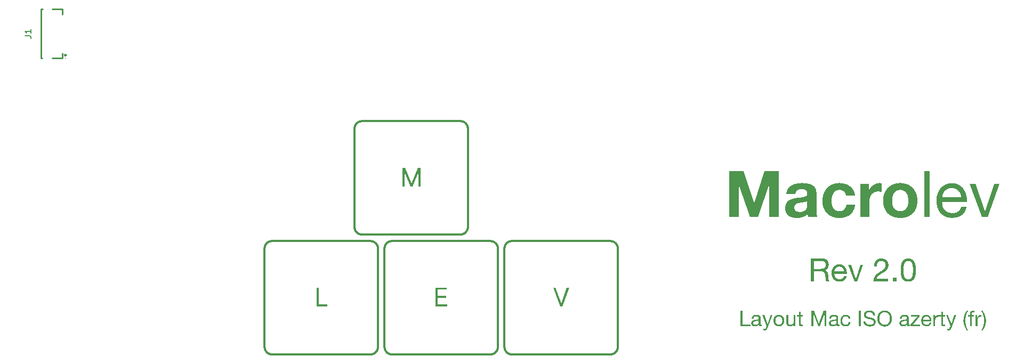
<source format=gbr>
%TF.GenerationSoftware,KiCad,Pcbnew,8.0.6*%
%TF.CreationDate,2024-12-01T13:40:34+01:00*%
%TF.ProjectId,layout_board,6c61796f-7574-45f6-926f-6172642e6b69,rev?*%
%TF.SameCoordinates,Original*%
%TF.FileFunction,Legend,Top*%
%TF.FilePolarity,Positive*%
%FSLAX46Y46*%
G04 Gerber Fmt 4.6, Leading zero omitted, Abs format (unit mm)*
G04 Created by KiCad (PCBNEW 8.0.6) date 2024-12-01 13:40:34*
%MOMM*%
%LPD*%
G01*
G04 APERTURE LIST*
%ADD10C,0.000000*%
%ADD11C,0.300000*%
%ADD12C,0.150000*%
%ADD13C,0.254000*%
%ADD14C,0.059995*%
G04 APERTURE END LIST*
D10*
G36*
X200109087Y-78914888D02*
G01*
X200109087Y-79220548D01*
X200066582Y-79221292D01*
X200025668Y-79223522D01*
X199986346Y-79227238D01*
X199948616Y-79232439D01*
X199930348Y-79235597D01*
X199912478Y-79239126D01*
X199895006Y-79243026D01*
X199877932Y-79247298D01*
X199861256Y-79251940D01*
X199844979Y-79256954D01*
X199829099Y-79262339D01*
X199813617Y-79268094D01*
X199798522Y-79274209D01*
X199783801Y-79280668D01*
X199769453Y-79287473D01*
X199755477Y-79294624D01*
X199741873Y-79302119D01*
X199728640Y-79309960D01*
X199715779Y-79318146D01*
X199703288Y-79326677D01*
X199691167Y-79335553D01*
X199679416Y-79344774D01*
X199668034Y-79354340D01*
X199657020Y-79364250D01*
X199646375Y-79374506D01*
X199636098Y-79385106D01*
X199626189Y-79396052D01*
X199616646Y-79407341D01*
X199607501Y-79418962D01*
X199598668Y-79430902D01*
X199590146Y-79443160D01*
X199581937Y-79455736D01*
X199574041Y-79468631D01*
X199566458Y-79481845D01*
X199559189Y-79495377D01*
X199552234Y-79509227D01*
X199545593Y-79523396D01*
X199539268Y-79537883D01*
X199533259Y-79552688D01*
X199527565Y-79567812D01*
X199522188Y-79583254D01*
X199517128Y-79599015D01*
X199512386Y-79615094D01*
X199507961Y-79631491D01*
X199500066Y-79664389D01*
X199493197Y-79698564D01*
X199487364Y-79734013D01*
X199482573Y-79770737D01*
X199478834Y-79808734D01*
X199476153Y-79848004D01*
X199474538Y-79888546D01*
X199473998Y-79930360D01*
X199473998Y-80711492D01*
X199185314Y-80711492D01*
X199185314Y-78955642D01*
X199457017Y-78955642D01*
X199457017Y-79325830D01*
X199463804Y-79325830D01*
X199477169Y-79299523D01*
X199490901Y-79274091D01*
X199505000Y-79249535D01*
X199519467Y-79225855D01*
X199534302Y-79203050D01*
X199549505Y-79181120D01*
X199565078Y-79160066D01*
X199581020Y-79139888D01*
X199597332Y-79120586D01*
X199614015Y-79102158D01*
X199631069Y-79084607D01*
X199648494Y-79067931D01*
X199666292Y-79052130D01*
X199684462Y-79037205D01*
X199703006Y-79023156D01*
X199721923Y-79009982D01*
X199741345Y-78997671D01*
X199761405Y-78986209D01*
X199782100Y-78975596D01*
X199803433Y-78965832D01*
X199825402Y-78956918D01*
X199848008Y-78948853D01*
X199871251Y-78941636D01*
X199895130Y-78935269D01*
X199919647Y-78929751D01*
X199944799Y-78925081D01*
X199970589Y-78921260D01*
X199997015Y-78918289D01*
X200024078Y-78916166D01*
X200051778Y-78914891D01*
X200080114Y-78914465D01*
X200109087Y-78914888D01*
G37*
G36*
X193997914Y-78955642D02*
G01*
X194347727Y-78955642D01*
X194347727Y-79210361D01*
X193997914Y-79210361D01*
X193997914Y-80300550D01*
X193998024Y-80312967D01*
X193998354Y-80324747D01*
X193998899Y-80335891D01*
X193999656Y-80346398D01*
X194000619Y-80356269D01*
X194001785Y-80365502D01*
X194003150Y-80374099D01*
X194004710Y-80382059D01*
X194006035Y-80385827D01*
X194007463Y-80389489D01*
X194008997Y-80393045D01*
X194010635Y-80396495D01*
X194012379Y-80399839D01*
X194014230Y-80403076D01*
X194016186Y-80406208D01*
X194018250Y-80409234D01*
X194020422Y-80412153D01*
X194022701Y-80414965D01*
X194025089Y-80417672D01*
X194027586Y-80420272D01*
X194030193Y-80422765D01*
X194032909Y-80425152D01*
X194035735Y-80427432D01*
X194038673Y-80429605D01*
X194041730Y-80431686D01*
X194044914Y-80433689D01*
X194048227Y-80435612D01*
X194051668Y-80437456D01*
X194055239Y-80439222D01*
X194058939Y-80440907D01*
X194062770Y-80442513D01*
X194066732Y-80444040D01*
X194070825Y-80445487D01*
X194075050Y-80446854D01*
X194079407Y-80448142D01*
X194083898Y-80449349D01*
X194088522Y-80450477D01*
X194093280Y-80451524D01*
X194098172Y-80452491D01*
X194103200Y-80453378D01*
X194114646Y-80454178D01*
X194126824Y-80454869D01*
X194139733Y-80455454D01*
X194153376Y-80455931D01*
X194182858Y-80456565D01*
X194215274Y-80456776D01*
X194347727Y-80456776D01*
X194347727Y-80711492D01*
X194126978Y-80711492D01*
X194099435Y-80711281D01*
X194072848Y-80710645D01*
X194047216Y-80709586D01*
X194022540Y-80708101D01*
X193998819Y-80706192D01*
X193976053Y-80703856D01*
X193954242Y-80701095D01*
X193933386Y-80697907D01*
X193923747Y-80695693D01*
X193914315Y-80693294D01*
X193905091Y-80690708D01*
X193896076Y-80687936D01*
X193887269Y-80684978D01*
X193878672Y-80681834D01*
X193870285Y-80678504D01*
X193862109Y-80674988D01*
X193854143Y-80671286D01*
X193846389Y-80667398D01*
X193838847Y-80663325D01*
X193831517Y-80659066D01*
X193824400Y-80654621D01*
X193817496Y-80649991D01*
X193810807Y-80645175D01*
X193804331Y-80640174D01*
X193798501Y-80634946D01*
X193792854Y-80629454D01*
X193787389Y-80623697D01*
X193782108Y-80617674D01*
X193777009Y-80611387D01*
X193772094Y-80604834D01*
X193767361Y-80598015D01*
X193762812Y-80590932D01*
X193758445Y-80583583D01*
X193754262Y-80575968D01*
X193750262Y-80568087D01*
X193746445Y-80559941D01*
X193742811Y-80551530D01*
X193739360Y-80542852D01*
X193736092Y-80533909D01*
X193733007Y-80524699D01*
X193730112Y-80515172D01*
X193727406Y-80505274D01*
X193724890Y-80495005D01*
X193722563Y-80484364D01*
X193720426Y-80473353D01*
X193718476Y-80461970D01*
X193716715Y-80450216D01*
X193715141Y-80438091D01*
X193712553Y-80412727D01*
X193710710Y-80385877D01*
X193709606Y-80357541D01*
X193709239Y-80327719D01*
X193709239Y-79210361D01*
X193410361Y-79210361D01*
X193410361Y-78955642D01*
X193709239Y-78955642D01*
X193709239Y-78429226D01*
X193997914Y-78429226D01*
X193997914Y-78955642D01*
G37*
D11*
X141222500Y-67201537D02*
X141282867Y-67206127D01*
X141342355Y-67213686D01*
X141400891Y-67224140D01*
X141458400Y-67237413D01*
X141514807Y-67253431D01*
X141570038Y-67272119D01*
X141624018Y-67293402D01*
X141676672Y-67317207D01*
X141727926Y-67343457D01*
X141777704Y-67372079D01*
X141825932Y-67402998D01*
X141872536Y-67436139D01*
X141917441Y-67471427D01*
X141960572Y-67508788D01*
X142001854Y-67548147D01*
X142041213Y-67589429D01*
X142078573Y-67632559D01*
X142113862Y-67677464D01*
X142147002Y-67724068D01*
X142177921Y-67772297D01*
X142206543Y-67822075D01*
X142232794Y-67873328D01*
X142256598Y-67925983D01*
X142277882Y-67979962D01*
X142296570Y-68035193D01*
X142312588Y-68091601D01*
X142325861Y-68149110D01*
X142336314Y-68207646D01*
X142343874Y-68267135D01*
X142348464Y-68327501D01*
X142350011Y-68388671D01*
X142350011Y-84011328D01*
X142348464Y-84072498D01*
X142343874Y-84132865D01*
X142336314Y-84192353D01*
X142325861Y-84250890D01*
X142312588Y-84308399D01*
X142296570Y-84364807D01*
X142277882Y-84420038D01*
X142256598Y-84474018D01*
X142232794Y-84526672D01*
X142206543Y-84577925D01*
X142177921Y-84627704D01*
X142147002Y-84675932D01*
X142113862Y-84722536D01*
X142078573Y-84767441D01*
X142041213Y-84810572D01*
X142001854Y-84851854D01*
X141960572Y-84891213D01*
X141917441Y-84928574D01*
X141872536Y-84963862D01*
X141825932Y-84997002D01*
X141777704Y-85027921D01*
X141727926Y-85056543D01*
X141676672Y-85082794D01*
X141624018Y-85106598D01*
X141570038Y-85127882D01*
X141514807Y-85146570D01*
X141458400Y-85162588D01*
X141400891Y-85175861D01*
X141342355Y-85186314D01*
X141282867Y-85193873D01*
X141222500Y-85198464D01*
X141161331Y-85200010D01*
X125538671Y-85200010D01*
X125477501Y-85198464D01*
X125417135Y-85193873D01*
X125357646Y-85186314D01*
X125299110Y-85175861D01*
X125241600Y-85162588D01*
X125185193Y-85146570D01*
X125129962Y-85127882D01*
X125075982Y-85106598D01*
X125023328Y-85082794D01*
X124972074Y-85056543D01*
X124922296Y-85027921D01*
X124874067Y-84997002D01*
X124827463Y-84963862D01*
X124782558Y-84928574D01*
X124739428Y-84891213D01*
X124698145Y-84851854D01*
X124658787Y-84810572D01*
X124621426Y-84767441D01*
X124586138Y-84722536D01*
X124552997Y-84675932D01*
X124522078Y-84627704D01*
X124493456Y-84577925D01*
X124467206Y-84526672D01*
X124443401Y-84474018D01*
X124422118Y-84420038D01*
X124403430Y-84364807D01*
X124387412Y-84308399D01*
X124374139Y-84250890D01*
X124363685Y-84192353D01*
X124356126Y-84132865D01*
X124351536Y-84072498D01*
X124349989Y-84011328D01*
X124349989Y-68388671D01*
X124351536Y-68327501D01*
X124356126Y-68267135D01*
X124363685Y-68207646D01*
X124374139Y-68149110D01*
X124387412Y-68091601D01*
X124403430Y-68035193D01*
X124422118Y-67979962D01*
X124443401Y-67925983D01*
X124467206Y-67873328D01*
X124493456Y-67822075D01*
X124522078Y-67772297D01*
X124552997Y-67724068D01*
X124586138Y-67677464D01*
X124621426Y-67632559D01*
X124658787Y-67589429D01*
X124698145Y-67548147D01*
X124739428Y-67508788D01*
X124782558Y-67471427D01*
X124827463Y-67436139D01*
X124874067Y-67402998D01*
X124922296Y-67372079D01*
X124972074Y-67343457D01*
X125023328Y-67317207D01*
X125075982Y-67293402D01*
X125129962Y-67272119D01*
X125185193Y-67253431D01*
X125241600Y-67237413D01*
X125299110Y-67224140D01*
X125357646Y-67213686D01*
X125417135Y-67206127D01*
X125477501Y-67201537D01*
X125538671Y-67199990D01*
X141161331Y-67199990D01*
X141222500Y-67201537D01*
D10*
G36*
X169412597Y-80144324D02*
G01*
X169412968Y-80164436D01*
X169414079Y-80184016D01*
X169415932Y-80203066D01*
X169418526Y-80221586D01*
X169421863Y-80239574D01*
X169425943Y-80257032D01*
X169430766Y-80273959D01*
X169436332Y-80290356D01*
X169442643Y-80306222D01*
X169449699Y-80321558D01*
X169457500Y-80336363D01*
X169466047Y-80350638D01*
X169475339Y-80364383D01*
X169485379Y-80377598D01*
X169496165Y-80390282D01*
X169507699Y-80402436D01*
X169519825Y-80413953D01*
X169532516Y-80424727D01*
X169545772Y-80434758D01*
X169559591Y-80444045D01*
X169573973Y-80452589D01*
X169588918Y-80460390D01*
X169604426Y-80467447D01*
X169620495Y-80473762D01*
X169637125Y-80479333D01*
X169654316Y-80484161D01*
X169672067Y-80488246D01*
X169690378Y-80491589D01*
X169709248Y-80494188D01*
X169728676Y-80496045D01*
X169748663Y-80497159D01*
X169769207Y-80497531D01*
X169801733Y-80496894D01*
X169817555Y-80496098D01*
X169833084Y-80494984D01*
X169848320Y-80493551D01*
X169863264Y-80491800D01*
X169877917Y-80489730D01*
X169892278Y-80487343D01*
X169906349Y-80484636D01*
X169920130Y-80481612D01*
X169933621Y-80478268D01*
X169946823Y-80474607D01*
X169959737Y-80470627D01*
X169972363Y-80466328D01*
X169984701Y-80461712D01*
X169996752Y-80456776D01*
X170008912Y-80451549D01*
X170020809Y-80446057D01*
X170032444Y-80440300D01*
X170043815Y-80434277D01*
X170054923Y-80427990D01*
X170065769Y-80421437D01*
X170076352Y-80414618D01*
X170086672Y-80407535D01*
X170096729Y-80400186D01*
X170106524Y-80392571D01*
X170116056Y-80384691D01*
X170125326Y-80376545D01*
X170134333Y-80368134D01*
X170143078Y-80359456D01*
X170151560Y-80350513D01*
X170159779Y-80341305D01*
X170167675Y-80331870D01*
X170175314Y-80322250D01*
X170182697Y-80312445D01*
X170189822Y-80302454D01*
X170196689Y-80292277D01*
X170203296Y-80281915D01*
X170209643Y-80271368D01*
X170215728Y-80260635D01*
X170221551Y-80249717D01*
X170227109Y-80238614D01*
X170232404Y-80227325D01*
X170237433Y-80215850D01*
X170242195Y-80204190D01*
X170246689Y-80192344D01*
X170250915Y-80180313D01*
X170254872Y-80168097D01*
X170258945Y-80155295D01*
X170262764Y-80142359D01*
X170269630Y-80116090D01*
X170275461Y-80089290D01*
X170280251Y-80061960D01*
X170283990Y-80034099D01*
X170286670Y-80005709D01*
X170288285Y-79976790D01*
X170288825Y-79947341D01*
X170288825Y-78955642D01*
X170577509Y-78955642D01*
X170577509Y-80711492D01*
X170305816Y-80711492D01*
X170305816Y-80433003D01*
X170299019Y-80433003D01*
X170287359Y-80453049D01*
X170275300Y-80472431D01*
X170262843Y-80491151D01*
X170249988Y-80509207D01*
X170236735Y-80526600D01*
X170223084Y-80543330D01*
X170209035Y-80559396D01*
X170194588Y-80574799D01*
X170179743Y-80589539D01*
X170164500Y-80603615D01*
X170148858Y-80617027D01*
X170132818Y-80629776D01*
X170116381Y-80641861D01*
X170099544Y-80653282D01*
X170082310Y-80664040D01*
X170064678Y-80674134D01*
X170046649Y-80683184D01*
X170028222Y-80691649D01*
X170009397Y-80699530D01*
X169990175Y-80706827D01*
X169970554Y-80713541D01*
X169950535Y-80719670D01*
X169930118Y-80725215D01*
X169909304Y-80730176D01*
X169888091Y-80734553D01*
X169866480Y-80738347D01*
X169844471Y-80741557D01*
X169822065Y-80744183D01*
X169799260Y-80746225D01*
X169776057Y-80747684D01*
X169752456Y-80748559D01*
X169728457Y-80748851D01*
X169686048Y-80748162D01*
X169645429Y-80746093D01*
X169606608Y-80742646D01*
X169569595Y-80737818D01*
X169534396Y-80731610D01*
X169517480Y-80727989D01*
X169501021Y-80724022D01*
X169485019Y-80719710D01*
X169469477Y-80715052D01*
X169454395Y-80710049D01*
X169439773Y-80704701D01*
X169425494Y-80698614D01*
X169411564Y-80692234D01*
X169397983Y-80685563D01*
X169384751Y-80678599D01*
X169371867Y-80671343D01*
X169359331Y-80663795D01*
X169347142Y-80655955D01*
X169335300Y-80647822D01*
X169323803Y-80639398D01*
X169312653Y-80630681D01*
X169301847Y-80621672D01*
X169291386Y-80612371D01*
X169281269Y-80602778D01*
X169271496Y-80592892D01*
X169262066Y-80582715D01*
X169252978Y-80572245D01*
X169244222Y-80561512D01*
X169235785Y-80550540D01*
X169227666Y-80539329D01*
X169219865Y-80527881D01*
X169212383Y-80516194D01*
X169205220Y-80504268D01*
X169198374Y-80492104D01*
X169191848Y-80479701D01*
X169185639Y-80467059D01*
X169179749Y-80454178D01*
X169174178Y-80441058D01*
X169168925Y-80427699D01*
X169163991Y-80414100D01*
X169159375Y-80400263D01*
X169155078Y-80386186D01*
X169151099Y-80371869D01*
X169144665Y-80341785D01*
X169139115Y-80310955D01*
X169134440Y-80279381D01*
X169130633Y-80247064D01*
X169127685Y-80214002D01*
X169125590Y-80180198D01*
X169124338Y-80145651D01*
X169123923Y-80110361D01*
X169123923Y-78955642D01*
X169412597Y-78955642D01*
X169412597Y-80144324D01*
G37*
D11*
X122172499Y-67201537D02*
X122232866Y-67206127D01*
X122292355Y-67213686D01*
X122350891Y-67224140D01*
X122408400Y-67237413D01*
X122464808Y-67253431D01*
X122520039Y-67272119D01*
X122574019Y-67293402D01*
X122626673Y-67317207D01*
X122677927Y-67343457D01*
X122727705Y-67372079D01*
X122775934Y-67402998D01*
X122822538Y-67436139D01*
X122867442Y-67471427D01*
X122910573Y-67508788D01*
X122951855Y-67548147D01*
X122991214Y-67589429D01*
X123028575Y-67632559D01*
X123063863Y-67677464D01*
X123097004Y-67724068D01*
X123127922Y-67772297D01*
X123156544Y-67822075D01*
X123182795Y-67873328D01*
X123206599Y-67925983D01*
X123227883Y-67979962D01*
X123246571Y-68035193D01*
X123262589Y-68091601D01*
X123275862Y-68149110D01*
X123286315Y-68207646D01*
X123293874Y-68267135D01*
X123298465Y-68327501D01*
X123300011Y-68388671D01*
X123300011Y-84011328D01*
X123298465Y-84072498D01*
X123293874Y-84132865D01*
X123286315Y-84192353D01*
X123275862Y-84250890D01*
X123262589Y-84308399D01*
X123246571Y-84364807D01*
X123227883Y-84420038D01*
X123206599Y-84474018D01*
X123182795Y-84526672D01*
X123156544Y-84577925D01*
X123127922Y-84627704D01*
X123097004Y-84675932D01*
X123063863Y-84722536D01*
X123028575Y-84767441D01*
X122991214Y-84810572D01*
X122951855Y-84851854D01*
X122910573Y-84891213D01*
X122867442Y-84928574D01*
X122822538Y-84963862D01*
X122775934Y-84997002D01*
X122727705Y-85027921D01*
X122677927Y-85056543D01*
X122626673Y-85082794D01*
X122574019Y-85106598D01*
X122520039Y-85127882D01*
X122464808Y-85146570D01*
X122408400Y-85162588D01*
X122350891Y-85175861D01*
X122292355Y-85186314D01*
X122232866Y-85193873D01*
X122172499Y-85198464D01*
X122111330Y-85200010D01*
X106488671Y-85200010D01*
X106427501Y-85198464D01*
X106367135Y-85193873D01*
X106307646Y-85186314D01*
X106249110Y-85175861D01*
X106191601Y-85162588D01*
X106135193Y-85146570D01*
X106079962Y-85127882D01*
X106025983Y-85106598D01*
X105973328Y-85082794D01*
X105922075Y-85056543D01*
X105872297Y-85027921D01*
X105824068Y-84997002D01*
X105777464Y-84963862D01*
X105732559Y-84928574D01*
X105689429Y-84891213D01*
X105648147Y-84851854D01*
X105608788Y-84810572D01*
X105571427Y-84767441D01*
X105536139Y-84722536D01*
X105502998Y-84675932D01*
X105472079Y-84627704D01*
X105443457Y-84577925D01*
X105417207Y-84526672D01*
X105393402Y-84474018D01*
X105372119Y-84420038D01*
X105353431Y-84364807D01*
X105337413Y-84308399D01*
X105324140Y-84250890D01*
X105313686Y-84192353D01*
X105306127Y-84132865D01*
X105301537Y-84072498D01*
X105299990Y-84011328D01*
X105299990Y-68388671D01*
X105301537Y-68327501D01*
X105306127Y-68267135D01*
X105313686Y-68207646D01*
X105324140Y-68149110D01*
X105337413Y-68091601D01*
X105353431Y-68035193D01*
X105372119Y-67979962D01*
X105393402Y-67925983D01*
X105417207Y-67873328D01*
X105443457Y-67822075D01*
X105472079Y-67772297D01*
X105502998Y-67724068D01*
X105536139Y-67677464D01*
X105571427Y-67632559D01*
X105608788Y-67589429D01*
X105648147Y-67548147D01*
X105689429Y-67508788D01*
X105732559Y-67471427D01*
X105777464Y-67436139D01*
X105824068Y-67402998D01*
X105872297Y-67372079D01*
X105922075Y-67343457D01*
X105973328Y-67317207D01*
X106025983Y-67293402D01*
X106079962Y-67272119D01*
X106135193Y-67253431D01*
X106191601Y-67237413D01*
X106249110Y-67224140D01*
X106307646Y-67213686D01*
X106367135Y-67206127D01*
X106427501Y-67201537D01*
X106488671Y-67199990D01*
X122111330Y-67199990D01*
X122172499Y-67201537D01*
D10*
G36*
X109552683Y-58005282D02*
G01*
X109587427Y-58005282D01*
X110594716Y-55544934D01*
X111023081Y-55544934D01*
X111023081Y-58508909D01*
X110687330Y-58508909D01*
X110687330Y-56256984D01*
X110658395Y-56256984D01*
X109732140Y-58508909D01*
X109407936Y-58508909D01*
X108481715Y-56256984D01*
X108452747Y-56256984D01*
X108452747Y-58508909D01*
X108116994Y-58508909D01*
X108116994Y-55544934D01*
X108545394Y-55544934D01*
X109552683Y-58005282D01*
G37*
G36*
X115208888Y-74900800D02*
G01*
X113779006Y-74900800D01*
X113779006Y-75902280D01*
X115116272Y-75902280D01*
X115116272Y-76220677D01*
X113779006Y-76220677D01*
X113779006Y-77227967D01*
X115232049Y-77227967D01*
X115232049Y-77546363D01*
X113420092Y-77546363D01*
X113420092Y-74582402D01*
X115208888Y-74582402D01*
X115208888Y-74900800D01*
G37*
G36*
X171411625Y-78955642D02*
G01*
X171761438Y-78955642D01*
X171761438Y-79210361D01*
X171411625Y-79210361D01*
X171411625Y-80300550D01*
X171411736Y-80312967D01*
X171412066Y-80324747D01*
X171412610Y-80335891D01*
X171413366Y-80346398D01*
X171414328Y-80356269D01*
X171415492Y-80365502D01*
X171416855Y-80374099D01*
X171418412Y-80382059D01*
X171419738Y-80385827D01*
X171421168Y-80389489D01*
X171422702Y-80393045D01*
X171424341Y-80396495D01*
X171426086Y-80399839D01*
X171427936Y-80403076D01*
X171429893Y-80406208D01*
X171431957Y-80409234D01*
X171434128Y-80412153D01*
X171436408Y-80414965D01*
X171438796Y-80417672D01*
X171441293Y-80420272D01*
X171443900Y-80422765D01*
X171446617Y-80425152D01*
X171449445Y-80427432D01*
X171452384Y-80429605D01*
X171455439Y-80431686D01*
X171458623Y-80433689D01*
X171461934Y-80435612D01*
X171465375Y-80437456D01*
X171468945Y-80439222D01*
X171472646Y-80440907D01*
X171476477Y-80442513D01*
X171480438Y-80444040D01*
X171484531Y-80445487D01*
X171488756Y-80446854D01*
X171493114Y-80448142D01*
X171497604Y-80449349D01*
X171502227Y-80450477D01*
X171506984Y-80451524D01*
X171511876Y-80452491D01*
X171516902Y-80453378D01*
X171528351Y-80454178D01*
X171540531Y-80454869D01*
X171553443Y-80455454D01*
X171567086Y-80455931D01*
X171596570Y-80456565D01*
X171628985Y-80456776D01*
X171761438Y-80456776D01*
X171761438Y-80711492D01*
X171540680Y-80711492D01*
X171513140Y-80711281D01*
X171486554Y-80710645D01*
X171460923Y-80709586D01*
X171436246Y-80708101D01*
X171412525Y-80706192D01*
X171389760Y-80703856D01*
X171367951Y-80701095D01*
X171347098Y-80697907D01*
X171337458Y-80695693D01*
X171328026Y-80693294D01*
X171318802Y-80690708D01*
X171309786Y-80687936D01*
X171300979Y-80684978D01*
X171292381Y-80681834D01*
X171283994Y-80678504D01*
X171275817Y-80674988D01*
X171267851Y-80671286D01*
X171260096Y-80667398D01*
X171252554Y-80663325D01*
X171245224Y-80659066D01*
X171238108Y-80654621D01*
X171231205Y-80649991D01*
X171224517Y-80645175D01*
X171218043Y-80640174D01*
X171212211Y-80634946D01*
X171206562Y-80629454D01*
X171201097Y-80623697D01*
X171195815Y-80617674D01*
X171190716Y-80611387D01*
X171185801Y-80604834D01*
X171181069Y-80598015D01*
X171176520Y-80590932D01*
X171172154Y-80583583D01*
X171167971Y-80575968D01*
X171163971Y-80568087D01*
X171160155Y-80559941D01*
X171156521Y-80551530D01*
X171153071Y-80542852D01*
X171149803Y-80533909D01*
X171146719Y-80524699D01*
X171143821Y-80515172D01*
X171141114Y-80505274D01*
X171138598Y-80495005D01*
X171136271Y-80484364D01*
X171134133Y-80473353D01*
X171132184Y-80461970D01*
X171130422Y-80450216D01*
X171128849Y-80438091D01*
X171126262Y-80412727D01*
X171124420Y-80385877D01*
X171123317Y-80357541D01*
X171122951Y-80327719D01*
X171122951Y-79210361D01*
X170824072Y-79210361D01*
X170824072Y-78955642D01*
X171122951Y-78955642D01*
X171122951Y-78429226D01*
X171411625Y-78429226D01*
X171411625Y-78955642D01*
G37*
G36*
X177585621Y-70885078D02*
G01*
X177628128Y-70886809D01*
X177669678Y-70889695D01*
X177710274Y-70893734D01*
X177749914Y-70898928D01*
X177788600Y-70905276D01*
X177826329Y-70912778D01*
X177863104Y-70921435D01*
X177898924Y-70931245D01*
X177933788Y-70942210D01*
X177967697Y-70954329D01*
X178000651Y-70967602D01*
X178032650Y-70982029D01*
X178063694Y-70997611D01*
X178093783Y-71014346D01*
X178122917Y-71032236D01*
X178151830Y-71050385D01*
X178179988Y-71069170D01*
X178207390Y-71088593D01*
X178234035Y-71108652D01*
X178259925Y-71129347D01*
X178285059Y-71150680D01*
X178309436Y-71172650D01*
X178333058Y-71195256D01*
X178355923Y-71218499D01*
X178378032Y-71242379D01*
X178399385Y-71266896D01*
X178419982Y-71292049D01*
X178439822Y-71317839D01*
X178458906Y-71344266D01*
X178477233Y-71371330D01*
X178494804Y-71399031D01*
X178512275Y-71427209D01*
X178529030Y-71455705D01*
X178545069Y-71484519D01*
X178560392Y-71513653D01*
X178574998Y-71543104D01*
X178588888Y-71572874D01*
X178602061Y-71602962D01*
X178614518Y-71633369D01*
X178626259Y-71664095D01*
X178637283Y-71695138D01*
X178647591Y-71726500D01*
X178657183Y-71758181D01*
X178666058Y-71790179D01*
X178674217Y-71822497D01*
X178681660Y-71855132D01*
X178688386Y-71888086D01*
X178701362Y-71953915D01*
X178712268Y-72018948D01*
X178721104Y-72083185D01*
X178727870Y-72146625D01*
X178732565Y-72209270D01*
X178735190Y-72271118D01*
X178735745Y-72332170D01*
X178734228Y-72392426D01*
X176762719Y-72392426D01*
X176762244Y-72435490D01*
X176763360Y-72478076D01*
X176766068Y-72520184D01*
X176770366Y-72561814D01*
X176776257Y-72602967D01*
X176783739Y-72643642D01*
X176792813Y-72683840D01*
X176803478Y-72723561D01*
X176809430Y-72742545D01*
X176815819Y-72761290D01*
X176822645Y-72779797D01*
X176829909Y-72798065D01*
X176837611Y-72816094D01*
X176845750Y-72833884D01*
X176854326Y-72851436D01*
X176863341Y-72868749D01*
X176872792Y-72885823D01*
X176882682Y-72902658D01*
X176893009Y-72919255D01*
X176903773Y-72935612D01*
X176914976Y-72951731D01*
X176926616Y-72967611D01*
X176938693Y-72983253D01*
X176951209Y-72998655D01*
X176964164Y-73013122D01*
X176977557Y-73027230D01*
X176991388Y-73040981D01*
X177005656Y-73054373D01*
X177020363Y-73067408D01*
X177035507Y-73080084D01*
X177051089Y-73092402D01*
X177067109Y-73104362D01*
X177083566Y-73115963D01*
X177100462Y-73127207D01*
X177117795Y-73138092D01*
X177135565Y-73148619D01*
X177153773Y-73158788D01*
X177172419Y-73168598D01*
X177191502Y-73178051D01*
X177211023Y-73187145D01*
X177230983Y-73195781D01*
X177251380Y-73203861D01*
X177272216Y-73211383D01*
X177293489Y-73218348D01*
X177315200Y-73224756D01*
X177337349Y-73230607D01*
X177359935Y-73235900D01*
X177382959Y-73240636D01*
X177406421Y-73244815D01*
X177430321Y-73248437D01*
X177454658Y-73251501D01*
X177479433Y-73254009D01*
X177504645Y-73255959D01*
X177530296Y-73257352D01*
X177556384Y-73258188D01*
X177582910Y-73258466D01*
X177616900Y-73257969D01*
X177650095Y-73256476D01*
X177682493Y-73253989D01*
X177714095Y-73250506D01*
X177744901Y-73246029D01*
X177774911Y-73240556D01*
X177804125Y-73234089D01*
X177832542Y-73226626D01*
X177860163Y-73218169D01*
X177886989Y-73208717D01*
X177913018Y-73198269D01*
X177938251Y-73186827D01*
X177962688Y-73174390D01*
X177986329Y-73160957D01*
X178009174Y-73146530D01*
X178031223Y-73131108D01*
X178053033Y-73114671D01*
X178073888Y-73097198D01*
X178093788Y-73078692D01*
X178112732Y-73059150D01*
X178130720Y-73038574D01*
X178147754Y-73016962D01*
X178163832Y-72994316D01*
X178178956Y-72970636D01*
X178193124Y-72945920D01*
X178206337Y-72920170D01*
X178218595Y-72893385D01*
X178229899Y-72865565D01*
X178240247Y-72836710D01*
X178249641Y-72806820D01*
X178258080Y-72775896D01*
X178265564Y-72743936D01*
X178693478Y-72743936D01*
X178681838Y-72798482D01*
X178668565Y-72851316D01*
X178653661Y-72902438D01*
X178637125Y-72951850D01*
X178618957Y-72999550D01*
X178599157Y-73045538D01*
X178577725Y-73089815D01*
X178554661Y-73132381D01*
X178529965Y-73173235D01*
X178503638Y-73212378D01*
X178475679Y-73249810D01*
X178446088Y-73285530D01*
X178414865Y-73319538D01*
X178382011Y-73351836D01*
X178347524Y-73382422D01*
X178311406Y-73411296D01*
X178273876Y-73438440D01*
X178235151Y-73463832D01*
X178195232Y-73487473D01*
X178154119Y-73509363D01*
X178111812Y-73529501D01*
X178068311Y-73547889D01*
X178023616Y-73564525D01*
X177977726Y-73579410D01*
X177930643Y-73592544D01*
X177882365Y-73603927D01*
X177832894Y-73613558D01*
X177782228Y-73621439D01*
X177730368Y-73627568D01*
X177677313Y-73631946D01*
X177623065Y-73634573D01*
X177567622Y-73635448D01*
X177528460Y-73635050D01*
X177489935Y-73633856D01*
X177452046Y-73631866D01*
X177414795Y-73629080D01*
X177378180Y-73625498D01*
X177342202Y-73621120D01*
X177306861Y-73615946D01*
X177272157Y-73609976D01*
X177238089Y-73603210D01*
X177204658Y-73595648D01*
X177171863Y-73587290D01*
X177139706Y-73578136D01*
X177108185Y-73568186D01*
X177077300Y-73557440D01*
X177047052Y-73545898D01*
X177017440Y-73533560D01*
X176989064Y-73520506D01*
X176961245Y-73506815D01*
X176933983Y-73492487D01*
X176907278Y-73477523D01*
X176881130Y-73461921D01*
X176855539Y-73445683D01*
X176830505Y-73428808D01*
X176806028Y-73411297D01*
X176782109Y-73393148D01*
X176758746Y-73374363D01*
X176735941Y-73354941D01*
X176713693Y-73334882D01*
X176692003Y-73314186D01*
X176670870Y-73292854D01*
X176650294Y-73270885D01*
X176630276Y-73248279D01*
X176610833Y-73225075D01*
X176591987Y-73201315D01*
X176573739Y-73176997D01*
X176556087Y-73152122D01*
X176539032Y-73126690D01*
X176522574Y-73100701D01*
X176506714Y-73074154D01*
X176491450Y-73047051D01*
X176476783Y-73019390D01*
X176462713Y-72991172D01*
X176449241Y-72962396D01*
X176436365Y-72933064D01*
X176424086Y-72903174D01*
X176412404Y-72872728D01*
X176401320Y-72841724D01*
X176390832Y-72810163D01*
X176372766Y-72745767D01*
X176356768Y-72679939D01*
X176342840Y-72612677D01*
X176330980Y-72543983D01*
X176321189Y-72473856D01*
X176313467Y-72402297D01*
X176307814Y-72329304D01*
X176304231Y-72254878D01*
X176305664Y-72180533D01*
X176309963Y-72107780D01*
X176317128Y-72036619D01*
X176320916Y-72010349D01*
X176762719Y-72010349D01*
X178275749Y-72010349D01*
X178274276Y-71991306D01*
X178272405Y-71972382D01*
X178270136Y-71953577D01*
X178267469Y-71934891D01*
X178264405Y-71916325D01*
X178260942Y-71897878D01*
X178257081Y-71879550D01*
X178252822Y-71861342D01*
X178248165Y-71843253D01*
X178243110Y-71825284D01*
X178237657Y-71807434D01*
X178231805Y-71789703D01*
X178225555Y-71772091D01*
X178218907Y-71754599D01*
X178211861Y-71737227D01*
X178204416Y-71719974D01*
X178197233Y-71702939D01*
X178189692Y-71686223D01*
X178181793Y-71669826D01*
X178173536Y-71653747D01*
X178164920Y-71637986D01*
X178155946Y-71622544D01*
X178146614Y-71607420D01*
X178136923Y-71592615D01*
X178126874Y-71578128D01*
X178116467Y-71563959D01*
X178105702Y-71550109D01*
X178094578Y-71536577D01*
X178083096Y-71523364D01*
X178071256Y-71510469D01*
X178059057Y-71497893D01*
X178046500Y-71485635D01*
X178034241Y-71473078D01*
X178021663Y-71460879D01*
X178008767Y-71449038D01*
X177995554Y-71437556D01*
X177982022Y-71426432D01*
X177968172Y-71415666D01*
X177954003Y-71405259D01*
X177939517Y-71395209D01*
X177924712Y-71385518D01*
X177909589Y-71376185D01*
X177894147Y-71367210D01*
X177878386Y-71358594D01*
X177862308Y-71350335D01*
X177845910Y-71342435D01*
X177829194Y-71334893D01*
X177812159Y-71327709D01*
X177795484Y-71320307D01*
X177778570Y-71313382D01*
X177761416Y-71306934D01*
X177744024Y-71300964D01*
X177726393Y-71295472D01*
X177708523Y-71290457D01*
X177690414Y-71285920D01*
X177672066Y-71281861D01*
X177653479Y-71278279D01*
X177634653Y-71275174D01*
X177615589Y-71272548D01*
X177596286Y-71270398D01*
X177576744Y-71268727D01*
X177556964Y-71267533D01*
X177536945Y-71266817D01*
X177516688Y-71266578D01*
X177495793Y-71266817D01*
X177475137Y-71267533D01*
X177454720Y-71268727D01*
X177434541Y-71270398D01*
X177414601Y-71272548D01*
X177394900Y-71275174D01*
X177375437Y-71278279D01*
X177356213Y-71281861D01*
X177337228Y-71285920D01*
X177318481Y-71290457D01*
X177299974Y-71295472D01*
X177281706Y-71300964D01*
X177263676Y-71306934D01*
X177245886Y-71313382D01*
X177228335Y-71320307D01*
X177211023Y-71327709D01*
X177194605Y-71334893D01*
X177178466Y-71342435D01*
X177162606Y-71350335D01*
X177147024Y-71358594D01*
X177131722Y-71367210D01*
X177116698Y-71376185D01*
X177101953Y-71385518D01*
X177087486Y-71395209D01*
X177073298Y-71405259D01*
X177059389Y-71415666D01*
X177045759Y-71426432D01*
X177032406Y-71437556D01*
X177019333Y-71449038D01*
X177006538Y-71460879D01*
X176994021Y-71473078D01*
X176981783Y-71485635D01*
X176969843Y-71498510D01*
X176958222Y-71511664D01*
X176946918Y-71525096D01*
X176935933Y-71538807D01*
X176925266Y-71552796D01*
X176914918Y-71567064D01*
X176904888Y-71581611D01*
X176895176Y-71596436D01*
X176885783Y-71611539D01*
X176876708Y-71626922D01*
X176867952Y-71642583D01*
X176859514Y-71658523D01*
X176851395Y-71674741D01*
X176843595Y-71691238D01*
X176836113Y-71708014D01*
X176828951Y-71725069D01*
X176822126Y-71741705D01*
X176815660Y-71758500D01*
X176809552Y-71775455D01*
X176803801Y-71792569D01*
X176798409Y-71809842D01*
X176793375Y-71827274D01*
X176788699Y-71844866D01*
X176784380Y-71862616D01*
X176780420Y-71880526D01*
X176776818Y-71898595D01*
X176773573Y-71916823D01*
X176770687Y-71935210D01*
X176768158Y-71953756D01*
X176765987Y-71972461D01*
X176764174Y-71991326D01*
X176762719Y-72010349D01*
X176320916Y-72010349D01*
X176327159Y-71967050D01*
X176333249Y-71932862D01*
X176340055Y-71899072D01*
X176347578Y-71865681D01*
X176355817Y-71832687D01*
X176364772Y-71800091D01*
X176374443Y-71767893D01*
X176384831Y-71736093D01*
X176395934Y-71704691D01*
X176407675Y-71673747D01*
X176419972Y-71643320D01*
X176432827Y-71613411D01*
X176446240Y-71584019D01*
X176460209Y-71555144D01*
X176474736Y-71526787D01*
X176489820Y-71498947D01*
X176505461Y-71471625D01*
X176521660Y-71444820D01*
X176538416Y-71418532D01*
X176555730Y-71392762D01*
X176573600Y-71367509D01*
X176592028Y-71342774D01*
X176611013Y-71318556D01*
X176630556Y-71294856D01*
X176650655Y-71271673D01*
X176671886Y-71249066D01*
X176693556Y-71227097D01*
X176715663Y-71205764D01*
X176738208Y-71185068D01*
X176761192Y-71165009D01*
X176784613Y-71145586D01*
X176808472Y-71126801D01*
X176832770Y-71108652D01*
X176857505Y-71091140D01*
X176882678Y-71074265D01*
X176908290Y-71058027D01*
X176934339Y-71042425D01*
X176960825Y-71027461D01*
X176987750Y-71013133D01*
X177015112Y-70999441D01*
X177042912Y-70986387D01*
X177071726Y-70974049D01*
X177100859Y-70962508D01*
X177130310Y-70951762D01*
X177160080Y-70941812D01*
X177190168Y-70932658D01*
X177220575Y-70924300D01*
X177251301Y-70916739D01*
X177282345Y-70909973D01*
X177313708Y-70904003D01*
X177345389Y-70898829D01*
X177377388Y-70894451D01*
X177409706Y-70890869D01*
X177442342Y-70888083D01*
X177475297Y-70886093D01*
X177508569Y-70884899D01*
X177542160Y-70884501D01*
X177585621Y-70885078D01*
G37*
G36*
X174806705Y-69943042D02*
G01*
X174868972Y-69946027D01*
X174929448Y-69951002D01*
X174988133Y-69957967D01*
X175045027Y-69966922D01*
X175100129Y-69977867D01*
X175153441Y-69990802D01*
X175204961Y-70005727D01*
X175254690Y-70022642D01*
X175302628Y-70041546D01*
X175348776Y-70062441D01*
X175393132Y-70085326D01*
X175435698Y-70110200D01*
X175476473Y-70137065D01*
X175515458Y-70165919D01*
X175552651Y-70196763D01*
X175588429Y-70229339D01*
X175621900Y-70263388D01*
X175653062Y-70298909D01*
X175681916Y-70335903D01*
X175708462Y-70374369D01*
X175732700Y-70414308D01*
X175754629Y-70455720D01*
X175774251Y-70498604D01*
X175791564Y-70542961D01*
X175806569Y-70588790D01*
X175819266Y-70636092D01*
X175829654Y-70684867D01*
X175837734Y-70735114D01*
X175843505Y-70786833D01*
X175846968Y-70840026D01*
X175848122Y-70894691D01*
X175847525Y-70935764D01*
X175845734Y-70976200D01*
X175842749Y-71016000D01*
X175838570Y-71055163D01*
X175833197Y-71093689D01*
X175826630Y-71131578D01*
X175818869Y-71168831D01*
X175809914Y-71205446D01*
X175799765Y-71241425D01*
X175788422Y-71276767D01*
X175775885Y-71311472D01*
X175762154Y-71345540D01*
X175747229Y-71378971D01*
X175731110Y-71411766D01*
X175713796Y-71443924D01*
X175695289Y-71475445D01*
X175676106Y-71506031D01*
X175655490Y-71535383D01*
X175633441Y-71563501D01*
X175609960Y-71590386D01*
X175585046Y-71616037D01*
X175558698Y-71640454D01*
X175530919Y-71663637D01*
X175501706Y-71685586D01*
X175471060Y-71706302D01*
X175438982Y-71725784D01*
X175405471Y-71744032D01*
X175370527Y-71761046D01*
X175334150Y-71776826D01*
X175296340Y-71791373D01*
X175257097Y-71804686D01*
X175216421Y-71816765D01*
X175216421Y-71826955D01*
X175235924Y-71830935D01*
X175254949Y-71835233D01*
X175273496Y-71839850D01*
X175291565Y-71844785D01*
X175309157Y-71850038D01*
X175326271Y-71855610D01*
X175342908Y-71861501D01*
X175359067Y-71867709D01*
X175374748Y-71874236D01*
X175389952Y-71881082D01*
X175404678Y-71888246D01*
X175418926Y-71895728D01*
X175432696Y-71903529D01*
X175445989Y-71911648D01*
X175458805Y-71920085D01*
X175471143Y-71928841D01*
X175483698Y-71937875D01*
X175495895Y-71947149D01*
X175507735Y-71956661D01*
X175519216Y-71966412D01*
X175530340Y-71976402D01*
X175541106Y-71986631D01*
X175551514Y-71997098D01*
X175561563Y-72007804D01*
X175571255Y-72018749D01*
X175580588Y-72029933D01*
X175589564Y-72041355D01*
X175598181Y-72053017D01*
X175606440Y-72064917D01*
X175614341Y-72077056D01*
X175621883Y-72089434D01*
X175629068Y-72102051D01*
X175636569Y-72114249D01*
X175643792Y-72126646D01*
X175650736Y-72139242D01*
X175657402Y-72152037D01*
X175663790Y-72165031D01*
X175669899Y-72178225D01*
X175675729Y-72191617D01*
X175681281Y-72205209D01*
X175686555Y-72218999D01*
X175691550Y-72232989D01*
X175696266Y-72247177D01*
X175700704Y-72261565D01*
X175704863Y-72276151D01*
X175708744Y-72290937D01*
X175712346Y-72305921D01*
X175715669Y-72321105D01*
X175723072Y-72351831D01*
X175729997Y-72382875D01*
X175736444Y-72414238D01*
X175742413Y-72445918D01*
X175747904Y-72477917D01*
X175752917Y-72510235D01*
X175757453Y-72542870D01*
X175761511Y-72575824D01*
X175766293Y-72642369D01*
X175770433Y-72709550D01*
X175773933Y-72777368D01*
X175776798Y-72845822D01*
X175778308Y-72880130D01*
X175780298Y-72914279D01*
X175782765Y-72948268D01*
X175785711Y-72982098D01*
X175789135Y-73015769D01*
X175793036Y-73049280D01*
X175797415Y-73082633D01*
X175802270Y-73115826D01*
X175807603Y-73148779D01*
X175813413Y-73181414D01*
X175819700Y-73213731D01*
X175826466Y-73245730D01*
X175833709Y-73277410D01*
X175841430Y-73308772D01*
X175849629Y-73339816D01*
X175858307Y-73370542D01*
X175863542Y-73385089D01*
X175869055Y-73399436D01*
X175874847Y-73413585D01*
X175880917Y-73427535D01*
X175887265Y-73441286D01*
X175893892Y-73454837D01*
X175900798Y-73468190D01*
X175907982Y-73481344D01*
X175915444Y-73494298D01*
X175923186Y-73507054D01*
X175931205Y-73519611D01*
X175939504Y-73531968D01*
X175948080Y-73544127D01*
X175956936Y-73556087D01*
X175966070Y-73567847D01*
X175975483Y-73579409D01*
X175435476Y-73579409D01*
X175429227Y-73572245D01*
X175423217Y-73564763D01*
X175417446Y-73556962D01*
X175411914Y-73548843D01*
X175406620Y-73540405D01*
X175401565Y-73531649D01*
X175396750Y-73522575D01*
X175392173Y-73513182D01*
X175387835Y-73503471D01*
X175383736Y-73493442D01*
X175379876Y-73483094D01*
X175376255Y-73472428D01*
X175372873Y-73461444D01*
X175369730Y-73450141D01*
X175366826Y-73438520D01*
X175364162Y-73426581D01*
X175360501Y-73402064D01*
X175357157Y-73376910D01*
X175354131Y-73351120D01*
X175351423Y-73324693D01*
X175349034Y-73297629D01*
X175346964Y-73269928D01*
X175345213Y-73241591D01*
X175343782Y-73212617D01*
X175333597Y-72952806D01*
X175332004Y-72918498D01*
X175329774Y-72884350D01*
X175326907Y-72850361D01*
X175323404Y-72816532D01*
X175319263Y-72782861D01*
X175314486Y-72749350D01*
X175309073Y-72715998D01*
X175303023Y-72682805D01*
X175297770Y-72649930D01*
X175292198Y-72617533D01*
X175286308Y-72585614D01*
X175280099Y-72554172D01*
X175273572Y-72523208D01*
X175266726Y-72492722D01*
X175259561Y-72462713D01*
X175252078Y-72433181D01*
X175248118Y-72418037D01*
X175243879Y-72403172D01*
X175239362Y-72388586D01*
X175234566Y-72374278D01*
X175229492Y-72360249D01*
X175224139Y-72346498D01*
X175218507Y-72333026D01*
X175212597Y-72319832D01*
X175206408Y-72306917D01*
X175199941Y-72294281D01*
X175193195Y-72281923D01*
X175186170Y-72269844D01*
X175178866Y-72258044D01*
X175171284Y-72246522D01*
X175163422Y-72235279D01*
X175155282Y-72224314D01*
X175146846Y-72213011D01*
X175138090Y-72202026D01*
X175129017Y-72191360D01*
X175119625Y-72181012D01*
X175109914Y-72170983D01*
X175099886Y-72161272D01*
X175089539Y-72151879D01*
X175078873Y-72142805D01*
X175067890Y-72134049D01*
X175056588Y-72125611D01*
X175044967Y-72117492D01*
X175033028Y-72109691D01*
X175020771Y-72102209D01*
X175008196Y-72095044D01*
X174995302Y-72088199D01*
X174982090Y-72081671D01*
X174968436Y-72074885D01*
X174954226Y-72068538D01*
X174939459Y-72062628D01*
X174924134Y-72057156D01*
X174908254Y-72052121D01*
X174891816Y-72047524D01*
X174874821Y-72043365D01*
X174857269Y-72039644D01*
X174839160Y-72036360D01*
X174820495Y-72033515D01*
X174801272Y-72031107D01*
X174781493Y-72029137D01*
X174761156Y-72027604D01*
X174740262Y-72026510D01*
X174718812Y-72025853D01*
X174696804Y-72025634D01*
X173514911Y-72025634D01*
X173514911Y-73579409D01*
X173030951Y-73579409D01*
X173030951Y-71618085D01*
X173030951Y-70349594D01*
X173514911Y-70349594D01*
X173514911Y-71618085D01*
X174523591Y-71618085D01*
X174565380Y-71617687D01*
X174606692Y-71616493D01*
X174647526Y-71614503D01*
X174687882Y-71611717D01*
X174727761Y-71608136D01*
X174767163Y-71603758D01*
X174806087Y-71598585D01*
X174844534Y-71592615D01*
X174863479Y-71589252D01*
X174882106Y-71585531D01*
X174900414Y-71581451D01*
X174918404Y-71577014D01*
X174936075Y-71572218D01*
X174953428Y-71567063D01*
X174970462Y-71561551D01*
X174987178Y-71555680D01*
X175003576Y-71549452D01*
X175019655Y-71542865D01*
X175035416Y-71535920D01*
X175050858Y-71528616D01*
X175065981Y-71520955D01*
X175080786Y-71512935D01*
X175095273Y-71504558D01*
X175109440Y-71495822D01*
X175123887Y-71486091D01*
X175137936Y-71476001D01*
X175151587Y-71465554D01*
X175164841Y-71454748D01*
X175177696Y-71443584D01*
X175190153Y-71432062D01*
X175202213Y-71420182D01*
X175213874Y-71407944D01*
X175225137Y-71395347D01*
X175236002Y-71382393D01*
X175246469Y-71369080D01*
X175256537Y-71355408D01*
X175266207Y-71341379D01*
X175275479Y-71326992D01*
X175284353Y-71312246D01*
X175292828Y-71297142D01*
X175301466Y-71280944D01*
X175309547Y-71264189D01*
X175317070Y-71246876D01*
X175324036Y-71229006D01*
X175330445Y-71210579D01*
X175336297Y-71191594D01*
X175341591Y-71172053D01*
X175346328Y-71151954D01*
X175350508Y-71131298D01*
X175354130Y-71110085D01*
X175357195Y-71088314D01*
X175359703Y-71065987D01*
X175361654Y-71043102D01*
X175363047Y-71019660D01*
X175363883Y-70995661D01*
X175364162Y-70971105D01*
X175363565Y-70937116D01*
X175361773Y-70903923D01*
X175358788Y-70871526D01*
X175354608Y-70839925D01*
X175349235Y-70809120D01*
X175342667Y-70779111D01*
X175334905Y-70749898D01*
X175325950Y-70721481D01*
X175315800Y-70693860D01*
X175304457Y-70667035D01*
X175291920Y-70641007D01*
X175278189Y-70615774D01*
X175263265Y-70591337D01*
X175247146Y-70567697D01*
X175229834Y-70544852D01*
X175211329Y-70522804D01*
X175191488Y-70501829D01*
X175170175Y-70482208D01*
X175147390Y-70463940D01*
X175123132Y-70447025D01*
X175097401Y-70431463D01*
X175070198Y-70417254D01*
X175041522Y-70404399D01*
X175011374Y-70392897D01*
X174979753Y-70382748D01*
X174946660Y-70373952D01*
X174912095Y-70366509D01*
X174876057Y-70360419D01*
X174838547Y-70355683D01*
X174799565Y-70352300D01*
X174759110Y-70350270D01*
X174717183Y-70349594D01*
X173514911Y-70349594D01*
X173030951Y-70349594D01*
X173030951Y-69942047D01*
X174742646Y-69942047D01*
X174806705Y-69943042D01*
G37*
G36*
X197949278Y-78325535D02*
G01*
X197894831Y-78422008D01*
X197844842Y-78518269D01*
X197799310Y-78614317D01*
X197758237Y-78710154D01*
X197721621Y-78805779D01*
X197704985Y-78853513D01*
X197689464Y-78901193D01*
X197675058Y-78948821D01*
X197661766Y-78996397D01*
X197637886Y-79092078D01*
X197617190Y-79188926D01*
X197599678Y-79286939D01*
X197585350Y-79386119D01*
X197574206Y-79486466D01*
X197566246Y-79587980D01*
X197561470Y-79690661D01*
X197559878Y-79794511D01*
X197561470Y-79900803D01*
X197566246Y-80005715D01*
X197574206Y-80109249D01*
X197585350Y-80211402D01*
X197599678Y-80312175D01*
X197617190Y-80411568D01*
X197637886Y-80509580D01*
X197661766Y-80606211D01*
X197690135Y-80702256D01*
X197722771Y-80798516D01*
X197759673Y-80894988D01*
X197800842Y-80991674D01*
X197846277Y-81088574D01*
X197895979Y-81185687D01*
X197949947Y-81283013D01*
X198008181Y-81380552D01*
X197787423Y-81380552D01*
X197757227Y-81333007D01*
X197727766Y-81285459D01*
X197699044Y-81237910D01*
X197671066Y-81190361D01*
X197643836Y-81142811D01*
X197617357Y-81095263D01*
X197591636Y-81047716D01*
X197566674Y-81000172D01*
X197542410Y-80953365D01*
X197519030Y-80906347D01*
X197496525Y-80859118D01*
X197474889Y-80811678D01*
X197454111Y-80764026D01*
X197434186Y-80716162D01*
X197415105Y-80668085D01*
X197396860Y-80619796D01*
X197380287Y-80571240D01*
X197364697Y-80522366D01*
X197350086Y-80473173D01*
X197336451Y-80423662D01*
X197323786Y-80373833D01*
X197312090Y-80323686D01*
X197301357Y-80273219D01*
X197291583Y-80222435D01*
X197282760Y-80171174D01*
X197275138Y-80119276D01*
X197268711Y-80066740D01*
X197263470Y-80013568D01*
X197259408Y-79959759D01*
X197256516Y-79905313D01*
X197254787Y-79850230D01*
X197254212Y-79794511D01*
X197256282Y-79694212D01*
X197262492Y-79593703D01*
X197272841Y-79492984D01*
X197287329Y-79392053D01*
X197305957Y-79290910D01*
X197328724Y-79189555D01*
X197355630Y-79087988D01*
X197386675Y-78986207D01*
X197404122Y-78935490D01*
X197422587Y-78885223D01*
X197442068Y-78835408D01*
X197462566Y-78786045D01*
X197484079Y-78737132D01*
X197506606Y-78688670D01*
X197530146Y-78640659D01*
X197554698Y-78593099D01*
X197580261Y-78545990D01*
X197606834Y-78499332D01*
X197634416Y-78453125D01*
X197663005Y-78407368D01*
X197692602Y-78362062D01*
X197723204Y-78317207D01*
X197754812Y-78272803D01*
X197787423Y-78228850D01*
X198008181Y-78228850D01*
X197949278Y-78325535D01*
G37*
G36*
X167956976Y-78915166D02*
G01*
X167982694Y-78916002D01*
X168007983Y-78917395D01*
X168032842Y-78919345D01*
X168057271Y-78921853D01*
X168081271Y-78924917D01*
X168104840Y-78928539D01*
X168127979Y-78932718D01*
X168150689Y-78937454D01*
X168172969Y-78942747D01*
X168194819Y-78948597D01*
X168216239Y-78955005D01*
X168237229Y-78961970D01*
X168257790Y-78969491D01*
X168277921Y-78977571D01*
X168297622Y-78986207D01*
X168317413Y-78995334D01*
X168336800Y-79004886D01*
X168355782Y-79014862D01*
X168374359Y-79025263D01*
X168392532Y-79036088D01*
X168410302Y-79047337D01*
X168427669Y-79059012D01*
X168444634Y-79071110D01*
X168461197Y-79083634D01*
X168477358Y-79096581D01*
X168493118Y-79109954D01*
X168508478Y-79123752D01*
X168523438Y-79137974D01*
X168537998Y-79152621D01*
X168552159Y-79167693D01*
X168565921Y-79183190D01*
X168579334Y-79198659D01*
X168592317Y-79214499D01*
X168604870Y-79230711D01*
X168616993Y-79247295D01*
X168628686Y-79264250D01*
X168639950Y-79281577D01*
X168650783Y-79299275D01*
X168661187Y-79317345D01*
X168671161Y-79335786D01*
X168680705Y-79354598D01*
X168689819Y-79373782D01*
X168698503Y-79393336D01*
X168706757Y-79413262D01*
X168714581Y-79433558D01*
X168721975Y-79454226D01*
X168728939Y-79475265D01*
X168735538Y-79496175D01*
X168741708Y-79517296D01*
X168747449Y-79538630D01*
X168752762Y-79560175D01*
X168757647Y-79581933D01*
X168762104Y-79603902D01*
X168769738Y-79648477D01*
X168775669Y-79693901D01*
X168779901Y-79740173D01*
X168782437Y-79787295D01*
X168783281Y-79835265D01*
X168782437Y-79883237D01*
X168779901Y-79930358D01*
X168775669Y-79976631D01*
X168769738Y-80022054D01*
X168762104Y-80066629D01*
X168752762Y-80110357D01*
X168741708Y-80153236D01*
X168728939Y-80195268D01*
X168721975Y-80215912D01*
X168714581Y-80236237D01*
X168706757Y-80256243D01*
X168698503Y-80275931D01*
X168689819Y-80295299D01*
X168680705Y-80314349D01*
X168671161Y-80333080D01*
X168661187Y-80351493D01*
X168650783Y-80369587D01*
X168639950Y-80387363D01*
X168628686Y-80404821D01*
X168616993Y-80421961D01*
X168604870Y-80438783D01*
X168592317Y-80455287D01*
X168579334Y-80471473D01*
X168565921Y-80487341D01*
X168552159Y-80502425D01*
X168537998Y-80517111D01*
X168523438Y-80531400D01*
X168508478Y-80545290D01*
X168493118Y-80558782D01*
X168477358Y-80571876D01*
X168461197Y-80584572D01*
X168444634Y-80596870D01*
X168427669Y-80608771D01*
X168410302Y-80620273D01*
X168392532Y-80631377D01*
X168374359Y-80642083D01*
X168355782Y-80652391D01*
X168336800Y-80662301D01*
X168317413Y-80671814D01*
X168297622Y-80680928D01*
X168277921Y-80689151D01*
X168257790Y-80696844D01*
X168237229Y-80704006D01*
X168216239Y-80710639D01*
X168194819Y-80716741D01*
X168172969Y-80722313D01*
X168150689Y-80727354D01*
X168127979Y-80731865D01*
X168104840Y-80735846D01*
X168081271Y-80739296D01*
X168057271Y-80742215D01*
X168032842Y-80744604D01*
X168007983Y-80746462D01*
X167982694Y-80747789D01*
X167956976Y-80748586D01*
X167930827Y-80748851D01*
X167905156Y-80748586D01*
X167879851Y-80747789D01*
X167854913Y-80746462D01*
X167830340Y-80744604D01*
X167806134Y-80742215D01*
X167782294Y-80739296D01*
X167758821Y-80735846D01*
X167735713Y-80731865D01*
X167712972Y-80727354D01*
X167690597Y-80722313D01*
X167668588Y-80716741D01*
X167646946Y-80710639D01*
X167625669Y-80704006D01*
X167604759Y-80696844D01*
X167584215Y-80689151D01*
X167564037Y-80680928D01*
X167544304Y-80671814D01*
X167524968Y-80662301D01*
X167506030Y-80652391D01*
X167487488Y-80642083D01*
X167469342Y-80631377D01*
X167451591Y-80620273D01*
X167434236Y-80608771D01*
X167417275Y-80596870D01*
X167400708Y-80584572D01*
X167384535Y-80571876D01*
X167368754Y-80558782D01*
X167353366Y-80545290D01*
X167338370Y-80531400D01*
X167323765Y-80517111D01*
X167309551Y-80502425D01*
X167295728Y-80487341D01*
X167282376Y-80471473D01*
X167269445Y-80455287D01*
X167256937Y-80438783D01*
X167244850Y-80421961D01*
X167233185Y-80404821D01*
X167221942Y-80387363D01*
X167211121Y-80369587D01*
X167200721Y-80351493D01*
X167190743Y-80333080D01*
X167181188Y-80314349D01*
X167172054Y-80295299D01*
X167163341Y-80275931D01*
X167155051Y-80256243D01*
X167147182Y-80236237D01*
X167139735Y-80215912D01*
X167132710Y-80195268D01*
X167120040Y-80153236D01*
X167109033Y-80110357D01*
X167099697Y-80066629D01*
X167092042Y-80022054D01*
X167086073Y-79976631D01*
X167081801Y-79930358D01*
X167079231Y-79883237D01*
X167078373Y-79835265D01*
X167384033Y-79835265D01*
X167384670Y-79874636D01*
X167386580Y-79912947D01*
X167389764Y-79950198D01*
X167394221Y-79986389D01*
X167399952Y-80021519D01*
X167406957Y-80055590D01*
X167415235Y-80088600D01*
X167424788Y-80120551D01*
X167430448Y-80135688D01*
X167436346Y-80150532D01*
X167442482Y-80165084D01*
X167448855Y-80179345D01*
X167455465Y-80193314D01*
X167462312Y-80206991D01*
X167469394Y-80220376D01*
X167476711Y-80233469D01*
X167484263Y-80246271D01*
X167492049Y-80258781D01*
X167500069Y-80271000D01*
X167508322Y-80282927D01*
X167516808Y-80294562D01*
X167525526Y-80305906D01*
X167534476Y-80316958D01*
X167543658Y-80327719D01*
X167553110Y-80337762D01*
X167562746Y-80347512D01*
X167572565Y-80356971D01*
X167582566Y-80366137D01*
X167592751Y-80375012D01*
X167603119Y-80383595D01*
X167613670Y-80391886D01*
X167624404Y-80399885D01*
X167635321Y-80407592D01*
X167646421Y-80415008D01*
X167657704Y-80422132D01*
X167669170Y-80428964D01*
X167680819Y-80435505D01*
X167692651Y-80441754D01*
X167704667Y-80447712D01*
X167716865Y-80453378D01*
X167729640Y-80458726D01*
X167742495Y-80463729D01*
X167755429Y-80468387D01*
X167768444Y-80472699D01*
X167781538Y-80476666D01*
X167794711Y-80480288D01*
X167807964Y-80483565D01*
X167821297Y-80486496D01*
X167834710Y-80489083D01*
X167848202Y-80491324D01*
X167861774Y-80493221D01*
X167875425Y-80494773D01*
X167889156Y-80495979D01*
X167902967Y-80496841D01*
X167916857Y-80497358D01*
X167930827Y-80497531D01*
X167944785Y-80497358D01*
X167958638Y-80496841D01*
X167972388Y-80495979D01*
X167986032Y-80494773D01*
X167999571Y-80493221D01*
X168013004Y-80491324D01*
X168026331Y-80489083D01*
X168039551Y-80486496D01*
X168052663Y-80483565D01*
X168065667Y-80480288D01*
X168078562Y-80476666D01*
X168091349Y-80472699D01*
X168104026Y-80468387D01*
X168116593Y-80463729D01*
X168129050Y-80458726D01*
X168141396Y-80453378D01*
X168154027Y-80447712D01*
X168166451Y-80441754D01*
X168178666Y-80435505D01*
X168190671Y-80428964D01*
X168202465Y-80422132D01*
X168214047Y-80415008D01*
X168225417Y-80407592D01*
X168236573Y-80399885D01*
X168247513Y-80391886D01*
X168258238Y-80383595D01*
X168268746Y-80375012D01*
X168279036Y-80366137D01*
X168289107Y-80356971D01*
X168298958Y-80347512D01*
X168308588Y-80337762D01*
X168317996Y-80327719D01*
X168327222Y-80316958D01*
X168336178Y-80305906D01*
X168344864Y-80294562D01*
X168353280Y-80282927D01*
X168361428Y-80271000D01*
X168369308Y-80258781D01*
X168376920Y-80246271D01*
X168384265Y-80233469D01*
X168391343Y-80220376D01*
X168398156Y-80206991D01*
X168404702Y-80193314D01*
X168410984Y-80179345D01*
X168417000Y-80165084D01*
X168422753Y-80150532D01*
X168428242Y-80135688D01*
X168433468Y-80120551D01*
X168438834Y-80104708D01*
X168443850Y-80088600D01*
X168448516Y-80072228D01*
X168452834Y-80055590D01*
X168456803Y-80038687D01*
X168460424Y-80021519D01*
X168463699Y-80004087D01*
X168466626Y-79986389D01*
X168469207Y-79968426D01*
X168471442Y-79950198D01*
X168473332Y-79931705D01*
X168474877Y-79912947D01*
X168476936Y-79874636D01*
X168477621Y-79835265D01*
X168476936Y-79795947D01*
X168474877Y-79757794D01*
X168471442Y-79720807D01*
X168466626Y-79684987D01*
X168460424Y-79650334D01*
X168456803Y-79633445D01*
X168452834Y-79616847D01*
X168448516Y-79600542D01*
X168443850Y-79584529D01*
X168438834Y-79568807D01*
X168433468Y-79553378D01*
X168428242Y-79537828D01*
X168422753Y-79522597D01*
X168417000Y-79507685D01*
X168410984Y-79493092D01*
X168404702Y-79478818D01*
X168398156Y-79464863D01*
X168391343Y-79451226D01*
X168384265Y-79437907D01*
X168376920Y-79424907D01*
X168369308Y-79412225D01*
X168361428Y-79399861D01*
X168353280Y-79387816D01*
X168344864Y-79376088D01*
X168336178Y-79364678D01*
X168327222Y-79353586D01*
X168317996Y-79342812D01*
X168308588Y-79332356D01*
X168298958Y-79322219D01*
X168289107Y-79312402D01*
X168279036Y-79302903D01*
X168268746Y-79293723D01*
X168258238Y-79284862D01*
X168247513Y-79276319D01*
X168236573Y-79268095D01*
X168225417Y-79260189D01*
X168214047Y-79252601D01*
X168202465Y-79245332D01*
X168190671Y-79238381D01*
X168178666Y-79231747D01*
X168166451Y-79225432D01*
X168154027Y-79219434D01*
X168141396Y-79213754D01*
X168129050Y-79208406D01*
X168116593Y-79203404D01*
X168104026Y-79198747D01*
X168091349Y-79194434D01*
X168078562Y-79190468D01*
X168065667Y-79186846D01*
X168052663Y-79183569D01*
X168039551Y-79180638D01*
X168026331Y-79178052D01*
X168013004Y-79175810D01*
X167999571Y-79173914D01*
X167986032Y-79172362D01*
X167972388Y-79171155D01*
X167958638Y-79170294D01*
X167944785Y-79169776D01*
X167930827Y-79169604D01*
X167916857Y-79169776D01*
X167902967Y-79170294D01*
X167889156Y-79171155D01*
X167875425Y-79172362D01*
X167861774Y-79173914D01*
X167848202Y-79175810D01*
X167834710Y-79178052D01*
X167821297Y-79180638D01*
X167807964Y-79183569D01*
X167794711Y-79186846D01*
X167781538Y-79190468D01*
X167768444Y-79194434D01*
X167755429Y-79198747D01*
X167742495Y-79203404D01*
X167729640Y-79208406D01*
X167716865Y-79213754D01*
X167704667Y-79219434D01*
X167692651Y-79225432D01*
X167680819Y-79231747D01*
X167669170Y-79238381D01*
X167657704Y-79245332D01*
X167646421Y-79252601D01*
X167635321Y-79260189D01*
X167624404Y-79268095D01*
X167613670Y-79276319D01*
X167603119Y-79284862D01*
X167592751Y-79293723D01*
X167582566Y-79302903D01*
X167572565Y-79312402D01*
X167562746Y-79322219D01*
X167553110Y-79332356D01*
X167543658Y-79342812D01*
X167534476Y-79353586D01*
X167525526Y-79364678D01*
X167516808Y-79376088D01*
X167508322Y-79387816D01*
X167500069Y-79399861D01*
X167492049Y-79412225D01*
X167484263Y-79424907D01*
X167476711Y-79437907D01*
X167469394Y-79451226D01*
X167462312Y-79464863D01*
X167455465Y-79478818D01*
X167448855Y-79493092D01*
X167442482Y-79507685D01*
X167436346Y-79522597D01*
X167430448Y-79537828D01*
X167424788Y-79553378D01*
X167419852Y-79568807D01*
X167415235Y-79584529D01*
X167410937Y-79600542D01*
X167406957Y-79616847D01*
X167403295Y-79633445D01*
X167399952Y-79650334D01*
X167396928Y-79667514D01*
X167394221Y-79684987D01*
X167391833Y-79702751D01*
X167389764Y-79720807D01*
X167386580Y-79757794D01*
X167384670Y-79795947D01*
X167384033Y-79835265D01*
X167078373Y-79835265D01*
X167079231Y-79787295D01*
X167081801Y-79740173D01*
X167086073Y-79693901D01*
X167092042Y-79648477D01*
X167099697Y-79603902D01*
X167109033Y-79560175D01*
X167120040Y-79517296D01*
X167132710Y-79475265D01*
X167139735Y-79454226D01*
X167147182Y-79433558D01*
X167155051Y-79413262D01*
X167163341Y-79393336D01*
X167172054Y-79373782D01*
X167181188Y-79354598D01*
X167190743Y-79335786D01*
X167200721Y-79317345D01*
X167211121Y-79299275D01*
X167221942Y-79281577D01*
X167233185Y-79264250D01*
X167244850Y-79247295D01*
X167256937Y-79230711D01*
X167269445Y-79214499D01*
X167282376Y-79198659D01*
X167295728Y-79183190D01*
X167309551Y-79167693D01*
X167323765Y-79152621D01*
X167338370Y-79137974D01*
X167353366Y-79123752D01*
X167368754Y-79109954D01*
X167384535Y-79096581D01*
X167400708Y-79083634D01*
X167417275Y-79071110D01*
X167434236Y-79059012D01*
X167451591Y-79047337D01*
X167469342Y-79036088D01*
X167487488Y-79025263D01*
X167506030Y-79014862D01*
X167524968Y-79004886D01*
X167544304Y-78995334D01*
X167564037Y-78986207D01*
X167584215Y-78977571D01*
X167604759Y-78969491D01*
X167625669Y-78961970D01*
X167646946Y-78955005D01*
X167668588Y-78948597D01*
X167690597Y-78942747D01*
X167712972Y-78937454D01*
X167735713Y-78932718D01*
X167758821Y-78928539D01*
X167782294Y-78924917D01*
X167806134Y-78921853D01*
X167830340Y-78919345D01*
X167854913Y-78917395D01*
X167879851Y-78916002D01*
X167905156Y-78915166D01*
X167930827Y-78914888D01*
X167956976Y-78915166D01*
G37*
G36*
X176732235Y-78915154D02*
G01*
X176761766Y-78915951D01*
X176791202Y-78917278D01*
X176820543Y-78919137D01*
X176849789Y-78921526D01*
X176878938Y-78924444D01*
X176907992Y-78927892D01*
X176936950Y-78931869D01*
X176951695Y-78934136D01*
X176966257Y-78936694D01*
X176980637Y-78939545D01*
X176994833Y-78942688D01*
X177008847Y-78946123D01*
X177022677Y-78949850D01*
X177036324Y-78953869D01*
X177049788Y-78958181D01*
X177063070Y-78962784D01*
X177076168Y-78967680D01*
X177089083Y-78972868D01*
X177101815Y-78978348D01*
X177114364Y-78984121D01*
X177126730Y-78990185D01*
X177138912Y-78996542D01*
X177150912Y-79003191D01*
X177162614Y-79009731D01*
X177174029Y-79016615D01*
X177185157Y-79023845D01*
X177195999Y-79031419D01*
X177206554Y-79039339D01*
X177216822Y-79047603D01*
X177226803Y-79056212D01*
X177236498Y-79065167D01*
X177245907Y-79074466D01*
X177255028Y-79084111D01*
X177263864Y-79094100D01*
X177272413Y-79104435D01*
X177280675Y-79115115D01*
X177288651Y-79126140D01*
X177296341Y-79137511D01*
X177303745Y-79149227D01*
X177310716Y-79161341D01*
X177317242Y-79173906D01*
X177323320Y-79186922D01*
X177328952Y-79200388D01*
X177334137Y-79214305D01*
X177338873Y-79228672D01*
X177343160Y-79243491D01*
X177346999Y-79258760D01*
X177350387Y-79274480D01*
X177353326Y-79290652D01*
X177355814Y-79307274D01*
X177357851Y-79324347D01*
X177359436Y-79341871D01*
X177360569Y-79359847D01*
X177361249Y-79378274D01*
X177361475Y-79397152D01*
X177361475Y-80300550D01*
X177361635Y-80325173D01*
X177362113Y-80348099D01*
X177362909Y-80369327D01*
X177364024Y-80388856D01*
X177365458Y-80406688D01*
X177367210Y-80422820D01*
X177369281Y-80437252D01*
X177371670Y-80449985D01*
X177372551Y-80452909D01*
X177373540Y-80455740D01*
X177374636Y-80458479D01*
X177375839Y-80461125D01*
X177377150Y-80463678D01*
X177378569Y-80466139D01*
X177380095Y-80468506D01*
X177381729Y-80470781D01*
X177383470Y-80472963D01*
X177385319Y-80475053D01*
X177387275Y-80477049D01*
X177389338Y-80478953D01*
X177391509Y-80480764D01*
X177393788Y-80482482D01*
X177396174Y-80484107D01*
X177398668Y-80485640D01*
X177401269Y-80487079D01*
X177403977Y-80488426D01*
X177406793Y-80489680D01*
X177409717Y-80490841D01*
X177412748Y-80491910D01*
X177415886Y-80492885D01*
X177419132Y-80493768D01*
X177422485Y-80494557D01*
X177425946Y-80495254D01*
X177429514Y-80495858D01*
X177433190Y-80496369D01*
X177436973Y-80496787D01*
X177440863Y-80497112D01*
X177444861Y-80497345D01*
X177448966Y-80497484D01*
X177453179Y-80497531D01*
X177457884Y-80497464D01*
X177462699Y-80497265D01*
X177467625Y-80496933D01*
X177472660Y-80496468D01*
X177477805Y-80495870D01*
X177483058Y-80495140D01*
X177488420Y-80494277D01*
X177493889Y-80493282D01*
X177505150Y-80490893D01*
X177516837Y-80487974D01*
X177528947Y-80484526D01*
X177541475Y-80480549D01*
X177541475Y-80704701D01*
X177531891Y-80710049D01*
X177521860Y-80715052D01*
X177511383Y-80719710D01*
X177500459Y-80724022D01*
X177489087Y-80727989D01*
X177477267Y-80731610D01*
X177464998Y-80734887D01*
X177452281Y-80737818D01*
X177439113Y-80740404D01*
X177425495Y-80742646D01*
X177411427Y-80744542D01*
X177396908Y-80746093D01*
X177381937Y-80747300D01*
X177366514Y-80748162D01*
X177350638Y-80748679D01*
X177334309Y-80748851D01*
X177320472Y-80748612D01*
X177306977Y-80747896D01*
X177293825Y-80746702D01*
X177281017Y-80745031D01*
X177268552Y-80742882D01*
X177256433Y-80740255D01*
X177244658Y-80737151D01*
X177233230Y-80733569D01*
X177222147Y-80729510D01*
X177211412Y-80724973D01*
X177201024Y-80719958D01*
X177190983Y-80714466D01*
X177181291Y-80708496D01*
X177171948Y-80702048D01*
X177162954Y-80695123D01*
X177154310Y-80687719D01*
X177146476Y-80679346D01*
X177139152Y-80670363D01*
X177132336Y-80660771D01*
X177126028Y-80650568D01*
X177120228Y-80639755D01*
X177114936Y-80628333D01*
X177110149Y-80616301D01*
X177105869Y-80603658D01*
X177102095Y-80590405D01*
X177098825Y-80576543D01*
X177096060Y-80562070D01*
X177093799Y-80546986D01*
X177092041Y-80531293D01*
X177090786Y-80514989D01*
X177090033Y-80498074D01*
X177089783Y-80480549D01*
X177074726Y-80498074D01*
X177059359Y-80514989D01*
X177043680Y-80531293D01*
X177027689Y-80546986D01*
X177011386Y-80562070D01*
X176994770Y-80576543D01*
X176977840Y-80590405D01*
X176960597Y-80603658D01*
X176943039Y-80616301D01*
X176925167Y-80628333D01*
X176906979Y-80639755D01*
X176888475Y-80650568D01*
X176869655Y-80660771D01*
X176850519Y-80670363D01*
X176831065Y-80679346D01*
X176811293Y-80687719D01*
X176791640Y-80695123D01*
X176771778Y-80702048D01*
X176751710Y-80708496D01*
X176731432Y-80714466D01*
X176710946Y-80719958D01*
X176690251Y-80724973D01*
X176669345Y-80729510D01*
X176648229Y-80733569D01*
X176626902Y-80737151D01*
X176605364Y-80740255D01*
X176583614Y-80742882D01*
X176561651Y-80745031D01*
X176539475Y-80746702D01*
X176517086Y-80747896D01*
X176494483Y-80748612D01*
X176471665Y-80748851D01*
X176442038Y-80748426D01*
X176412757Y-80747151D01*
X176383819Y-80745027D01*
X176355220Y-80742054D01*
X176326956Y-80738233D01*
X176299022Y-80733563D01*
X176271415Y-80728046D01*
X176244130Y-80721682D01*
X176231055Y-80718168D01*
X176218195Y-80714415D01*
X176205550Y-80710422D01*
X176193120Y-80706190D01*
X176180904Y-80701718D01*
X176168904Y-80697008D01*
X176157118Y-80692059D01*
X176145548Y-80686870D01*
X176134192Y-80681443D01*
X176123052Y-80675777D01*
X176112126Y-80669873D01*
X176101415Y-80663730D01*
X176090919Y-80657349D01*
X176080639Y-80650729D01*
X176070573Y-80643871D01*
X176060723Y-80636775D01*
X176051040Y-80629428D01*
X176041604Y-80621814D01*
X176032414Y-80613935D01*
X176023468Y-80605790D01*
X176014767Y-80597379D01*
X176006310Y-80588703D01*
X175998097Y-80579761D01*
X175990127Y-80570553D01*
X175982400Y-80561080D01*
X175974915Y-80551342D01*
X175967672Y-80541338D01*
X175960670Y-80531069D01*
X175953909Y-80520535D01*
X175947388Y-80509735D01*
X175941108Y-80498670D01*
X175935066Y-80487341D01*
X175929701Y-80475306D01*
X175924686Y-80462981D01*
X175920020Y-80450363D01*
X175915703Y-80437455D01*
X175911734Y-80424254D01*
X175908113Y-80410762D01*
X175904840Y-80396979D01*
X175901912Y-80382903D01*
X175899332Y-80368536D01*
X175897097Y-80353877D01*
X175895207Y-80338927D01*
X175893662Y-80323684D01*
X175892461Y-80308149D01*
X175891604Y-80292323D01*
X175891090Y-80276204D01*
X175890918Y-80259793D01*
X175891117Y-80241329D01*
X175891180Y-80239418D01*
X176196574Y-80239418D01*
X176196678Y-80248254D01*
X176196989Y-80256930D01*
X176197510Y-80265447D01*
X176198241Y-80273805D01*
X176199182Y-80282003D01*
X176200336Y-80290043D01*
X176201702Y-80297923D01*
X176203282Y-80305644D01*
X176205077Y-80313206D01*
X176207088Y-80320608D01*
X176209316Y-80327852D01*
X176211761Y-80334936D01*
X176214426Y-80341861D01*
X176217310Y-80348627D01*
X176220414Y-80355234D01*
X176223740Y-80361682D01*
X176227615Y-80367557D01*
X176231593Y-80373300D01*
X176235676Y-80378910D01*
X176239862Y-80384389D01*
X176244154Y-80389735D01*
X176248552Y-80394949D01*
X176253056Y-80400030D01*
X176257666Y-80404979D01*
X176262384Y-80409795D01*
X176267210Y-80414479D01*
X176272143Y-80419030D01*
X176277186Y-80423449D01*
X176282337Y-80427735D01*
X176287599Y-80431887D01*
X176292970Y-80435908D01*
X176298453Y-80439795D01*
X176304432Y-80443549D01*
X176310522Y-80447170D01*
X176316722Y-80450659D01*
X176323033Y-80454015D01*
X176329452Y-80457238D01*
X176335980Y-80460328D01*
X176342617Y-80463286D01*
X176349361Y-80466111D01*
X176356213Y-80468804D01*
X176363172Y-80471364D01*
X176370237Y-80473792D01*
X176377407Y-80476087D01*
X176384683Y-80478251D01*
X176392064Y-80480282D01*
X176399549Y-80482181D01*
X176407138Y-80483947D01*
X176422516Y-80487134D01*
X176438094Y-80489895D01*
X176453880Y-80492229D01*
X176469880Y-80494139D01*
X176486104Y-80495623D01*
X176502559Y-80496683D01*
X176519253Y-80497319D01*
X176536193Y-80497531D01*
X176571218Y-80496946D01*
X176604969Y-80495194D01*
X176637445Y-80492274D01*
X176668648Y-80488187D01*
X176698577Y-80482932D01*
X176713064Y-80479868D01*
X176727233Y-80476512D01*
X176741084Y-80472864D01*
X176754617Y-80468925D01*
X176767832Y-80464694D01*
X176780729Y-80460172D01*
X176805612Y-80449718D01*
X176829321Y-80438732D01*
X176840736Y-80433040D01*
X176851859Y-80427215D01*
X176862690Y-80421258D01*
X176873230Y-80415168D01*
X176883480Y-80408945D01*
X176893440Y-80402590D01*
X176903110Y-80396103D01*
X176912491Y-80389483D01*
X176921583Y-80382731D01*
X176930388Y-80375847D01*
X176938905Y-80368830D01*
X176947135Y-80361682D01*
X176955032Y-80354014D01*
X176962673Y-80346292D01*
X176970057Y-80338517D01*
X176977183Y-80330690D01*
X176984051Y-80322809D01*
X176990659Y-80314874D01*
X176997006Y-80306887D01*
X177003091Y-80298847D01*
X177008913Y-80290754D01*
X177014472Y-80282608D01*
X177019766Y-80274409D01*
X177024793Y-80266158D01*
X177029555Y-80257853D01*
X177034048Y-80249496D01*
X177038272Y-80241087D01*
X177042227Y-80232624D01*
X177045929Y-80223749D01*
X177049391Y-80214953D01*
X177052615Y-80206237D01*
X177055600Y-80197600D01*
X177058346Y-80189043D01*
X177060854Y-80180566D01*
X177063122Y-80172168D01*
X177065152Y-80163850D01*
X177066942Y-80155612D01*
X177068494Y-80147453D01*
X177069807Y-80139374D01*
X177070882Y-80131374D01*
X177071717Y-80123454D01*
X177072314Y-80115613D01*
X177072672Y-80107853D01*
X177072791Y-80100171D01*
X177072791Y-79804701D01*
X177065848Y-79809716D01*
X177058641Y-79814571D01*
X177051172Y-79819268D01*
X177043440Y-79823805D01*
X177035445Y-79828183D01*
X177027187Y-79832401D01*
X177018667Y-79836461D01*
X177009884Y-79840361D01*
X177000838Y-79844102D01*
X176991529Y-79847684D01*
X176981958Y-79851107D01*
X176972125Y-79854370D01*
X176962028Y-79857474D01*
X176951669Y-79860419D01*
X176941047Y-79863205D01*
X176930163Y-79865832D01*
X176885260Y-79874104D01*
X176839181Y-79881956D01*
X176791891Y-79889387D01*
X176743358Y-79896397D01*
X176695541Y-79901918D01*
X176647339Y-79908289D01*
X176598754Y-79915506D01*
X176549785Y-79923568D01*
X176525411Y-79927286D01*
X176501701Y-79931638D01*
X176478651Y-79936625D01*
X176456258Y-79942247D01*
X176434518Y-79948507D01*
X176413426Y-79955404D01*
X176392980Y-79962940D01*
X176373175Y-79971114D01*
X176363479Y-79975481D01*
X176354005Y-79980085D01*
X176344752Y-79984928D01*
X176335720Y-79990010D01*
X176326906Y-79995329D01*
X176318311Y-80000887D01*
X176309932Y-80006684D01*
X176301770Y-80012719D01*
X176293823Y-80018993D01*
X176286090Y-80025506D01*
X176278570Y-80032258D01*
X176271262Y-80039249D01*
X176264165Y-80046480D01*
X176257278Y-80053949D01*
X176250600Y-80061658D01*
X176244130Y-80069607D01*
X176238333Y-80077434D01*
X176232917Y-80085633D01*
X176227882Y-80094204D01*
X176223226Y-80103146D01*
X176218949Y-80112460D01*
X176215049Y-80122145D01*
X176211525Y-80132201D01*
X176208376Y-80142630D01*
X176205602Y-80153429D01*
X176203200Y-80164600D01*
X176201171Y-80176142D01*
X176199514Y-80188055D01*
X176198226Y-80200339D01*
X176197308Y-80212994D01*
X176196757Y-80226021D01*
X176196574Y-80239418D01*
X175891180Y-80239418D01*
X175891714Y-80223288D01*
X175892708Y-80205672D01*
X175894101Y-80188480D01*
X175895891Y-80171712D01*
X175898079Y-80155369D01*
X175900665Y-80139450D01*
X175903650Y-80123954D01*
X175907032Y-80108884D01*
X175910812Y-80094237D01*
X175914990Y-80080014D01*
X175919566Y-80066216D01*
X175924541Y-80052842D01*
X175929913Y-80039892D01*
X175935684Y-80027366D01*
X175941853Y-80015264D01*
X175948340Y-80003522D01*
X175955067Y-79992071D01*
X175962032Y-79980913D01*
X175969236Y-79970046D01*
X175976679Y-79959472D01*
X175984361Y-79949190D01*
X175992282Y-79939200D01*
X176000442Y-79929502D01*
X176008840Y-79920096D01*
X176017478Y-79910983D01*
X176026354Y-79902161D01*
X176035469Y-79893632D01*
X176044822Y-79885395D01*
X176054415Y-79877450D01*
X176064246Y-79869797D01*
X176074316Y-79862437D01*
X176084969Y-79854914D01*
X176095789Y-79847630D01*
X176106775Y-79840586D01*
X176117928Y-79833780D01*
X176129245Y-79827213D01*
X176140728Y-79820885D01*
X176152375Y-79814795D01*
X176164185Y-79808945D01*
X176176159Y-79803333D01*
X176188296Y-79797960D01*
X176200594Y-79792826D01*
X176213054Y-79787931D01*
X176225676Y-79783275D01*
X176238457Y-79778857D01*
X176251399Y-79774678D01*
X176264500Y-79770738D01*
X176291688Y-79763255D01*
X176319001Y-79756091D01*
X176346434Y-79749245D01*
X176373983Y-79742718D01*
X176401644Y-79736509D01*
X176429413Y-79730619D01*
X176457286Y-79725047D01*
X176485258Y-79719794D01*
X176514725Y-79714059D01*
X176543778Y-79708751D01*
X176572418Y-79703869D01*
X176600644Y-79699413D01*
X176628456Y-79695381D01*
X176655854Y-79691774D01*
X176682837Y-79688592D01*
X176709405Y-79685833D01*
X176736116Y-79682327D01*
X176761996Y-79678611D01*
X176787042Y-79674683D01*
X176811248Y-79670544D01*
X176834611Y-79666194D01*
X176857127Y-79661631D01*
X176878791Y-79656856D01*
X176899599Y-79651868D01*
X176909651Y-79648828D01*
X176919434Y-79645656D01*
X176928948Y-79642352D01*
X176938194Y-79638915D01*
X176947174Y-79635346D01*
X176955889Y-79631645D01*
X176964339Y-79627811D01*
X176972525Y-79623845D01*
X176980449Y-79619747D01*
X176988112Y-79615516D01*
X176995514Y-79611152D01*
X177002656Y-79606656D01*
X177009541Y-79602026D01*
X177016168Y-79597265D01*
X177022538Y-79592370D01*
X177028654Y-79587343D01*
X177034392Y-79581676D01*
X177039764Y-79575718D01*
X177044769Y-79569469D01*
X177049407Y-79562928D01*
X177053676Y-79556095D01*
X177057577Y-79548971D01*
X177061108Y-79541555D01*
X177064270Y-79533848D01*
X177067062Y-79525848D01*
X177069483Y-79517557D01*
X177071533Y-79508975D01*
X177073212Y-79500100D01*
X177074518Y-79490933D01*
X177075452Y-79481475D01*
X177076013Y-79471724D01*
X177076200Y-79461681D01*
X177076052Y-79449938D01*
X177075611Y-79438488D01*
X177074877Y-79427329D01*
X177073849Y-79416462D01*
X177072529Y-79405888D01*
X177070916Y-79395605D01*
X177069013Y-79385615D01*
X177066818Y-79375917D01*
X177064332Y-79366511D01*
X177061557Y-79357398D01*
X177058491Y-79348576D01*
X177055137Y-79340047D01*
X177051494Y-79331810D01*
X177047563Y-79323865D01*
X177043344Y-79316212D01*
X177038838Y-79308851D01*
X177034480Y-79301742D01*
X177029938Y-79294845D01*
X177025213Y-79288159D01*
X177020305Y-79281686D01*
X177015215Y-79275424D01*
X177009941Y-79269374D01*
X177004484Y-79263537D01*
X176998844Y-79257911D01*
X176993021Y-79252498D01*
X176987015Y-79247297D01*
X176980826Y-79242308D01*
X176974454Y-79237531D01*
X176967899Y-79232967D01*
X176961161Y-79228615D01*
X176954239Y-79224475D01*
X176947135Y-79220548D01*
X176940259Y-79216807D01*
X176933255Y-79213225D01*
X176926122Y-79209803D01*
X176918861Y-79206539D01*
X176911470Y-79203434D01*
X176903949Y-79200489D01*
X176896298Y-79197703D01*
X176888515Y-79195076D01*
X176880601Y-79192609D01*
X176872555Y-79190300D01*
X176864377Y-79188151D01*
X176856065Y-79186160D01*
X176847620Y-79184329D01*
X176839041Y-79182658D01*
X176830327Y-79181145D01*
X176821478Y-79179792D01*
X176804428Y-79177405D01*
X176787405Y-79175336D01*
X176770407Y-79173585D01*
X176753428Y-79172152D01*
X176736465Y-79171037D01*
X176719513Y-79170241D01*
X176702568Y-79169763D01*
X176685627Y-79169604D01*
X176662941Y-79169883D01*
X176640732Y-79170719D01*
X176619001Y-79172111D01*
X176597749Y-79174062D01*
X176576973Y-79176569D01*
X176556676Y-79179633D01*
X176536856Y-79183255D01*
X176517514Y-79187434D01*
X176498650Y-79192170D01*
X176480263Y-79197464D01*
X176462354Y-79203314D01*
X176444923Y-79209722D01*
X176427969Y-79216687D01*
X176411492Y-79224209D01*
X176395493Y-79232289D01*
X176379971Y-79240926D01*
X176372439Y-79245293D01*
X176365125Y-79249905D01*
X176358030Y-79254763D01*
X176351154Y-79259867D01*
X176344497Y-79265216D01*
X176338059Y-79270811D01*
X176331841Y-79276651D01*
X176325841Y-79282737D01*
X176320060Y-79289068D01*
X176314498Y-79295645D01*
X176309155Y-79302467D01*
X176304031Y-79309535D01*
X176299126Y-79316848D01*
X176294440Y-79324407D01*
X176289972Y-79332211D01*
X176285724Y-79340261D01*
X176281695Y-79348556D01*
X176277884Y-79357097D01*
X176274293Y-79365883D01*
X176270920Y-79374915D01*
X176267766Y-79384192D01*
X176264831Y-79393714D01*
X176262115Y-79403482D01*
X176259618Y-79413495D01*
X176255280Y-79434258D01*
X176251817Y-79456002D01*
X176249230Y-79478728D01*
X176247518Y-79502436D01*
X175958834Y-79502436D01*
X175959877Y-79482257D01*
X175961350Y-79462477D01*
X175963251Y-79443094D01*
X175965581Y-79424110D01*
X175968338Y-79405523D01*
X175971523Y-79387335D01*
X175975134Y-79369544D01*
X175979172Y-79352152D01*
X175983636Y-79335157D01*
X175988525Y-79318561D01*
X175993839Y-79302362D01*
X175999576Y-79286562D01*
X176005738Y-79271159D01*
X176012323Y-79256155D01*
X176019330Y-79241548D01*
X176026760Y-79227340D01*
X176034561Y-79213503D01*
X176042681Y-79200011D01*
X176051119Y-79186864D01*
X176059875Y-79174061D01*
X176068949Y-79161603D01*
X176078342Y-79149490D01*
X176088053Y-79137722D01*
X176098083Y-79126299D01*
X176108431Y-79115221D01*
X176119097Y-79104488D01*
X176130082Y-79094100D01*
X176141386Y-79084058D01*
X176153008Y-79074361D01*
X176164949Y-79065009D01*
X176177209Y-79056002D01*
X176189787Y-79047341D01*
X176202625Y-79038585D01*
X176215672Y-79030147D01*
X176228927Y-79022028D01*
X176242393Y-79014227D01*
X176256069Y-79006745D01*
X176269958Y-78999581D01*
X176284060Y-78992736D01*
X176298376Y-78986209D01*
X176312906Y-78980000D01*
X176327653Y-78974110D01*
X176342617Y-78968538D01*
X176357798Y-78963285D01*
X176373198Y-78958350D01*
X176388818Y-78953733D01*
X176404659Y-78949435D01*
X176420721Y-78945455D01*
X176454091Y-78938290D01*
X176487979Y-78932081D01*
X176522392Y-78926827D01*
X176557339Y-78922529D01*
X176592825Y-78919186D01*
X176628861Y-78916798D01*
X176665452Y-78915365D01*
X176702608Y-78914888D01*
X176732235Y-78915154D01*
G37*
G36*
X133343952Y-77077445D02*
G01*
X133378933Y-77077445D01*
X134258897Y-74582402D01*
X134635198Y-74582402D01*
X133546706Y-77546363D01*
X133176180Y-77546363D01*
X132088025Y-74582402D01*
X132464329Y-74582402D01*
X133343952Y-77077445D01*
G37*
D11*
X117409998Y-48151537D02*
X117470365Y-48156127D01*
X117529853Y-48163686D01*
X117588390Y-48174140D01*
X117645899Y-48187413D01*
X117702307Y-48203431D01*
X117757538Y-48222119D01*
X117811518Y-48243403D01*
X117864172Y-48267207D01*
X117915426Y-48293457D01*
X117965204Y-48322079D01*
X118013433Y-48352998D01*
X118060037Y-48386139D01*
X118104941Y-48421427D01*
X118148072Y-48458788D01*
X118189354Y-48498147D01*
X118228713Y-48539429D01*
X118266074Y-48582559D01*
X118301362Y-48627464D01*
X118334503Y-48674068D01*
X118365421Y-48722297D01*
X118394043Y-48772075D01*
X118420294Y-48823328D01*
X118444098Y-48875983D01*
X118465382Y-48929962D01*
X118484070Y-48985193D01*
X118500088Y-49041601D01*
X118513361Y-49099110D01*
X118523814Y-49157646D01*
X118531373Y-49217135D01*
X118535964Y-49277501D01*
X118537510Y-49338671D01*
X118537510Y-64961331D01*
X118535964Y-65022500D01*
X118531373Y-65082866D01*
X118523814Y-65142355D01*
X118513361Y-65200891D01*
X118500088Y-65258400D01*
X118484070Y-65314808D01*
X118465382Y-65370039D01*
X118444098Y-65424019D01*
X118420294Y-65476673D01*
X118394043Y-65527926D01*
X118365421Y-65577705D01*
X118334503Y-65625933D01*
X118301362Y-65672537D01*
X118266074Y-65717442D01*
X118228713Y-65760572D01*
X118189354Y-65801855D01*
X118148072Y-65841213D01*
X118104941Y-65878574D01*
X118060037Y-65913862D01*
X118013433Y-65947003D01*
X117965204Y-65977922D01*
X117915426Y-66006544D01*
X117864172Y-66032794D01*
X117811518Y-66056599D01*
X117757538Y-66077882D01*
X117702307Y-66096570D01*
X117645899Y-66112588D01*
X117588390Y-66125861D01*
X117529853Y-66136315D01*
X117470365Y-66143874D01*
X117409998Y-66148464D01*
X117348829Y-66150011D01*
X101726171Y-66150011D01*
X101665001Y-66148464D01*
X101604635Y-66143874D01*
X101545146Y-66136315D01*
X101486610Y-66125861D01*
X101429101Y-66112588D01*
X101372694Y-66096570D01*
X101317463Y-66077882D01*
X101263483Y-66056599D01*
X101210829Y-66032794D01*
X101159575Y-66006544D01*
X101109797Y-65977922D01*
X101061568Y-65947003D01*
X101014964Y-65913862D01*
X100970060Y-65878574D01*
X100926929Y-65841213D01*
X100885647Y-65801855D01*
X100846288Y-65760572D01*
X100808927Y-65717442D01*
X100773639Y-65672537D01*
X100740498Y-65625933D01*
X100709579Y-65577705D01*
X100680957Y-65527926D01*
X100654707Y-65476673D01*
X100630903Y-65424019D01*
X100609619Y-65370039D01*
X100590931Y-65314808D01*
X100574913Y-65258400D01*
X100561640Y-65200891D01*
X100551186Y-65142355D01*
X100543627Y-65082866D01*
X100539037Y-65022500D01*
X100537490Y-64961331D01*
X100537490Y-49338671D01*
X100539037Y-49277501D01*
X100543627Y-49217135D01*
X100551186Y-49157646D01*
X100561640Y-49099110D01*
X100574913Y-49041601D01*
X100590931Y-48985193D01*
X100609619Y-48929962D01*
X100630903Y-48875983D01*
X100654707Y-48823328D01*
X100680957Y-48772075D01*
X100709579Y-48722297D01*
X100740498Y-48674068D01*
X100773639Y-48627464D01*
X100808927Y-48582559D01*
X100846288Y-48539429D01*
X100885647Y-48498147D01*
X100926929Y-48458788D01*
X100970060Y-48421427D01*
X101014964Y-48386139D01*
X101061568Y-48352998D01*
X101109797Y-48322079D01*
X101159575Y-48293457D01*
X101210829Y-48267207D01*
X101263483Y-48243403D01*
X101317463Y-48222119D01*
X101372694Y-48203431D01*
X101429101Y-48187413D01*
X101486610Y-48174140D01*
X101545146Y-48163686D01*
X101604635Y-48156127D01*
X101665001Y-48151537D01*
X101726171Y-48149990D01*
X117348829Y-48149990D01*
X117409998Y-48151537D01*
D10*
G36*
X191401262Y-78915273D02*
G01*
X191429600Y-78916427D01*
X191457300Y-78918351D01*
X191484364Y-78921045D01*
X191510790Y-78924508D01*
X191536580Y-78928741D01*
X191561733Y-78933743D01*
X191586249Y-78939515D01*
X191610129Y-78946056D01*
X191633371Y-78953366D01*
X191655978Y-78961445D01*
X191677947Y-78970293D01*
X191699280Y-78979911D01*
X191719977Y-78990298D01*
X191740038Y-79001453D01*
X191759462Y-79013378D01*
X191778757Y-79025479D01*
X191797543Y-79038004D01*
X191815821Y-79050953D01*
X191833590Y-79064327D01*
X191850852Y-79078125D01*
X191867606Y-79092347D01*
X191883854Y-79106994D01*
X191899596Y-79122065D01*
X191914833Y-79137560D01*
X191929564Y-79153479D01*
X191943791Y-79169823D01*
X191957514Y-79186591D01*
X191970733Y-79203784D01*
X191983450Y-79221400D01*
X191995664Y-79239442D01*
X192007377Y-79257907D01*
X192019044Y-79276690D01*
X192030226Y-79295686D01*
X192040925Y-79314895D01*
X192051141Y-79334316D01*
X192060875Y-79353949D01*
X192070128Y-79373795D01*
X192078902Y-79393853D01*
X192087197Y-79414124D01*
X192095015Y-79434608D01*
X192102355Y-79455304D01*
X192109220Y-79476213D01*
X192115610Y-79497334D01*
X192121526Y-79518668D01*
X192126969Y-79540214D01*
X192131941Y-79561973D01*
X192136441Y-79583945D01*
X192145052Y-79627834D01*
X192152293Y-79671192D01*
X192158167Y-79714018D01*
X192162671Y-79756312D01*
X192165807Y-79798074D01*
X192167575Y-79839304D01*
X192167974Y-79880003D01*
X192167006Y-79920170D01*
X190852660Y-79920170D01*
X190852311Y-79948882D01*
X190853041Y-79977273D01*
X190854844Y-80005344D01*
X190857717Y-80033096D01*
X190861657Y-80060529D01*
X190866659Y-80087644D01*
X190872720Y-80114443D01*
X190879836Y-80140926D01*
X190883804Y-80153582D01*
X190888066Y-80166079D01*
X190892622Y-80178417D01*
X190897470Y-80190595D01*
X190902610Y-80202615D01*
X190908043Y-80214475D01*
X190913767Y-80226176D01*
X190919781Y-80237718D01*
X190926087Y-80249101D01*
X190932682Y-80260325D01*
X190939567Y-80271389D01*
X190946740Y-80282294D01*
X190954203Y-80293040D01*
X190961953Y-80303627D01*
X190969991Y-80314055D01*
X190978317Y-80324323D01*
X190986936Y-80333966D01*
X190995849Y-80343371D01*
X191005057Y-80352538D01*
X191014559Y-80361466D01*
X191024354Y-80370156D01*
X191034444Y-80378608D01*
X191044828Y-80386821D01*
X191055507Y-80394795D01*
X191066479Y-80402531D01*
X191077746Y-80410028D01*
X191089307Y-80417285D01*
X191101163Y-80424304D01*
X191113313Y-80431083D01*
X191125757Y-80437623D01*
X191138496Y-80443924D01*
X191151529Y-80449985D01*
X191164855Y-80455740D01*
X191178467Y-80461125D01*
X191192367Y-80466139D01*
X191206555Y-80470781D01*
X191221032Y-80475053D01*
X191235797Y-80478953D01*
X191250852Y-80482482D01*
X191266198Y-80485640D01*
X191281833Y-80488426D01*
X191297760Y-80490841D01*
X191313979Y-80492885D01*
X191330489Y-80494557D01*
X191347293Y-80495858D01*
X191364389Y-80496787D01*
X191381779Y-80497345D01*
X191399464Y-80497531D01*
X191422120Y-80497199D01*
X191444245Y-80496204D01*
X191465837Y-80494546D01*
X191486897Y-80492225D01*
X191507426Y-80489241D01*
X191527425Y-80485593D01*
X191546893Y-80481282D01*
X191565832Y-80476308D01*
X191584241Y-80470670D01*
X191602122Y-80464369D01*
X191619474Y-80457404D01*
X191636299Y-80449776D01*
X191652597Y-80441484D01*
X191668368Y-80432528D01*
X191683613Y-80422909D01*
X191698332Y-80412626D01*
X191712855Y-80401666D01*
X191726747Y-80390016D01*
X191740009Y-80377677D01*
X191752639Y-80364648D01*
X191764636Y-80350931D01*
X191776000Y-80336523D01*
X191786729Y-80321426D01*
X191796822Y-80305639D01*
X191806278Y-80289163D01*
X191815096Y-80271997D01*
X191823275Y-80254141D01*
X191830815Y-80235595D01*
X191837713Y-80216359D01*
X191843970Y-80196433D01*
X191849584Y-80175817D01*
X191854554Y-80154511D01*
X192139839Y-80154511D01*
X192132098Y-80190875D01*
X192123266Y-80226099D01*
X192113344Y-80260181D01*
X192102331Y-80293123D01*
X192090227Y-80324923D01*
X192077034Y-80355583D01*
X192062749Y-80385102D01*
X192047374Y-80413479D01*
X192030909Y-80440716D01*
X192013353Y-80466811D01*
X191994707Y-80491765D01*
X191974970Y-80515578D01*
X191954143Y-80538250D01*
X191932225Y-80559780D01*
X191909217Y-80580169D01*
X191885118Y-80599417D01*
X191860080Y-80617511D01*
X191834253Y-80634438D01*
X191807636Y-80650198D01*
X191780228Y-80664790D01*
X191752028Y-80678216D01*
X191723035Y-80690474D01*
X191693248Y-80701565D01*
X191662666Y-80711489D01*
X191631288Y-80720246D01*
X191599113Y-80727835D01*
X191566139Y-80734256D01*
X191532367Y-80739510D01*
X191497795Y-80743597D01*
X191462422Y-80746516D01*
X191426247Y-80748267D01*
X191389269Y-80748851D01*
X191363181Y-80748586D01*
X191337515Y-80747789D01*
X191312271Y-80746462D01*
X191287448Y-80744604D01*
X191263048Y-80742215D01*
X191239068Y-80739296D01*
X191215511Y-80735846D01*
X191192375Y-80731865D01*
X191169661Y-80727354D01*
X191147369Y-80722313D01*
X191125499Y-80716741D01*
X191104050Y-80710639D01*
X191083023Y-80704006D01*
X191062419Y-80696844D01*
X191042235Y-80689151D01*
X191022474Y-80680928D01*
X191003559Y-80672227D01*
X190985017Y-80663101D01*
X190966848Y-80653550D01*
X190949051Y-80643574D01*
X190931627Y-80633173D01*
X190914573Y-80622347D01*
X190897891Y-80611096D01*
X190881579Y-80599421D01*
X190865638Y-80587321D01*
X190850065Y-80574797D01*
X190834862Y-80561848D01*
X190820028Y-80548474D01*
X190805561Y-80534676D01*
X190791462Y-80520454D01*
X190777730Y-80505807D01*
X190764365Y-80490737D01*
X190751387Y-80475268D01*
X190738814Y-80459427D01*
X190726644Y-80443215D01*
X190714877Y-80426632D01*
X190703512Y-80409677D01*
X190692548Y-80392350D01*
X190681984Y-80374652D01*
X190671819Y-80356582D01*
X190662052Y-80338141D01*
X190652681Y-80319329D01*
X190643707Y-80300146D01*
X190635128Y-80280591D01*
X190626943Y-80260665D01*
X190619152Y-80240369D01*
X190611753Y-80219701D01*
X190604745Y-80198662D01*
X190592694Y-80155734D01*
X190582016Y-80111849D01*
X190572715Y-80067007D01*
X190564795Y-80021209D01*
X190558260Y-79974456D01*
X190553114Y-79926748D01*
X190549361Y-79878087D01*
X190547004Y-79828474D01*
X190547960Y-79778913D01*
X190550825Y-79730413D01*
X190555602Y-79682974D01*
X190558127Y-79665454D01*
X190852660Y-79665454D01*
X191861340Y-79665454D01*
X191860377Y-79652758D01*
X191859144Y-79640141D01*
X191857641Y-79627605D01*
X191855870Y-79615147D01*
X191853830Y-79602770D01*
X191851522Y-79590472D01*
X191848946Y-79578253D01*
X191846103Y-79566114D01*
X191842994Y-79554055D01*
X191839619Y-79542075D01*
X191835978Y-79530175D01*
X191832071Y-79518355D01*
X191827900Y-79506614D01*
X191823465Y-79494953D01*
X191818766Y-79483371D01*
X191813804Y-79471869D01*
X191809032Y-79460513D01*
X191804013Y-79449370D01*
X191798750Y-79438439D01*
X191793244Y-79427720D01*
X191787494Y-79417214D01*
X191781503Y-79406920D01*
X191775271Y-79396838D01*
X191768799Y-79386968D01*
X191762089Y-79377311D01*
X191755141Y-79367865D01*
X191747956Y-79358632D01*
X191740536Y-79349610D01*
X191732881Y-79340801D01*
X191724992Y-79332203D01*
X191716871Y-79323817D01*
X191708517Y-79315643D01*
X191700325Y-79307273D01*
X191691926Y-79299142D01*
X191683320Y-79291249D01*
X191674505Y-79283594D01*
X191665481Y-79276178D01*
X191656248Y-79269000D01*
X191646805Y-79262060D01*
X191637152Y-79255360D01*
X191627288Y-79248898D01*
X191617212Y-79242675D01*
X191606924Y-79236691D01*
X191596424Y-79230946D01*
X191585711Y-79225441D01*
X191574784Y-79220175D01*
X191563642Y-79215148D01*
X191552286Y-79210361D01*
X191541186Y-79205426D01*
X191529919Y-79200809D01*
X191518487Y-79196510D01*
X191506891Y-79192530D01*
X191495132Y-79188868D01*
X191483211Y-79185525D01*
X191471129Y-79182500D01*
X191458886Y-79179793D01*
X191446485Y-79177405D01*
X191433925Y-79175336D01*
X191421209Y-79173584D01*
X191408336Y-79172151D01*
X191395309Y-79171037D01*
X191382127Y-79170241D01*
X191368793Y-79169763D01*
X191355306Y-79169604D01*
X191341377Y-79169763D01*
X191327607Y-79170241D01*
X191313995Y-79171037D01*
X191300543Y-79172151D01*
X191287249Y-79173584D01*
X191274115Y-79175336D01*
X191261140Y-79177405D01*
X191248324Y-79179793D01*
X191235667Y-79182500D01*
X191223169Y-79185525D01*
X191210831Y-79188868D01*
X191198652Y-79192530D01*
X191186632Y-79196510D01*
X191174771Y-79200809D01*
X191163070Y-79205426D01*
X191151529Y-79210361D01*
X191140605Y-79215148D01*
X191129864Y-79220175D01*
X191119306Y-79225441D01*
X191108931Y-79230946D01*
X191098738Y-79236691D01*
X191088729Y-79242675D01*
X191078903Y-79248898D01*
X191069260Y-79255360D01*
X191059800Y-79262060D01*
X191050523Y-79269000D01*
X191041429Y-79276178D01*
X191032518Y-79283594D01*
X191023790Y-79291249D01*
X191015246Y-79299142D01*
X191006884Y-79307273D01*
X190998706Y-79315643D01*
X190990725Y-79324224D01*
X190982959Y-79332992D01*
X190975408Y-79341946D01*
X190968072Y-79351086D01*
X190960952Y-79360412D01*
X190954046Y-79369924D01*
X190947355Y-79379622D01*
X190940880Y-79389506D01*
X190934619Y-79399576D01*
X190928574Y-79409832D01*
X190922743Y-79420273D01*
X190917128Y-79430900D01*
X190911728Y-79441713D01*
X190906543Y-79452711D01*
X190901573Y-79463895D01*
X190896818Y-79475265D01*
X190892284Y-79486354D01*
X190887982Y-79497549D01*
X190883913Y-79508852D01*
X190880078Y-79520260D01*
X190876478Y-79531776D01*
X190873114Y-79543397D01*
X190869986Y-79555125D01*
X190867096Y-79566959D01*
X190864446Y-79578900D01*
X190862035Y-79590947D01*
X190859864Y-79603099D01*
X190857936Y-79615358D01*
X190856250Y-79627723D01*
X190854808Y-79640194D01*
X190853611Y-79652771D01*
X190852660Y-79665454D01*
X190558127Y-79665454D01*
X190562288Y-79636594D01*
X190566347Y-79613802D01*
X190570884Y-79591275D01*
X190575899Y-79569013D01*
X190581391Y-79547017D01*
X190587360Y-79525285D01*
X190593807Y-79503819D01*
X190600732Y-79482618D01*
X190608134Y-79461681D01*
X190615961Y-79441050D01*
X190624163Y-79420764D01*
X190632738Y-79400824D01*
X190641686Y-79381229D01*
X190651007Y-79361979D01*
X190660699Y-79343074D01*
X190670763Y-79324514D01*
X190681197Y-79306300D01*
X190692001Y-79288430D01*
X190703175Y-79270906D01*
X190714718Y-79253727D01*
X190726629Y-79236892D01*
X190738909Y-79220402D01*
X190751555Y-79204258D01*
X190764568Y-79188458D01*
X190777948Y-79173002D01*
X190792104Y-79157932D01*
X190806554Y-79143285D01*
X190821297Y-79129063D01*
X190836334Y-79115265D01*
X190851664Y-79101891D01*
X190867286Y-79088942D01*
X190883199Y-79076418D01*
X190899404Y-79064318D01*
X190915900Y-79052643D01*
X190932685Y-79041393D01*
X190949761Y-79030567D01*
X190967125Y-79020166D01*
X190984779Y-79010190D01*
X191002720Y-79000640D01*
X191020949Y-78991514D01*
X191039465Y-78982814D01*
X191058675Y-78974590D01*
X191078099Y-78966897D01*
X191097738Y-78959734D01*
X191117590Y-78953101D01*
X191137655Y-78946999D01*
X191157932Y-78941427D01*
X191178422Y-78936385D01*
X191199123Y-78931874D01*
X191220035Y-78927893D01*
X191241158Y-78924443D01*
X191262490Y-78921524D01*
X191284033Y-78919135D01*
X191305784Y-78917277D01*
X191327744Y-78915950D01*
X191349912Y-78915153D01*
X191372287Y-78914888D01*
X191401262Y-78915273D01*
G37*
G36*
X195317009Y-80392246D02*
G01*
X195323805Y-80392246D01*
X195816257Y-78955642D01*
X196121922Y-78955642D01*
X195357768Y-80945834D01*
X195345032Y-80977458D01*
X195332296Y-81007812D01*
X195319560Y-81036893D01*
X195306823Y-81064701D01*
X195294086Y-81091236D01*
X195281348Y-81116497D01*
X195268609Y-81140482D01*
X195255870Y-81163192D01*
X195249894Y-81174095D01*
X195243807Y-81184733D01*
X195237609Y-81195106D01*
X195231301Y-81205214D01*
X195224884Y-81215057D01*
X195218357Y-81224635D01*
X195211722Y-81233948D01*
X195204978Y-81242996D01*
X195198127Y-81251778D01*
X195191170Y-81260296D01*
X195184105Y-81268548D01*
X195176935Y-81276536D01*
X195169659Y-81284258D01*
X195162278Y-81291715D01*
X195154793Y-81298908D01*
X195147205Y-81305835D01*
X195139941Y-81312917D01*
X195132542Y-81319734D01*
X195125007Y-81326285D01*
X195117337Y-81332572D01*
X195109531Y-81338594D01*
X195101591Y-81344351D01*
X195093514Y-81349843D01*
X195085303Y-81355070D01*
X195076956Y-81360031D01*
X195068474Y-81364728D01*
X195059857Y-81369160D01*
X195051104Y-81373327D01*
X195042217Y-81377228D01*
X195033194Y-81380865D01*
X195024035Y-81384237D01*
X195014742Y-81387343D01*
X195005737Y-81390631D01*
X194996548Y-81393708D01*
X194987174Y-81396572D01*
X194977616Y-81399225D01*
X194967872Y-81401665D01*
X194957943Y-81403894D01*
X194947827Y-81405911D01*
X194937525Y-81407715D01*
X194927035Y-81409308D01*
X194916359Y-81410688D01*
X194905494Y-81411857D01*
X194894441Y-81412812D01*
X194883199Y-81413556D01*
X194871767Y-81414087D01*
X194860147Y-81414406D01*
X194848336Y-81414512D01*
X194835596Y-81414406D01*
X194822858Y-81414086D01*
X194810120Y-81413554D01*
X194797383Y-81412810D01*
X194784646Y-81411855D01*
X194771910Y-81410687D01*
X194759174Y-81409309D01*
X194746437Y-81407721D01*
X194733767Y-81405866D01*
X194721215Y-81403691D01*
X194708775Y-81401195D01*
X194696437Y-81398381D01*
X194684194Y-81395248D01*
X194672039Y-81391798D01*
X194659962Y-81388031D01*
X194647957Y-81383948D01*
X194647957Y-81119039D01*
X194657522Y-81123176D01*
X194667378Y-81127101D01*
X194677531Y-81130816D01*
X194687983Y-81134320D01*
X194698739Y-81137611D01*
X194709802Y-81140690D01*
X194721175Y-81143557D01*
X194732864Y-81146210D01*
X194745341Y-81149398D01*
X194757301Y-81152159D01*
X194768737Y-81154494D01*
X194779640Y-81156404D01*
X194790003Y-81157888D01*
X194799818Y-81158948D01*
X194809077Y-81159584D01*
X194817771Y-81159796D01*
X194828726Y-81159624D01*
X194839435Y-81159107D01*
X194849899Y-81158245D01*
X194860118Y-81157038D01*
X194870092Y-81155487D01*
X194879822Y-81153591D01*
X194889309Y-81151349D01*
X194898553Y-81148763D01*
X194907554Y-81145832D01*
X194916313Y-81142555D01*
X194924830Y-81138933D01*
X194933106Y-81134967D01*
X194941142Y-81130654D01*
X194948937Y-81125997D01*
X194956492Y-81120994D01*
X194963807Y-81115646D01*
X194971329Y-81110405D01*
X194978611Y-81104872D01*
X194985655Y-81099048D01*
X194992460Y-81092931D01*
X194999026Y-81086523D01*
X195005354Y-81079822D01*
X195011443Y-81072830D01*
X195017293Y-81065546D01*
X195022904Y-81057970D01*
X195028277Y-81050103D01*
X195033411Y-81041944D01*
X195038307Y-81033493D01*
X195042963Y-81024751D01*
X195047381Y-81015718D01*
X195051561Y-81006392D01*
X195055501Y-80996776D01*
X195174371Y-80701305D01*
X194478143Y-78955642D01*
X194804178Y-78955642D01*
X195317009Y-80392246D01*
G37*
G36*
X188555622Y-69968793D02*
G01*
X188621850Y-69972613D01*
X188654009Y-69975479D01*
X188685531Y-69978981D01*
X188716416Y-69983120D01*
X188746664Y-69987896D01*
X188776275Y-69993309D01*
X188805249Y-69999359D01*
X188833586Y-70006045D01*
X188861286Y-70013369D01*
X188888349Y-70021329D01*
X188914775Y-70029926D01*
X188940564Y-70039160D01*
X188965716Y-70049030D01*
X188990909Y-70059438D01*
X189015546Y-70070283D01*
X189039625Y-70081566D01*
X189063147Y-70093287D01*
X189086113Y-70105445D01*
X189108521Y-70118042D01*
X189130371Y-70131076D01*
X189151665Y-70144548D01*
X189172402Y-70158458D01*
X189192581Y-70172806D01*
X189212203Y-70187591D01*
X189231268Y-70202814D01*
X189249776Y-70218475D01*
X189267726Y-70234574D01*
X189285119Y-70251111D01*
X189301955Y-70268085D01*
X189318290Y-70285457D01*
X189334188Y-70303187D01*
X189349648Y-70321276D01*
X189364671Y-70339723D01*
X189379257Y-70358528D01*
X189393405Y-70377692D01*
X189407115Y-70397214D01*
X189420388Y-70417094D01*
X189433224Y-70437332D01*
X189445621Y-70457928D01*
X189457581Y-70478883D01*
X189469104Y-70500195D01*
X189480188Y-70521866D01*
X189490835Y-70543895D01*
X189501044Y-70566282D01*
X189510815Y-70589028D01*
X189529362Y-70635196D01*
X189546794Y-70682000D01*
X189563112Y-70729441D01*
X189578315Y-70777519D01*
X189592403Y-70826234D01*
X189605377Y-70875585D01*
X189617236Y-70925574D01*
X189627981Y-70976199D01*
X189637691Y-71027302D01*
X189646447Y-71078723D01*
X189654249Y-71130462D01*
X189661095Y-71182520D01*
X189666987Y-71234896D01*
X189671922Y-71287591D01*
X189675902Y-71340604D01*
X189678925Y-71393936D01*
X189683381Y-71499961D01*
X189686567Y-71604077D01*
X189688481Y-71706282D01*
X189689120Y-71806577D01*
X189688481Y-71906872D01*
X189686567Y-72009077D01*
X189683381Y-72113193D01*
X189678925Y-72219221D01*
X189675902Y-72272552D01*
X189671922Y-72325565D01*
X189666987Y-72378259D01*
X189661095Y-72430635D01*
X189654249Y-72482693D01*
X189646447Y-72534432D01*
X189637691Y-72585853D01*
X189627981Y-72636955D01*
X189617236Y-72687580D01*
X189605377Y-72737568D01*
X189592403Y-72786920D01*
X189578315Y-72835635D01*
X189563112Y-72883712D01*
X189546794Y-72931153D01*
X189529362Y-72977957D01*
X189510815Y-73024125D01*
X189501044Y-73046253D01*
X189490835Y-73068063D01*
X189480188Y-73089555D01*
X189469104Y-73110729D01*
X189457581Y-73131584D01*
X189445621Y-73152121D01*
X189433224Y-73172339D01*
X189420388Y-73192239D01*
X189407115Y-73211821D01*
X189393405Y-73231084D01*
X189379257Y-73250029D01*
X189364671Y-73268655D01*
X189349648Y-73286963D01*
X189334188Y-73304952D01*
X189318290Y-73322623D01*
X189301955Y-73339975D01*
X189285139Y-73356950D01*
X189267806Y-73373486D01*
X189249955Y-73389585D01*
X189231586Y-73405246D01*
X189212700Y-73420470D01*
X189193297Y-73435255D01*
X189173376Y-73449603D01*
X189152938Y-73463513D01*
X189131983Y-73476985D01*
X189110511Y-73490020D01*
X189088521Y-73502617D01*
X189066015Y-73514776D01*
X189042991Y-73526497D01*
X189019450Y-73537780D01*
X188995392Y-73548626D01*
X188970818Y-73559034D01*
X188945643Y-73568287D01*
X188919791Y-73576943D01*
X188893264Y-73585002D01*
X188866059Y-73592464D01*
X188838179Y-73599329D01*
X188809622Y-73605598D01*
X188780388Y-73611269D01*
X188750478Y-73616343D01*
X188719892Y-73620821D01*
X188688629Y-73624702D01*
X188656690Y-73627985D01*
X188624074Y-73630672D01*
X188590782Y-73632761D01*
X188556814Y-73634254D01*
X188522169Y-73635150D01*
X188486848Y-73635448D01*
X188417996Y-73634254D01*
X188351533Y-73630672D01*
X188287456Y-73624702D01*
X188225767Y-73616343D01*
X188166465Y-73605598D01*
X188137710Y-73599329D01*
X188109551Y-73592464D01*
X188081990Y-73585002D01*
X188055025Y-73576943D01*
X188028658Y-73568287D01*
X188002887Y-73559034D01*
X187978311Y-73548626D01*
X187954252Y-73537780D01*
X187930710Y-73526497D01*
X187907686Y-73514776D01*
X187885179Y-73502617D01*
X187863190Y-73490020D01*
X187841718Y-73476985D01*
X187820763Y-73463513D01*
X187800325Y-73449603D01*
X187780405Y-73435255D01*
X187761003Y-73420470D01*
X187742117Y-73405246D01*
X187723749Y-73389585D01*
X187705899Y-73373486D01*
X187688565Y-73356950D01*
X187671749Y-73339975D01*
X187655411Y-73322623D01*
X187639511Y-73304952D01*
X187624049Y-73286963D01*
X187609025Y-73268655D01*
X187594439Y-73250029D01*
X187580291Y-73231084D01*
X187566581Y-73211821D01*
X187553309Y-73192239D01*
X187540475Y-73172339D01*
X187528078Y-73152121D01*
X187516119Y-73131584D01*
X187504598Y-73110729D01*
X187493515Y-73089555D01*
X187482869Y-73068063D01*
X187472661Y-73046253D01*
X187462890Y-73024125D01*
X187444343Y-72977957D01*
X187426909Y-72931153D01*
X187410590Y-72883712D01*
X187395385Y-72835635D01*
X187381295Y-72786920D01*
X187368320Y-72737568D01*
X187356459Y-72687580D01*
X187345714Y-72636955D01*
X187336004Y-72585853D01*
X187327249Y-72534432D01*
X187319449Y-72482693D01*
X187312605Y-72430635D01*
X187306715Y-72378259D01*
X187301781Y-72325565D01*
X187297803Y-72272552D01*
X187294780Y-72219221D01*
X187290315Y-72113193D01*
X187287130Y-72009077D01*
X187285221Y-71906872D01*
X187284585Y-71806577D01*
X187284617Y-71801482D01*
X187743073Y-71801482D01*
X187743710Y-71906554D01*
X187745621Y-72017993D01*
X187748804Y-72135799D01*
X187753258Y-72259973D01*
X187757880Y-72321982D01*
X187764091Y-72383194D01*
X187771893Y-72443610D01*
X187781285Y-72503230D01*
X187792269Y-72562054D01*
X187804846Y-72620081D01*
X187819015Y-72677313D01*
X187834777Y-72733749D01*
X187844010Y-72760872D01*
X187853880Y-72787479D01*
X187864387Y-72813567D01*
X187875530Y-72839139D01*
X187887311Y-72864192D01*
X187899728Y-72888729D01*
X187912782Y-72912748D01*
X187926473Y-72936250D01*
X187940801Y-72959234D01*
X187955766Y-72981701D01*
X187971368Y-73003650D01*
X187987607Y-73025082D01*
X188004483Y-73045997D01*
X188021996Y-73066394D01*
X188040146Y-73086274D01*
X188058934Y-73105636D01*
X188078514Y-73124143D01*
X188099049Y-73141455D01*
X188120540Y-73157574D01*
X188142986Y-73172499D01*
X188166388Y-73186230D01*
X188190745Y-73198766D01*
X188216057Y-73210109D01*
X188242325Y-73220258D01*
X188269547Y-73229213D01*
X188297725Y-73236974D01*
X188326858Y-73243541D01*
X188356946Y-73248914D01*
X188387989Y-73253093D01*
X188419987Y-73256078D01*
X188452940Y-73257869D01*
X188486848Y-73258466D01*
X188520757Y-73257869D01*
X188553711Y-73256078D01*
X188585711Y-73253093D01*
X188616755Y-73248914D01*
X188646844Y-73243541D01*
X188675977Y-73236974D01*
X188704156Y-73229213D01*
X188731379Y-73220258D01*
X188757647Y-73210109D01*
X188782959Y-73198766D01*
X188807317Y-73186230D01*
X188830718Y-73172499D01*
X188853165Y-73157574D01*
X188874656Y-73141455D01*
X188895191Y-73124143D01*
X188914771Y-73105636D01*
X188933537Y-73086274D01*
X188951627Y-73066394D01*
X188969039Y-73045997D01*
X188985776Y-73025082D01*
X189001836Y-73003650D01*
X189017219Y-72981701D01*
X189031925Y-72959234D01*
X189045955Y-72936250D01*
X189059308Y-72912748D01*
X189071984Y-72888729D01*
X189083983Y-72864192D01*
X189095306Y-72839139D01*
X189105951Y-72813567D01*
X189115920Y-72787479D01*
X189125211Y-72760872D01*
X189133826Y-72733749D01*
X189150703Y-72677313D01*
X189165670Y-72620081D01*
X189178725Y-72562054D01*
X189189870Y-72503230D01*
X189199104Y-72443610D01*
X189206427Y-72383194D01*
X189211841Y-72321982D01*
X189215344Y-72259973D01*
X189222028Y-72135799D01*
X189226802Y-72017993D01*
X189229667Y-71906554D01*
X189230622Y-71801482D01*
X189230302Y-71733664D01*
X189229346Y-71662662D01*
X189227754Y-71588476D01*
X189225529Y-71511107D01*
X189225132Y-71470431D01*
X189223939Y-71429914D01*
X189221950Y-71389557D01*
X189219165Y-71349360D01*
X189215583Y-71309321D01*
X189211205Y-71269442D01*
X189206030Y-71229722D01*
X189200057Y-71190161D01*
X189194565Y-71149566D01*
X189188278Y-71109288D01*
X189181193Y-71069330D01*
X189173313Y-71029690D01*
X189164636Y-70990368D01*
X189155163Y-70951365D01*
X189144893Y-70912680D01*
X189133826Y-70874313D01*
X189128553Y-70855369D01*
X189122922Y-70836742D01*
X189116932Y-70818434D01*
X189110585Y-70800444D01*
X189103879Y-70782773D01*
X189096814Y-70765420D01*
X189089392Y-70748386D01*
X189081611Y-70731670D01*
X189073472Y-70715272D01*
X189064974Y-70699193D01*
X189056118Y-70683432D01*
X189046904Y-70667990D01*
X189037332Y-70652866D01*
X189027401Y-70638061D01*
X189017112Y-70623574D01*
X189006465Y-70609405D01*
X188996100Y-70594938D01*
X188985377Y-70580830D01*
X188974294Y-70567079D01*
X188962853Y-70553687D01*
X188951054Y-70540652D01*
X188938896Y-70527976D01*
X188926379Y-70515658D01*
X188913504Y-70503698D01*
X188900271Y-70492097D01*
X188886679Y-70480853D01*
X188872729Y-70469968D01*
X188858421Y-70459441D01*
X188843754Y-70449272D01*
X188828729Y-70439461D01*
X188813346Y-70430009D01*
X188797605Y-70420915D01*
X188781466Y-70412278D01*
X188764890Y-70404199D01*
X188747875Y-70396677D01*
X188730423Y-70389712D01*
X188712533Y-70383304D01*
X188694206Y-70377453D01*
X188675440Y-70372160D01*
X188656237Y-70367424D01*
X188636596Y-70363245D01*
X188616517Y-70359623D01*
X188596000Y-70356558D01*
X188575045Y-70354051D01*
X188553653Y-70352101D01*
X188531822Y-70350708D01*
X188509554Y-70349872D01*
X188486848Y-70349594D01*
X188464143Y-70349872D01*
X188441876Y-70350708D01*
X188420047Y-70352101D01*
X188398655Y-70354051D01*
X188377702Y-70356558D01*
X188357186Y-70359623D01*
X188337107Y-70363245D01*
X188317467Y-70367424D01*
X188298264Y-70372160D01*
X188279499Y-70377453D01*
X188261171Y-70383304D01*
X188243281Y-70389712D01*
X188225829Y-70396677D01*
X188208815Y-70404199D01*
X188192238Y-70412278D01*
X188176099Y-70420915D01*
X188160339Y-70430009D01*
X188144896Y-70439461D01*
X188129772Y-70449272D01*
X188114966Y-70459441D01*
X188100479Y-70469968D01*
X188086310Y-70480853D01*
X188072459Y-70492097D01*
X188058927Y-70503698D01*
X188045714Y-70515658D01*
X188032819Y-70527976D01*
X188020242Y-70540652D01*
X188007984Y-70553687D01*
X187996045Y-70567079D01*
X187984424Y-70580830D01*
X187973121Y-70594938D01*
X187962138Y-70609405D01*
X187952088Y-70623574D01*
X187942316Y-70638061D01*
X187932824Y-70652866D01*
X187923610Y-70667990D01*
X187914675Y-70683432D01*
X187906018Y-70699193D01*
X187897640Y-70715272D01*
X187889541Y-70731670D01*
X187881720Y-70748386D01*
X187874178Y-70765420D01*
X187866914Y-70782773D01*
X187859930Y-70800444D01*
X187853223Y-70818434D01*
X187846796Y-70836742D01*
X187840647Y-70855369D01*
X187834777Y-70874313D01*
X187824825Y-70912680D01*
X187815351Y-70951365D01*
X187806356Y-70990368D01*
X187797838Y-71029690D01*
X187789798Y-71069330D01*
X187782237Y-71109288D01*
X187775152Y-71149566D01*
X187768545Y-71190161D01*
X187763691Y-71229722D01*
X187759313Y-71269442D01*
X187755413Y-71309321D01*
X187751990Y-71349360D01*
X187749045Y-71389557D01*
X187746577Y-71429914D01*
X187744586Y-71470431D01*
X187743073Y-71511107D01*
X187743073Y-71801482D01*
X187284617Y-71801482D01*
X187285221Y-71706282D01*
X187287130Y-71604077D01*
X187289974Y-71511107D01*
X187290315Y-71499961D01*
X187294780Y-71393936D01*
X187297803Y-71340604D01*
X187301781Y-71287591D01*
X187306715Y-71234896D01*
X187312605Y-71182520D01*
X187319449Y-71130462D01*
X187327249Y-71078723D01*
X187336004Y-71027302D01*
X187345714Y-70976199D01*
X187356459Y-70925574D01*
X187368320Y-70875585D01*
X187381295Y-70826234D01*
X187395385Y-70777519D01*
X187410590Y-70729441D01*
X187426909Y-70682000D01*
X187444343Y-70635196D01*
X187462890Y-70589028D01*
X187472661Y-70566282D01*
X187482869Y-70543895D01*
X187493515Y-70521866D01*
X187504598Y-70500195D01*
X187516119Y-70478883D01*
X187528078Y-70457928D01*
X187540475Y-70437332D01*
X187553309Y-70417094D01*
X187566581Y-70397214D01*
X187580291Y-70377692D01*
X187594439Y-70358528D01*
X187609025Y-70339723D01*
X187624049Y-70321276D01*
X187639511Y-70303187D01*
X187655411Y-70285457D01*
X187671749Y-70268085D01*
X187688565Y-70251111D01*
X187705899Y-70234574D01*
X187723749Y-70218475D01*
X187742117Y-70202814D01*
X187761003Y-70187591D01*
X187780405Y-70172806D01*
X187800325Y-70158458D01*
X187820763Y-70144548D01*
X187841718Y-70131076D01*
X187863190Y-70118042D01*
X187885179Y-70105445D01*
X187907686Y-70093287D01*
X187930710Y-70081566D01*
X187954252Y-70070283D01*
X187978311Y-70059438D01*
X188002887Y-70049030D01*
X188028658Y-70039160D01*
X188055025Y-70029926D01*
X188081990Y-70021329D01*
X188109551Y-70013369D01*
X188137710Y-70006045D01*
X188166465Y-69999359D01*
X188195818Y-69993309D01*
X188225767Y-69987896D01*
X188256313Y-69983120D01*
X188287456Y-69978981D01*
X188319196Y-69975479D01*
X188351533Y-69972613D01*
X188384466Y-69970385D01*
X188417996Y-69968793D01*
X188452124Y-69967838D01*
X188486848Y-69967519D01*
X188555622Y-69968793D01*
G37*
G36*
X182367301Y-78229539D02*
G01*
X182412754Y-78231607D01*
X182457347Y-78235055D01*
X182501079Y-78239882D01*
X182543952Y-78246090D01*
X182585965Y-78253679D01*
X182627119Y-78262648D01*
X182667413Y-78273000D01*
X182687188Y-78278719D01*
X182706652Y-78284836D01*
X182725804Y-78291351D01*
X182744643Y-78298262D01*
X182763167Y-78305572D01*
X182781376Y-78313279D01*
X182799269Y-78321384D01*
X182816844Y-78329886D01*
X182834101Y-78338787D01*
X182851038Y-78348086D01*
X182867655Y-78357783D01*
X182883950Y-78367879D01*
X182899922Y-78378373D01*
X182915571Y-78389265D01*
X182930895Y-78400557D01*
X182945893Y-78412247D01*
X182960966Y-78424334D01*
X182975617Y-78436819D01*
X182989845Y-78449701D01*
X183003650Y-78462980D01*
X183017030Y-78476657D01*
X183029986Y-78490732D01*
X183042517Y-78505205D01*
X183054623Y-78520075D01*
X183066303Y-78535344D01*
X183077556Y-78551010D01*
X183088383Y-78567075D01*
X183098782Y-78583539D01*
X183108753Y-78600401D01*
X183118296Y-78617661D01*
X183127411Y-78635320D01*
X183136096Y-78653378D01*
X183144759Y-78671433D01*
X183152919Y-78689941D01*
X183160578Y-78708899D01*
X183167734Y-78728309D01*
X183174387Y-78748169D01*
X183180536Y-78768481D01*
X183186180Y-78789244D01*
X183191320Y-78810458D01*
X183195954Y-78832123D01*
X183200083Y-78854238D01*
X183203705Y-78876805D01*
X183206819Y-78899822D01*
X183209427Y-78923290D01*
X183211526Y-78947208D01*
X183213116Y-78971577D01*
X183214197Y-78996397D01*
X182908541Y-78996397D01*
X182904633Y-78964280D01*
X182899659Y-78933305D01*
X182893619Y-78903470D01*
X182886514Y-78874776D01*
X182878344Y-78847222D01*
X182869110Y-78820809D01*
X182858813Y-78795537D01*
X182847453Y-78771405D01*
X182835030Y-78748414D01*
X182821544Y-78726564D01*
X182806998Y-78705854D01*
X182791390Y-78686285D01*
X182774721Y-78667857D01*
X182756993Y-78650569D01*
X182738205Y-78634421D01*
X182718357Y-78619415D01*
X182698063Y-78605022D01*
X182677045Y-78591558D01*
X182655305Y-78579022D01*
X182632844Y-78567415D01*
X182609663Y-78556735D01*
X182585762Y-78546984D01*
X182561142Y-78538162D01*
X182535806Y-78530268D01*
X182509753Y-78523303D01*
X182482985Y-78517266D01*
X182455503Y-78512158D01*
X182427308Y-78507978D01*
X182398400Y-78504727D01*
X182368782Y-78502405D01*
X182338453Y-78501012D01*
X182307415Y-78500547D01*
X182281991Y-78500866D01*
X182256667Y-78501821D01*
X182231446Y-78503413D01*
X182206332Y-78505642D01*
X182181329Y-78508508D01*
X182156441Y-78512011D01*
X182131673Y-78516151D01*
X182107026Y-78520927D01*
X182082751Y-78526445D01*
X182059089Y-78532813D01*
X182047491Y-78536316D01*
X182036048Y-78540031D01*
X182024763Y-78543958D01*
X182013636Y-78548098D01*
X182002668Y-78552450D01*
X181991860Y-78557014D01*
X181981213Y-78561790D01*
X181970728Y-78566778D01*
X181960406Y-78571978D01*
X181950247Y-78577390D01*
X181940254Y-78583014D01*
X181930426Y-78588850D01*
X181921172Y-78594924D01*
X181912134Y-78601264D01*
X181903310Y-78607870D01*
X181894702Y-78614741D01*
X181886308Y-78621878D01*
X181878130Y-78629281D01*
X181870166Y-78636949D01*
X181862418Y-78644883D01*
X181854884Y-78653082D01*
X181847566Y-78661547D01*
X181840462Y-78670277D01*
X181833573Y-78679272D01*
X181826900Y-78688533D01*
X181820441Y-78698058D01*
X181814197Y-78707849D01*
X181808167Y-78717905D01*
X181802802Y-78727827D01*
X181797787Y-78738068D01*
X181793122Y-78748628D01*
X181788804Y-78759506D01*
X181784836Y-78770704D01*
X181781215Y-78782220D01*
X181777941Y-78794055D01*
X181775014Y-78806208D01*
X181772433Y-78818680D01*
X181770198Y-78831470D01*
X181768308Y-78844578D01*
X181766763Y-78858004D01*
X181765562Y-78871748D01*
X181764705Y-78885810D01*
X181764191Y-78900190D01*
X181764020Y-78914888D01*
X181764270Y-78928738D01*
X181765023Y-78942270D01*
X181766278Y-78955483D01*
X181768036Y-78968378D01*
X181770297Y-78980955D01*
X181773062Y-78993213D01*
X181776331Y-79005153D01*
X181780106Y-79016774D01*
X181784386Y-79028077D01*
X181789172Y-79039062D01*
X181794465Y-79049728D01*
X181800265Y-79060076D01*
X181806573Y-79070105D01*
X181813389Y-79079816D01*
X181820713Y-79089209D01*
X181828547Y-79098283D01*
X181837179Y-79106679D01*
X181846136Y-79114889D01*
X181855418Y-79122914D01*
X181865024Y-79130754D01*
X181874952Y-79138408D01*
X181885201Y-79145877D01*
X181895771Y-79153160D01*
X181906660Y-79160257D01*
X181917868Y-79167170D01*
X181929392Y-79173896D01*
X181941234Y-79180437D01*
X181953390Y-79186793D01*
X181965861Y-79192963D01*
X181978645Y-79198948D01*
X181991741Y-79204747D01*
X182005148Y-79210361D01*
X182033594Y-79221190D01*
X182062897Y-79231592D01*
X182093052Y-79241568D01*
X182124054Y-79251119D01*
X182155901Y-79260245D01*
X182188587Y-79268947D01*
X182222108Y-79277224D01*
X182256461Y-79285078D01*
X182326251Y-79299080D01*
X182396517Y-79313936D01*
X182467230Y-79329646D01*
X182538358Y-79346210D01*
X182574795Y-79354916D01*
X182611010Y-79364046D01*
X182647003Y-79373599D01*
X182682774Y-79383576D01*
X182718322Y-79393977D01*
X182753648Y-79404801D01*
X182788752Y-79416048D01*
X182823634Y-79427719D01*
X182857942Y-79439291D01*
X182891318Y-79451923D01*
X182923755Y-79465615D01*
X182955244Y-79480368D01*
X182985778Y-79496181D01*
X183015349Y-79513054D01*
X183029770Y-79521888D01*
X183043948Y-79530988D01*
X183057881Y-79540352D01*
X183071569Y-79549982D01*
X183085390Y-79559904D01*
X183098838Y-79570145D01*
X183111913Y-79580704D01*
X183124616Y-79591583D01*
X183136946Y-79602780D01*
X183148904Y-79614296D01*
X183160492Y-79626131D01*
X183171709Y-79638284D01*
X183182556Y-79650756D01*
X183193034Y-79663546D01*
X183203143Y-79676654D01*
X183212883Y-79690080D01*
X183222255Y-79703824D01*
X183231260Y-79717887D01*
X183239898Y-79732267D01*
X183248170Y-79746965D01*
X183256376Y-79762060D01*
X183264056Y-79777634D01*
X183271210Y-79793686D01*
X183277838Y-79810216D01*
X183283938Y-79827224D01*
X183289510Y-79844710D01*
X183294554Y-79862674D01*
X183299070Y-79881115D01*
X183303056Y-79900034D01*
X183306512Y-79919431D01*
X183309438Y-79939304D01*
X183311833Y-79959656D01*
X183313697Y-79980484D01*
X183315029Y-80001789D01*
X183315829Y-80023572D01*
X183316095Y-80045831D01*
X183315749Y-80069817D01*
X183314711Y-80093379D01*
X183312981Y-80116517D01*
X183310561Y-80139230D01*
X183307449Y-80161518D01*
X183303648Y-80183382D01*
X183299157Y-80204821D01*
X183293977Y-80225836D01*
X183288109Y-80246426D01*
X183281552Y-80266591D01*
X183274308Y-80286332D01*
X183266377Y-80305647D01*
X183257759Y-80324538D01*
X183248455Y-80343004D01*
X183238465Y-80361045D01*
X183227790Y-80378661D01*
X183216961Y-80395458D01*
X183205741Y-80411884D01*
X183194129Y-80427938D01*
X183182124Y-80443620D01*
X183169724Y-80458931D01*
X183156929Y-80473870D01*
X183143738Y-80488437D01*
X183130151Y-80502633D01*
X183116164Y-80516457D01*
X183101779Y-80529909D01*
X183086994Y-80542989D01*
X183071808Y-80555698D01*
X183056219Y-80568035D01*
X183040228Y-80580000D01*
X183023832Y-80591593D01*
X183007032Y-80602815D01*
X182989899Y-80613244D01*
X182972503Y-80623302D01*
X182954844Y-80632988D01*
X182936923Y-80642302D01*
X182918738Y-80651244D01*
X182900291Y-80659815D01*
X182881581Y-80668014D01*
X182862609Y-80675842D01*
X182843373Y-80683297D01*
X182823875Y-80690381D01*
X182804114Y-80697093D01*
X182784090Y-80703434D01*
X182763803Y-80709402D01*
X182743254Y-80714999D01*
X182722441Y-80720225D01*
X182701366Y-80725078D01*
X182659735Y-80734631D01*
X182618129Y-80742909D01*
X182576538Y-80749914D01*
X182534955Y-80755646D01*
X182493372Y-80760104D01*
X182451782Y-80763288D01*
X182410175Y-80765198D01*
X182368544Y-80765835D01*
X182317918Y-80765039D01*
X182267930Y-80762651D01*
X182218578Y-80758670D01*
X182169863Y-80753098D01*
X182121785Y-80745934D01*
X182074344Y-80737178D01*
X182027539Y-80726830D01*
X181981370Y-80714891D01*
X181959046Y-80708324D01*
X181937034Y-80701359D01*
X181915335Y-80693996D01*
X181893948Y-80686235D01*
X181872877Y-80678076D01*
X181852120Y-80669519D01*
X181831681Y-80660563D01*
X181811558Y-80651210D01*
X181791754Y-80641459D01*
X181772269Y-80631310D01*
X181753105Y-80620763D01*
X181734262Y-80609818D01*
X181715741Y-80598475D01*
X181697543Y-80586734D01*
X181679670Y-80574595D01*
X181662121Y-80562058D01*
X181645335Y-80548684D01*
X181628977Y-80534885D01*
X181613049Y-80520662D01*
X181597549Y-80506015D01*
X181582476Y-80490943D01*
X181567831Y-80475448D01*
X181553613Y-80459527D01*
X181539821Y-80443183D01*
X181526455Y-80426414D01*
X181513514Y-80409221D01*
X181500998Y-80391604D01*
X181488906Y-80373562D01*
X181477238Y-80355096D01*
X181465993Y-80336205D01*
X181455171Y-80316891D01*
X181444771Y-80297152D01*
X181435329Y-80276549D01*
X181426492Y-80255495D01*
X181418262Y-80233990D01*
X181410639Y-80212033D01*
X181403622Y-80189625D01*
X181397214Y-80166766D01*
X181391413Y-80143456D01*
X181386221Y-80119695D01*
X181381638Y-80095484D01*
X181377665Y-80070821D01*
X181374301Y-80045707D01*
X181371548Y-80020143D01*
X181369406Y-79994128D01*
X181367876Y-79967663D01*
X181366957Y-79940747D01*
X181366651Y-79913381D01*
X181672306Y-79913381D01*
X181672533Y-79932325D01*
X181673213Y-79950950D01*
X181674346Y-79969258D01*
X181675931Y-79987247D01*
X181677968Y-80004918D01*
X181680456Y-80022270D01*
X181683395Y-80039304D01*
X181686784Y-80056020D01*
X181690623Y-80072417D01*
X181694911Y-80088496D01*
X181699648Y-80104257D01*
X181704834Y-80119699D01*
X181710467Y-80134823D01*
X181716547Y-80149629D01*
X181723074Y-80164116D01*
X181730047Y-80178284D01*
X181737821Y-80191722D01*
X181745858Y-80204868D01*
X181754158Y-80217722D01*
X181762722Y-80230285D01*
X181771551Y-80242556D01*
X181780646Y-80254536D01*
X181790005Y-80266224D01*
X181799631Y-80277621D01*
X181809524Y-80288725D01*
X181819683Y-80299538D01*
X181830110Y-80310059D01*
X181840806Y-80320288D01*
X181851770Y-80330226D01*
X181863003Y-80339871D01*
X181874505Y-80349225D01*
X181886278Y-80358286D01*
X181898693Y-80367055D01*
X181911353Y-80375532D01*
X181924258Y-80383716D01*
X181937406Y-80391609D01*
X181950797Y-80399210D01*
X181964430Y-80406519D01*
X181978303Y-80413537D01*
X181992415Y-80420262D01*
X182006767Y-80426696D01*
X182021356Y-80432838D01*
X182036181Y-80438689D01*
X182051242Y-80444247D01*
X182066538Y-80449515D01*
X182082067Y-80454491D01*
X182097829Y-80459175D01*
X182113823Y-80463568D01*
X182146157Y-80471531D01*
X182178713Y-80478432D01*
X182211493Y-80484269D01*
X182244495Y-80489044D01*
X182277720Y-80492758D01*
X182311167Y-80495410D01*
X182344837Y-80497000D01*
X182378729Y-80497531D01*
X182405869Y-80497212D01*
X182433034Y-80496257D01*
X182460215Y-80494665D01*
X182487405Y-80492436D01*
X182514596Y-80489570D01*
X182541779Y-80486068D01*
X182568946Y-80481929D01*
X182596089Y-80477153D01*
X182623740Y-80471634D01*
X182650656Y-80465265D01*
X182676832Y-80458046D01*
X182702265Y-80449979D01*
X182726949Y-80441063D01*
X182750880Y-80431299D01*
X182774055Y-80420687D01*
X182796468Y-80409228D01*
X182807352Y-80402728D01*
X182817974Y-80395962D01*
X182828334Y-80388932D01*
X182838431Y-80381636D01*
X182848265Y-80374075D01*
X182857837Y-80366249D01*
X182867146Y-80358157D01*
X182876193Y-80349800D01*
X182884977Y-80341177D01*
X182893498Y-80332288D01*
X182901757Y-80323134D01*
X182909752Y-80313715D01*
X182917485Y-80304030D01*
X182924955Y-80294078D01*
X182932162Y-80283862D01*
X182939106Y-80273379D01*
X182945705Y-80262578D01*
X182951875Y-80251407D01*
X182957616Y-80239864D01*
X182962929Y-80227950D01*
X182967814Y-80215665D01*
X182972271Y-80203009D01*
X182976302Y-80189982D01*
X182979906Y-80176583D01*
X182983084Y-80162813D01*
X182985837Y-80148672D01*
X182988165Y-80134159D01*
X182990068Y-80119275D01*
X182991548Y-80104019D01*
X182992604Y-80088391D01*
X182993237Y-80072392D01*
X182993448Y-80056021D01*
X182993182Y-80040498D01*
X182992383Y-80025346D01*
X182991051Y-80010565D01*
X182989188Y-79996157D01*
X182986793Y-79982120D01*
X182983868Y-79968454D01*
X182980412Y-79955161D01*
X182976427Y-79942239D01*
X182971912Y-79929689D01*
X182966868Y-79917510D01*
X182961295Y-79905704D01*
X182955195Y-79894269D01*
X182948567Y-79883205D01*
X182941412Y-79872514D01*
X182933730Y-79862194D01*
X182925523Y-79852247D01*
X182917253Y-79842604D01*
X182908616Y-79833199D01*
X182899612Y-79824032D01*
X182890240Y-79815104D01*
X182880500Y-79806414D01*
X182870391Y-79797963D01*
X182859914Y-79789750D01*
X182849066Y-79781775D01*
X182837848Y-79774040D01*
X182826260Y-79766543D01*
X182814301Y-79759286D01*
X182801970Y-79752267D01*
X182789267Y-79745488D01*
X182776192Y-79738947D01*
X182762744Y-79732647D01*
X182748922Y-79726585D01*
X182721301Y-79714168D01*
X182692702Y-79702388D01*
X182663131Y-79691244D01*
X182632597Y-79680737D01*
X182601108Y-79670867D01*
X182568671Y-79661633D01*
X182535295Y-79653036D01*
X182500987Y-79645076D01*
X182360138Y-79614511D01*
X182215711Y-79583945D01*
X182144587Y-79566534D01*
X182073875Y-79548280D01*
X182003609Y-79529179D01*
X181933824Y-79509228D01*
X181899468Y-79497814D01*
X181865944Y-79485660D01*
X181833256Y-79472763D01*
X181801409Y-79459124D01*
X181770405Y-79444744D01*
X181740250Y-79429622D01*
X181710948Y-79413758D01*
X181682501Y-79397152D01*
X181669094Y-79388090D01*
X181655998Y-79378737D01*
X181643214Y-79369092D01*
X181630743Y-79359154D01*
X181618587Y-79348925D01*
X181606746Y-79338404D01*
X181595221Y-79327591D01*
X181584013Y-79316486D01*
X181573124Y-79305090D01*
X181562554Y-79293402D01*
X181552305Y-79281422D01*
X181542377Y-79269151D01*
X181532771Y-79256588D01*
X181523489Y-79243733D01*
X181514532Y-79230587D01*
X181505900Y-79217150D01*
X181498068Y-79202929D01*
X181490745Y-79188283D01*
X181483930Y-79173212D01*
X181477623Y-79157718D01*
X181471823Y-79141799D01*
X181466530Y-79125455D01*
X181461743Y-79108687D01*
X181457463Y-79091494D01*
X181453688Y-79073877D01*
X181450418Y-79055835D01*
X181447652Y-79037368D01*
X181445390Y-79018477D01*
X181443632Y-78999160D01*
X181442376Y-78979419D01*
X181441624Y-78959252D01*
X181441373Y-78938661D01*
X181441663Y-78915935D01*
X181442535Y-78893607D01*
X181443989Y-78871678D01*
X181446026Y-78850146D01*
X181448645Y-78829012D01*
X181451848Y-78808277D01*
X181455635Y-78787939D01*
X181460007Y-78768000D01*
X181464963Y-78748458D01*
X181470506Y-78729314D01*
X181476634Y-78710569D01*
X181483349Y-78692221D01*
X181490651Y-78674272D01*
X181498541Y-78656720D01*
X181507018Y-78639566D01*
X181516085Y-78622810D01*
X181525629Y-78606027D01*
X181535540Y-78589641D01*
X181545818Y-78573655D01*
X181556464Y-78558067D01*
X181567477Y-78542877D01*
X181578860Y-78528086D01*
X181590611Y-78513692D01*
X181602733Y-78499697D01*
X181615224Y-78486100D01*
X181628087Y-78472901D01*
X181641320Y-78460099D01*
X181654926Y-78447696D01*
X181668903Y-78435689D01*
X181683254Y-78424080D01*
X181697978Y-78412869D01*
X181713075Y-78402055D01*
X181728918Y-78391205D01*
X181744993Y-78380726D01*
X181761301Y-78370618D01*
X181777842Y-78360881D01*
X181794619Y-78351516D01*
X181811631Y-78342521D01*
X181828881Y-78333898D01*
X181846368Y-78325646D01*
X181864094Y-78317765D01*
X181882061Y-78310256D01*
X181900268Y-78303118D01*
X181918717Y-78296351D01*
X181937409Y-78289956D01*
X181956345Y-78283932D01*
X181975526Y-78278280D01*
X181994953Y-78273000D01*
X182034929Y-78262648D01*
X182075127Y-78253679D01*
X182115547Y-78246090D01*
X182156190Y-78239882D01*
X182197055Y-78235055D01*
X182238143Y-78231607D01*
X182279454Y-78229539D01*
X182320988Y-78228850D01*
X182367301Y-78229539D01*
G37*
G36*
X195520079Y-58002055D02*
G01*
X195605092Y-58005518D01*
X195688194Y-58011289D01*
X195769386Y-58019368D01*
X195848667Y-58029756D01*
X195926038Y-58042452D01*
X196001498Y-58057456D01*
X196075048Y-58074769D01*
X196146688Y-58094390D01*
X196216417Y-58116320D01*
X196284235Y-58140558D01*
X196350143Y-58167104D01*
X196414140Y-58195959D01*
X196476227Y-58227122D01*
X196536404Y-58260593D01*
X196594669Y-58296373D01*
X196652498Y-58332671D01*
X196708814Y-58370242D01*
X196763618Y-58409086D01*
X196816910Y-58449204D01*
X196868689Y-58490596D01*
X196918956Y-58533261D01*
X196967710Y-58577200D01*
X197014952Y-58622412D01*
X197060682Y-58668898D01*
X197104899Y-58716657D01*
X197147604Y-58765690D01*
X197188797Y-58815997D01*
X197228477Y-58867577D01*
X197266645Y-58920431D01*
X197303300Y-58974558D01*
X197338444Y-59029959D01*
X197373388Y-59086315D01*
X197406900Y-59143308D01*
X197438979Y-59200938D01*
X197469625Y-59259205D01*
X197498839Y-59318108D01*
X197526619Y-59377648D01*
X197552967Y-59437825D01*
X197577881Y-59498639D01*
X197601363Y-59560089D01*
X197623412Y-59622177D01*
X197644028Y-59684901D01*
X197663212Y-59748262D01*
X197680962Y-59812259D01*
X197697280Y-59876894D01*
X197712165Y-59942165D01*
X197725618Y-60008073D01*
X197751566Y-60139731D01*
X197773375Y-60269796D01*
X197791045Y-60398269D01*
X197804577Y-60525150D01*
X197813970Y-60650439D01*
X197819225Y-60774136D01*
X197820342Y-60896241D01*
X197817321Y-61016754D01*
X193874294Y-61016754D01*
X193873337Y-61102880D01*
X193875565Y-61188051D01*
X193880976Y-61272267D01*
X193889571Y-61355528D01*
X193901351Y-61437833D01*
X193916314Y-61519184D01*
X193934462Y-61599579D01*
X193955793Y-61679019D01*
X193967694Y-61716988D01*
X193980471Y-61754479D01*
X193994123Y-61791493D01*
X194008651Y-61828029D01*
X194024054Y-61864087D01*
X194040332Y-61899668D01*
X194057487Y-61934771D01*
X194075516Y-61969396D01*
X194094421Y-62003544D01*
X194114202Y-62037215D01*
X194134858Y-62070408D01*
X194156390Y-62103123D01*
X194178798Y-62135361D01*
X194202081Y-62167121D01*
X194226239Y-62198403D01*
X194251274Y-62229208D01*
X194277183Y-62258143D01*
X194303969Y-62286360D01*
X194331630Y-62313862D01*
X194360167Y-62340647D01*
X194389579Y-62366715D01*
X194419867Y-62392068D01*
X194451031Y-62416704D01*
X194483070Y-62440623D01*
X194515985Y-62463826D01*
X194549775Y-62486313D01*
X194584440Y-62508083D01*
X194619982Y-62529137D01*
X194656398Y-62549475D01*
X194693690Y-62569096D01*
X194731858Y-62588001D01*
X194770901Y-62606189D01*
X194810819Y-62623462D01*
X194851613Y-62639621D01*
X194893283Y-62654666D01*
X194935827Y-62668596D01*
X194979248Y-62681411D01*
X195023544Y-62693112D01*
X195068716Y-62703699D01*
X195114763Y-62713171D01*
X195161687Y-62721529D01*
X195209486Y-62728773D01*
X195258161Y-62734902D01*
X195307712Y-62739917D01*
X195358139Y-62743817D01*
X195409441Y-62746603D01*
X195461620Y-62748275D01*
X195514675Y-62748832D01*
X195582651Y-62747837D01*
X195649036Y-62744852D01*
X195713828Y-62739877D01*
X195777029Y-62732912D01*
X195838638Y-62723957D01*
X195898655Y-62713012D01*
X195957081Y-62700077D01*
X196013914Y-62685153D01*
X196069156Y-62668238D01*
X196122805Y-62649333D01*
X196174863Y-62628438D01*
X196225329Y-62605553D01*
X196274202Y-62580679D01*
X196321484Y-62553814D01*
X196367174Y-62524959D01*
X196411272Y-62494114D01*
X196454893Y-62461240D01*
X196496603Y-62426296D01*
X196536403Y-62389282D01*
X196574292Y-62350199D01*
X196610271Y-62309046D01*
X196644340Y-62265824D01*
X196676498Y-62220532D01*
X196706745Y-62173170D01*
X196735082Y-62123739D01*
X196761509Y-62072239D01*
X196786026Y-62018668D01*
X196808632Y-61963029D01*
X196829328Y-61905319D01*
X196848114Y-61845541D01*
X196864990Y-61783692D01*
X196879955Y-61719774D01*
X197735803Y-61719774D01*
X197712520Y-61828865D01*
X197685974Y-61934533D01*
X197656164Y-62036777D01*
X197623090Y-62135600D01*
X197586753Y-62230999D01*
X197547152Y-62322976D01*
X197504287Y-62411530D01*
X197458159Y-62496661D01*
X197408768Y-62578369D01*
X197356113Y-62656655D01*
X197300194Y-62731518D01*
X197241012Y-62802958D01*
X197178566Y-62870976D01*
X197112857Y-62935570D01*
X197043885Y-62996742D01*
X196971649Y-63054491D01*
X196896587Y-63108778D01*
X196819138Y-63159562D01*
X196739300Y-63206844D01*
X196657074Y-63250624D01*
X196572460Y-63290901D01*
X196485459Y-63327676D01*
X196396069Y-63360949D01*
X196304291Y-63390719D01*
X196210125Y-63416987D01*
X196113572Y-63439752D01*
X196014630Y-63459015D01*
X195913300Y-63474776D01*
X195809582Y-63487034D01*
X195703476Y-63495790D01*
X195594982Y-63501044D01*
X195484101Y-63502795D01*
X195405776Y-63501999D01*
X195328725Y-63499611D01*
X195252947Y-63495631D01*
X195178443Y-63490059D01*
X195105212Y-63482895D01*
X195033255Y-63474139D01*
X194962571Y-63463791D01*
X194893160Y-63451851D01*
X194825024Y-63438319D01*
X194758160Y-63423195D01*
X194692571Y-63406480D01*
X194628255Y-63388172D01*
X194565212Y-63368272D01*
X194503443Y-63346780D01*
X194442948Y-63323696D01*
X194383727Y-63299020D01*
X194326972Y-63272912D01*
X194271331Y-63245530D01*
X194216805Y-63216874D01*
X194163394Y-63186945D01*
X194111097Y-63155742D01*
X194059915Y-63123266D01*
X194009847Y-63089516D01*
X193960894Y-63054492D01*
X193913055Y-63018195D01*
X193866331Y-62980624D01*
X193820721Y-62941779D01*
X193776226Y-62901661D01*
X193732845Y-62860270D01*
X193690578Y-62817605D01*
X193649426Y-62773666D01*
X193609388Y-62728454D01*
X193570502Y-62682047D01*
X193532811Y-62634527D01*
X193496314Y-62585892D01*
X193461011Y-62536142D01*
X193426903Y-62485279D01*
X193393988Y-62433300D01*
X193362267Y-62380208D01*
X193331741Y-62326001D01*
X193302408Y-62270679D01*
X193274270Y-62214244D01*
X193247325Y-62156693D01*
X193221574Y-62098029D01*
X193197017Y-62038250D01*
X193173654Y-61977356D01*
X193151485Y-61915349D01*
X193130510Y-61852226D01*
X193094375Y-61723435D01*
X193062377Y-61591778D01*
X193034519Y-61457256D01*
X193010799Y-61319868D01*
X192991219Y-61179614D01*
X192975778Y-61036495D01*
X192964478Y-60890510D01*
X192957317Y-60741660D01*
X192960183Y-60592968D01*
X192968779Y-60447461D01*
X192983106Y-60305137D01*
X192990680Y-60252601D01*
X193874294Y-60252601D01*
X196900335Y-60252601D01*
X196897388Y-60214513D01*
X196893646Y-60176664D01*
X196889109Y-60139053D01*
X196883775Y-60101681D01*
X196877646Y-60064548D01*
X196870721Y-60027654D01*
X196863000Y-59990999D01*
X196854483Y-59954582D01*
X196845170Y-59918405D01*
X196835061Y-59882466D01*
X196824156Y-59846766D01*
X196812455Y-59811304D01*
X196799957Y-59776082D01*
X196786664Y-59741098D01*
X196772574Y-59706353D01*
X196757687Y-59671847D01*
X196743320Y-59637778D01*
X196728237Y-59604347D01*
X196712437Y-59571552D01*
X196695920Y-59539393D01*
X196678687Y-59507872D01*
X196660738Y-59476988D01*
X196642072Y-59446740D01*
X196622689Y-59417129D01*
X196602590Y-59388155D01*
X196581774Y-59359818D01*
X196560243Y-59332117D01*
X196537994Y-59305053D01*
X196515029Y-59278626D01*
X196491348Y-59252836D01*
X196466951Y-59227683D01*
X196441837Y-59203166D01*
X196417321Y-59178053D01*
X196392168Y-59153656D01*
X196366378Y-59129975D01*
X196339952Y-59107011D01*
X196312888Y-59084763D01*
X196285188Y-59063231D01*
X196256851Y-59042416D01*
X196227877Y-59022317D01*
X196198266Y-59002935D01*
X196168019Y-58984269D01*
X196137134Y-58966320D01*
X196105612Y-58949087D01*
X196073453Y-58932570D01*
X196040657Y-58916770D01*
X196007224Y-58901686D01*
X195973154Y-58887318D01*
X195939802Y-58872513D01*
X195905973Y-58858662D01*
X195871667Y-58845767D01*
X195836883Y-58833827D01*
X195801622Y-58822843D01*
X195765883Y-58812813D01*
X195729666Y-58803739D01*
X195692971Y-58795620D01*
X195655799Y-58788456D01*
X195618149Y-58782247D01*
X195580021Y-58776994D01*
X195541415Y-58772695D01*
X195502331Y-58769352D01*
X195462770Y-58766964D01*
X195422730Y-58765531D01*
X195382212Y-58765054D01*
X195340423Y-58765531D01*
X195299112Y-58766964D01*
X195258278Y-58769352D01*
X195217922Y-58772695D01*
X195178043Y-58776994D01*
X195138642Y-58782247D01*
X195099718Y-58788456D01*
X195061272Y-58795620D01*
X195023303Y-58803739D01*
X194985813Y-58812813D01*
X194948800Y-58822843D01*
X194912264Y-58833827D01*
X194876207Y-58845767D01*
X194840627Y-58858662D01*
X194805525Y-58872513D01*
X194770901Y-58887318D01*
X194738065Y-58901686D01*
X194705787Y-58916770D01*
X194674066Y-58932570D01*
X194642903Y-58949087D01*
X194612297Y-58966320D01*
X194582248Y-58984269D01*
X194552756Y-59002935D01*
X194523822Y-59022317D01*
X194495445Y-59042416D01*
X194467625Y-59063231D01*
X194440362Y-59084763D01*
X194413656Y-59107011D01*
X194387507Y-59129975D01*
X194361916Y-59153656D01*
X194336881Y-59178053D01*
X194312403Y-59203166D01*
X194288523Y-59228917D01*
X194265281Y-59255224D01*
X194242675Y-59282089D01*
X194220707Y-59309511D01*
X194199375Y-59337490D01*
X194178680Y-59366027D01*
X194158622Y-59395120D01*
X194139200Y-59424771D01*
X194120415Y-59454979D01*
X194102267Y-59485744D01*
X194084756Y-59517066D01*
X194067881Y-59548946D01*
X194051643Y-59581382D01*
X194036041Y-59614376D01*
X194021076Y-59647927D01*
X194006747Y-59682035D01*
X193993095Y-59715308D01*
X193980159Y-59748899D01*
X193967940Y-59782808D01*
X193956438Y-59817035D01*
X193945652Y-59851581D01*
X193935583Y-59886446D01*
X193926230Y-59921628D01*
X193917593Y-59957129D01*
X193909673Y-59992949D01*
X193902470Y-60029087D01*
X193895983Y-60065543D01*
X193890212Y-60102318D01*
X193885158Y-60139411D01*
X193880820Y-60176823D01*
X193877199Y-60214553D01*
X193874294Y-60252601D01*
X192990680Y-60252601D01*
X193003164Y-60165998D01*
X193015342Y-60097622D01*
X193028953Y-60030042D01*
X193043996Y-59963259D01*
X193060473Y-59897271D01*
X193078382Y-59832079D01*
X193097723Y-59767683D01*
X193118498Y-59704084D01*
X193140705Y-59641280D01*
X193164187Y-59579392D01*
X193188784Y-59518538D01*
X193214495Y-59458719D01*
X193241321Y-59399935D01*
X193269260Y-59342186D01*
X193298314Y-59285472D01*
X193328483Y-59229793D01*
X193359765Y-59175148D01*
X193392162Y-59121538D01*
X193425673Y-59068963D01*
X193460298Y-59017422D01*
X193496038Y-58966917D01*
X193532891Y-58917446D01*
X193570859Y-58869009D01*
X193609941Y-58821608D01*
X193650137Y-58775241D01*
X193692604Y-58730029D01*
X193735947Y-58686090D01*
X193780165Y-58643425D01*
X193825258Y-58602033D01*
X193871227Y-58561916D01*
X193918071Y-58523071D01*
X193965791Y-58485500D01*
X194014386Y-58449203D01*
X194063856Y-58414180D01*
X194114202Y-58380430D01*
X194165423Y-58347953D01*
X194217520Y-58316750D01*
X194270492Y-58286821D01*
X194324340Y-58258165D01*
X194379063Y-58230783D01*
X194434661Y-58204675D01*
X194492293Y-58179999D01*
X194550562Y-58156915D01*
X194609467Y-58135423D01*
X194669008Y-58115524D01*
X194729186Y-58097216D01*
X194790000Y-58080500D01*
X194851450Y-58065376D01*
X194913538Y-58051845D01*
X194976261Y-58039905D01*
X195039622Y-58029557D01*
X195103619Y-58020801D01*
X195168253Y-58013637D01*
X195233523Y-58008065D01*
X195299431Y-58004085D01*
X195365975Y-58001697D01*
X195433156Y-58000901D01*
X195520079Y-58002055D01*
G37*
G36*
X164397581Y-78915154D02*
G01*
X164427191Y-78915951D01*
X164456674Y-78917278D01*
X164486030Y-78919137D01*
X164515259Y-78921526D01*
X164544360Y-78924444D01*
X164573334Y-78927892D01*
X164602181Y-78931869D01*
X164616986Y-78934136D01*
X164631601Y-78936694D01*
X164646024Y-78939545D01*
X164660256Y-78942688D01*
X164674298Y-78946123D01*
X164688148Y-78949850D01*
X164701807Y-78953869D01*
X164715275Y-78958181D01*
X164728552Y-78962784D01*
X164741638Y-78967680D01*
X164754533Y-78972868D01*
X164767237Y-78978348D01*
X164779750Y-78984121D01*
X164792072Y-78990185D01*
X164804203Y-78996542D01*
X164816143Y-79003191D01*
X164827904Y-79009731D01*
X164839370Y-79016615D01*
X164850542Y-79023845D01*
X164861419Y-79031419D01*
X164872002Y-79039339D01*
X164882291Y-79047603D01*
X164892285Y-79056212D01*
X164901985Y-79065167D01*
X164911390Y-79074466D01*
X164920500Y-79084111D01*
X164929316Y-79094100D01*
X164937837Y-79104435D01*
X164946064Y-79115115D01*
X164953996Y-79126140D01*
X164961633Y-79137511D01*
X164968976Y-79149227D01*
X164976004Y-79161341D01*
X164982571Y-79173906D01*
X164988679Y-79186922D01*
X164994328Y-79200388D01*
X164999520Y-79214305D01*
X165004254Y-79228672D01*
X165008534Y-79243491D01*
X165012358Y-79258760D01*
X165015729Y-79274480D01*
X165018648Y-79290652D01*
X165021114Y-79307274D01*
X165023130Y-79324347D01*
X165024696Y-79341871D01*
X165025814Y-79359847D01*
X165026484Y-79378274D01*
X165026707Y-79397152D01*
X165026707Y-80300550D01*
X165026866Y-80325173D01*
X165027344Y-80348099D01*
X165028142Y-80369327D01*
X165029257Y-80388856D01*
X165030691Y-80406688D01*
X165032443Y-80422820D01*
X165034513Y-80437252D01*
X165036901Y-80449985D01*
X165037813Y-80452909D01*
X165038831Y-80455740D01*
X165039954Y-80458479D01*
X165041183Y-80461125D01*
X165042517Y-80463678D01*
X165043956Y-80466139D01*
X165045501Y-80468506D01*
X165047152Y-80470781D01*
X165048908Y-80472963D01*
X165050770Y-80475053D01*
X165052737Y-80477049D01*
X165054809Y-80478953D01*
X165056987Y-80480764D01*
X165059271Y-80482482D01*
X165061660Y-80484107D01*
X165064154Y-80485640D01*
X165066754Y-80487079D01*
X165069459Y-80488426D01*
X165072270Y-80489680D01*
X165075187Y-80490841D01*
X165078208Y-80491910D01*
X165081336Y-80492885D01*
X165084569Y-80493768D01*
X165087907Y-80494557D01*
X165091351Y-80495254D01*
X165094900Y-80495858D01*
X165098555Y-80496369D01*
X165102315Y-80496787D01*
X165106180Y-80497112D01*
X165110151Y-80497345D01*
X165114228Y-80497484D01*
X165118410Y-80497531D01*
X165123171Y-80497464D01*
X165128028Y-80497265D01*
X165132982Y-80496933D01*
X165138035Y-80496468D01*
X165143187Y-80495870D01*
X165148439Y-80495140D01*
X165153794Y-80494277D01*
X165159250Y-80493282D01*
X165170475Y-80490893D01*
X165182122Y-80487974D01*
X165194200Y-80484526D01*
X165206715Y-80480549D01*
X165206715Y-80704701D01*
X165197186Y-80710049D01*
X165187197Y-80715052D01*
X165176748Y-80719710D01*
X165165840Y-80724022D01*
X165154476Y-80727989D01*
X165142654Y-80731610D01*
X165130377Y-80734887D01*
X165117646Y-80737818D01*
X165104461Y-80740404D01*
X165090823Y-80742646D01*
X165076733Y-80744542D01*
X165062193Y-80746093D01*
X165047203Y-80747300D01*
X165031765Y-80748162D01*
X165015878Y-80748679D01*
X164999545Y-80748851D01*
X164985711Y-80748612D01*
X164972225Y-80747896D01*
X164959088Y-80746702D01*
X164946298Y-80745031D01*
X164933854Y-80742882D01*
X164921755Y-80740255D01*
X164910001Y-80737151D01*
X164898590Y-80733569D01*
X164887521Y-80729510D01*
X164876794Y-80724973D01*
X164866407Y-80719958D01*
X164856359Y-80714466D01*
X164846649Y-80708496D01*
X164837277Y-80702048D01*
X164828241Y-80695123D01*
X164819541Y-80687719D01*
X164811765Y-80679346D01*
X164804483Y-80670363D01*
X164797696Y-80660771D01*
X164791406Y-80650568D01*
X164785614Y-80639755D01*
X164780320Y-80628333D01*
X164775525Y-80616301D01*
X164771231Y-80603658D01*
X164767438Y-80590405D01*
X164764148Y-80576543D01*
X164761361Y-80562070D01*
X164759079Y-80546986D01*
X164757302Y-80531293D01*
X164756031Y-80514989D01*
X164755268Y-80498074D01*
X164755014Y-80480549D01*
X164740017Y-80498074D01*
X164724701Y-80514989D01*
X164709066Y-80531293D01*
X164693111Y-80546986D01*
X164676836Y-80562070D01*
X164660240Y-80576543D01*
X164643322Y-80590405D01*
X164626083Y-80603658D01*
X164608521Y-80616301D01*
X164590636Y-80628333D01*
X164572428Y-80639755D01*
X164553896Y-80650568D01*
X164535040Y-80660771D01*
X164515859Y-80670363D01*
X164496352Y-80679346D01*
X164476520Y-80687719D01*
X164456922Y-80695123D01*
X164437103Y-80702048D01*
X164417063Y-80708496D01*
X164396804Y-80714466D01*
X164376325Y-80719958D01*
X164355629Y-80724973D01*
X164334716Y-80729510D01*
X164313586Y-80733569D01*
X164292242Y-80737151D01*
X164270684Y-80740255D01*
X164248913Y-80742882D01*
X164226930Y-80745031D01*
X164204735Y-80746702D01*
X164182331Y-80747896D01*
X164159718Y-80748612D01*
X164136896Y-80748851D01*
X164107381Y-80748426D01*
X164078180Y-80747151D01*
X164049290Y-80745027D01*
X164020705Y-80742054D01*
X163992423Y-80738233D01*
X163964440Y-80733563D01*
X163936750Y-80728046D01*
X163909351Y-80721682D01*
X163896337Y-80718168D01*
X163883529Y-80714415D01*
X163870928Y-80710422D01*
X163858535Y-80706190D01*
X163846348Y-80701718D01*
X163834368Y-80697008D01*
X163822596Y-80692059D01*
X163811030Y-80686870D01*
X163799671Y-80681443D01*
X163788520Y-80675777D01*
X163777575Y-80669873D01*
X163766838Y-80663730D01*
X163756307Y-80657349D01*
X163745984Y-80650729D01*
X163735868Y-80643871D01*
X163725959Y-80636775D01*
X163716335Y-80629428D01*
X163706949Y-80621814D01*
X163697802Y-80613935D01*
X163688891Y-80605790D01*
X163680217Y-80597379D01*
X163671780Y-80588703D01*
X163663578Y-80579761D01*
X163655612Y-80570553D01*
X163647880Y-80561080D01*
X163640383Y-80551342D01*
X163633119Y-80541338D01*
X163626089Y-80531069D01*
X163619292Y-80520535D01*
X163612727Y-80509735D01*
X163606394Y-80498670D01*
X163600292Y-80487341D01*
X163594983Y-80475306D01*
X163590009Y-80462981D01*
X163585372Y-80450363D01*
X163581072Y-80437455D01*
X163577110Y-80424254D01*
X163573488Y-80410762D01*
X163570206Y-80396979D01*
X163567265Y-80382903D01*
X163564667Y-80368536D01*
X163562412Y-80353877D01*
X163560501Y-80338927D01*
X163558935Y-80323684D01*
X163557716Y-80308149D01*
X163556844Y-80292323D01*
X163556320Y-80276204D01*
X163556145Y-80259793D01*
X163556344Y-80241329D01*
X163556407Y-80239418D01*
X163861805Y-80239418D01*
X163861912Y-80248254D01*
X163862234Y-80256930D01*
X163862770Y-80265447D01*
X163863519Y-80273805D01*
X163864481Y-80282003D01*
X163865655Y-80290043D01*
X163867041Y-80297923D01*
X163868639Y-80305644D01*
X163870448Y-80313206D01*
X163872467Y-80320608D01*
X163874696Y-80327852D01*
X163877135Y-80334936D01*
X163879783Y-80341861D01*
X163882640Y-80348627D01*
X163885704Y-80355234D01*
X163888976Y-80361682D01*
X163892852Y-80367557D01*
X163896839Y-80373300D01*
X163900935Y-80378910D01*
X163905139Y-80384389D01*
X163909451Y-80389735D01*
X163913870Y-80394949D01*
X163918394Y-80400030D01*
X163923022Y-80404979D01*
X163927755Y-80409795D01*
X163932589Y-80414479D01*
X163937525Y-80419030D01*
X163942562Y-80423449D01*
X163947698Y-80427735D01*
X163952933Y-80431887D01*
X163958265Y-80435908D01*
X163963694Y-80439795D01*
X163969727Y-80443549D01*
X163975856Y-80447170D01*
X163982084Y-80450659D01*
X163988410Y-80454015D01*
X163994835Y-80457238D01*
X164001361Y-80460328D01*
X164007989Y-80463286D01*
X164014719Y-80466111D01*
X164021552Y-80468804D01*
X164028490Y-80471364D01*
X164035534Y-80473792D01*
X164042684Y-80476087D01*
X164049941Y-80478251D01*
X164057307Y-80480282D01*
X164064783Y-80482181D01*
X164072369Y-80483947D01*
X164087764Y-80487134D01*
X164103378Y-80489895D01*
X164119206Y-80492229D01*
X164135244Y-80494139D01*
X164151490Y-80495623D01*
X164167938Y-80496683D01*
X164184586Y-80497319D01*
X164201429Y-80497531D01*
X164236452Y-80496946D01*
X164270201Y-80495194D01*
X164302678Y-80492274D01*
X164333881Y-80488187D01*
X164363810Y-80482932D01*
X164378297Y-80479868D01*
X164392466Y-80476512D01*
X164406316Y-80472864D01*
X164419848Y-80468925D01*
X164433061Y-80464694D01*
X164445955Y-80460172D01*
X164470853Y-80449718D01*
X164494596Y-80438732D01*
X164506032Y-80433040D01*
X164517177Y-80427215D01*
X164528030Y-80421258D01*
X164538588Y-80415168D01*
X164548852Y-80408945D01*
X164558821Y-80402590D01*
X164568493Y-80396103D01*
X164577868Y-80389483D01*
X164586944Y-80382731D01*
X164595720Y-80375847D01*
X164604196Y-80368830D01*
X164612371Y-80361682D01*
X164620323Y-80354014D01*
X164628005Y-80346292D01*
X164635417Y-80338517D01*
X164642560Y-80330690D01*
X164649435Y-80322809D01*
X164656041Y-80314874D01*
X164662379Y-80306887D01*
X164668450Y-80298847D01*
X164674255Y-80290754D01*
X164679794Y-80282608D01*
X164685067Y-80274409D01*
X164690075Y-80266158D01*
X164694818Y-80257853D01*
X164699298Y-80249496D01*
X164703514Y-80241087D01*
X164707468Y-80232624D01*
X164711169Y-80223749D01*
X164714631Y-80214953D01*
X164717854Y-80206237D01*
X164720839Y-80197600D01*
X164723585Y-80189043D01*
X164726092Y-80180566D01*
X164728361Y-80172168D01*
X164730391Y-80163850D01*
X164732182Y-80155612D01*
X164733734Y-80147453D01*
X164735047Y-80139374D01*
X164736122Y-80131374D01*
X164736958Y-80123454D01*
X164737555Y-80115613D01*
X164737913Y-80107853D01*
X164738032Y-80100171D01*
X164738032Y-79804701D01*
X164731147Y-79809716D01*
X164723991Y-79814571D01*
X164716564Y-79819268D01*
X164708867Y-79823805D01*
X164700899Y-79828183D01*
X164692660Y-79832401D01*
X164684151Y-79836461D01*
X164675371Y-79840361D01*
X164666320Y-79844102D01*
X164656999Y-79847684D01*
X164647407Y-79851107D01*
X164637544Y-79854370D01*
X164627412Y-79857474D01*
X164617008Y-79860419D01*
X164606334Y-79863205D01*
X164595389Y-79865832D01*
X164550681Y-79874104D01*
X164504668Y-79881956D01*
X164457317Y-79889387D01*
X164408599Y-79896397D01*
X164360965Y-79901918D01*
X164312823Y-79908289D01*
X164264171Y-79915506D01*
X164215012Y-79923568D01*
X164190749Y-79927286D01*
X164167120Y-79931638D01*
X164144119Y-79936625D01*
X164121742Y-79942247D01*
X164099987Y-79948507D01*
X164078850Y-79955404D01*
X164058325Y-79962940D01*
X164038411Y-79971114D01*
X164028771Y-79975481D01*
X164019339Y-79980085D01*
X164010115Y-79984928D01*
X164001100Y-79990010D01*
X163992293Y-79995329D01*
X163983695Y-80000887D01*
X163975308Y-80006684D01*
X163967131Y-80012719D01*
X163959165Y-80018993D01*
X163951410Y-80025506D01*
X163943868Y-80032258D01*
X163936538Y-80039249D01*
X163929420Y-80046480D01*
X163922516Y-80053949D01*
X163915827Y-80061658D01*
X163909351Y-80069607D01*
X163903612Y-80077434D01*
X163898239Y-80085633D01*
X163893234Y-80094204D01*
X163888596Y-80103146D01*
X163884327Y-80112460D01*
X163880426Y-80122145D01*
X163876894Y-80132201D01*
X163873733Y-80142630D01*
X163870941Y-80153429D01*
X163868520Y-80164600D01*
X163866470Y-80176142D01*
X163864792Y-80188055D01*
X163863486Y-80200339D01*
X163862553Y-80212994D01*
X163861992Y-80226021D01*
X163861805Y-80239418D01*
X163556407Y-80239418D01*
X163556940Y-80223288D01*
X163557935Y-80205672D01*
X163559328Y-80188480D01*
X163561119Y-80171712D01*
X163563307Y-80155369D01*
X163565894Y-80139450D01*
X163568879Y-80123954D01*
X163572262Y-80108884D01*
X163576043Y-80094237D01*
X163580222Y-80080014D01*
X163584799Y-80066216D01*
X163589774Y-80052842D01*
X163595147Y-80039892D01*
X163600919Y-80027366D01*
X163607089Y-80015264D01*
X163613576Y-80003522D01*
X163620302Y-79992071D01*
X163627267Y-79980913D01*
X163634471Y-79970046D01*
X163641913Y-79959472D01*
X163649594Y-79949190D01*
X163657514Y-79939200D01*
X163665673Y-79929502D01*
X163674071Y-79920096D01*
X163682707Y-79910983D01*
X163691582Y-79902161D01*
X163700696Y-79893632D01*
X163710049Y-79885395D01*
X163719641Y-79877450D01*
X163729472Y-79869797D01*
X163739542Y-79862437D01*
X163750256Y-79854914D01*
X163761129Y-79847630D01*
X163772159Y-79840586D01*
X163783348Y-79833780D01*
X163794694Y-79827213D01*
X163806196Y-79820885D01*
X163817855Y-79814795D01*
X163829669Y-79808945D01*
X163841638Y-79803333D01*
X163853762Y-79797960D01*
X163866040Y-79792826D01*
X163878472Y-79787931D01*
X163891057Y-79783275D01*
X163903795Y-79778857D01*
X163916684Y-79774678D01*
X163929726Y-79770738D01*
X163957014Y-79763255D01*
X163984374Y-79756091D01*
X164011814Y-79749245D01*
X164039341Y-79742718D01*
X164066964Y-79736509D01*
X164094690Y-79730619D01*
X164122528Y-79725047D01*
X164150484Y-79719794D01*
X164180063Y-79714059D01*
X164209197Y-79708751D01*
X164237884Y-79703869D01*
X164266125Y-79699413D01*
X164293921Y-79695381D01*
X164321270Y-79691774D01*
X164348174Y-79688592D01*
X164374631Y-79685833D01*
X164401442Y-79682327D01*
X164427370Y-79678611D01*
X164452422Y-79674683D01*
X164476606Y-79670544D01*
X164499931Y-79666194D01*
X164522404Y-79661631D01*
X164544033Y-79656856D01*
X164564825Y-79651868D01*
X164574882Y-79648828D01*
X164584675Y-79645656D01*
X164594205Y-79642352D01*
X164603471Y-79638915D01*
X164612473Y-79635346D01*
X164621209Y-79631645D01*
X164629679Y-79627811D01*
X164637883Y-79623845D01*
X164645821Y-79619747D01*
X164653492Y-79615516D01*
X164660895Y-79611152D01*
X164668030Y-79606656D01*
X164674896Y-79602026D01*
X164681494Y-79597265D01*
X164687822Y-79592370D01*
X164693880Y-79587343D01*
X164699675Y-79581676D01*
X164705089Y-79575718D01*
X164710123Y-79569469D01*
X164714778Y-79562928D01*
X164719054Y-79556095D01*
X164722953Y-79548971D01*
X164726477Y-79541555D01*
X164729625Y-79533848D01*
X164732399Y-79525848D01*
X164734800Y-79517557D01*
X164736829Y-79508975D01*
X164738486Y-79500100D01*
X164739774Y-79490933D01*
X164740692Y-79481475D01*
X164741243Y-79471724D01*
X164741426Y-79461681D01*
X164741282Y-79449938D01*
X164740851Y-79438488D01*
X164740132Y-79427329D01*
X164739123Y-79416462D01*
X164737824Y-79405888D01*
X164736233Y-79395605D01*
X164734350Y-79385615D01*
X164732173Y-79375917D01*
X164729702Y-79366511D01*
X164726935Y-79357398D01*
X164723871Y-79348576D01*
X164720510Y-79340047D01*
X164716850Y-79331810D01*
X164712891Y-79323865D01*
X164708631Y-79316212D01*
X164704070Y-79308851D01*
X164699771Y-79301742D01*
X164695281Y-79294845D01*
X164690601Y-79288159D01*
X164685729Y-79281686D01*
X164680667Y-79275424D01*
X164675413Y-79269374D01*
X164669969Y-79263537D01*
X164664333Y-79257911D01*
X164658506Y-79252498D01*
X164652489Y-79247297D01*
X164646280Y-79242308D01*
X164639880Y-79237531D01*
X164633290Y-79232967D01*
X164626508Y-79228615D01*
X164619535Y-79224475D01*
X164612371Y-79220548D01*
X164605549Y-79216807D01*
X164598586Y-79213225D01*
X164591480Y-79209803D01*
X164584235Y-79206539D01*
X164576850Y-79203434D01*
X164569327Y-79200489D01*
X164561667Y-79197703D01*
X164553870Y-79195076D01*
X164545938Y-79192609D01*
X164537872Y-79190300D01*
X164529672Y-79188151D01*
X164521340Y-79186160D01*
X164512877Y-79184329D01*
X164504283Y-79182658D01*
X164495560Y-79181145D01*
X164486709Y-79179792D01*
X164469771Y-79177405D01*
X164452829Y-79175336D01*
X164435878Y-79173585D01*
X164418915Y-79172152D01*
X164401936Y-79171037D01*
X164384937Y-79170241D01*
X164367914Y-79169763D01*
X164350863Y-79169604D01*
X164328177Y-79169883D01*
X164305969Y-79170719D01*
X164284239Y-79172111D01*
X164262986Y-79174062D01*
X164242210Y-79176569D01*
X164221912Y-79179633D01*
X164202092Y-79183255D01*
X164182749Y-79187434D01*
X164163884Y-79192170D01*
X164145496Y-79197464D01*
X164127586Y-79203314D01*
X164110153Y-79209722D01*
X164093198Y-79216687D01*
X164076720Y-79224209D01*
X164060720Y-79232289D01*
X164045198Y-79240926D01*
X164037666Y-79245293D01*
X164030353Y-79249905D01*
X164023259Y-79254763D01*
X164016384Y-79259867D01*
X164009728Y-79265216D01*
X164003291Y-79270811D01*
X163997073Y-79276651D01*
X163991073Y-79282737D01*
X163985292Y-79289068D01*
X163979731Y-79295645D01*
X163974388Y-79302467D01*
X163969263Y-79309535D01*
X163964358Y-79316848D01*
X163959672Y-79324407D01*
X163955204Y-79332211D01*
X163950956Y-79340261D01*
X163946926Y-79348556D01*
X163943115Y-79357097D01*
X163939523Y-79365883D01*
X163936150Y-79374915D01*
X163932996Y-79384192D01*
X163930060Y-79393714D01*
X163927344Y-79403482D01*
X163924846Y-79413495D01*
X163920507Y-79434258D01*
X163917044Y-79456002D01*
X163914457Y-79478728D01*
X163912745Y-79502436D01*
X163624070Y-79502436D01*
X163625168Y-79482257D01*
X163626681Y-79462477D01*
X163628610Y-79443094D01*
X163630956Y-79424110D01*
X163633720Y-79405523D01*
X163636904Y-79387335D01*
X163640507Y-79369544D01*
X163644531Y-79352152D01*
X163648977Y-79335157D01*
X163653845Y-79318561D01*
X163659138Y-79302362D01*
X163664855Y-79286562D01*
X163670998Y-79271159D01*
X163677568Y-79256155D01*
X163684565Y-79241548D01*
X163691991Y-79227340D01*
X163699792Y-79213503D01*
X163707911Y-79200011D01*
X163716348Y-79186864D01*
X163725104Y-79174061D01*
X163734179Y-79161603D01*
X163743572Y-79149490D01*
X163753283Y-79137722D01*
X163763312Y-79126299D01*
X163773660Y-79115221D01*
X163784327Y-79104488D01*
X163795311Y-79094100D01*
X163806614Y-79084058D01*
X163818235Y-79074361D01*
X163830175Y-79065009D01*
X163842433Y-79056002D01*
X163855009Y-79047341D01*
X163867852Y-79038585D01*
X163880910Y-79030147D01*
X163894182Y-79022028D01*
X163907667Y-79014227D01*
X163921365Y-79006745D01*
X163935276Y-78999581D01*
X163949399Y-78992736D01*
X163963733Y-78986209D01*
X163978278Y-78980000D01*
X163993033Y-78974110D01*
X164007999Y-78968538D01*
X164023173Y-78963285D01*
X164038557Y-78958350D01*
X164054149Y-78953733D01*
X164069949Y-78949435D01*
X164085957Y-78945455D01*
X164119340Y-78938290D01*
X164153260Y-78932081D01*
X164187714Y-78926827D01*
X164222697Y-78922529D01*
X164258206Y-78919186D01*
X164294236Y-78916798D01*
X164330784Y-78915365D01*
X164367844Y-78914888D01*
X164397581Y-78915154D01*
G37*
G36*
X184769500Y-78229261D02*
G01*
X184804771Y-78230494D01*
X184839483Y-78232550D01*
X184873636Y-78235428D01*
X184907230Y-78239128D01*
X184940264Y-78243652D01*
X184972738Y-78248997D01*
X185004652Y-78255165D01*
X185036003Y-78262156D01*
X185066794Y-78269970D01*
X185097022Y-78278606D01*
X185126688Y-78288065D01*
X185155790Y-78298347D01*
X185184329Y-78309452D01*
X185212305Y-78321380D01*
X185239715Y-78334131D01*
X185266628Y-78347572D01*
X185292982Y-78361570D01*
X185318779Y-78376124D01*
X185344017Y-78391235D01*
X185368695Y-78406902D01*
X185392815Y-78423127D01*
X185416374Y-78439908D01*
X185439372Y-78457246D01*
X185461809Y-78475142D01*
X185483684Y-78493594D01*
X185504997Y-78512604D01*
X185525748Y-78532172D01*
X185545935Y-78552297D01*
X185565558Y-78572980D01*
X185584617Y-78594220D01*
X185603112Y-78616019D01*
X185621093Y-78638308D01*
X185638486Y-78661022D01*
X185655291Y-78684160D01*
X185671508Y-78707723D01*
X185687138Y-78731709D01*
X185702181Y-78756120D01*
X185716638Y-78780956D01*
X185730510Y-78806215D01*
X185743797Y-78831899D01*
X185756500Y-78858007D01*
X185768618Y-78884539D01*
X185780154Y-78911496D01*
X185791106Y-78938877D01*
X185801476Y-78966682D01*
X185811265Y-78994912D01*
X185820472Y-79023565D01*
X185838017Y-79080774D01*
X185853210Y-79138617D01*
X185866054Y-79197094D01*
X185876555Y-79256208D01*
X185884715Y-79315959D01*
X185890539Y-79376347D01*
X185894031Y-79437374D01*
X185895194Y-79499040D01*
X185894031Y-79560760D01*
X185890539Y-79621947D01*
X185884715Y-79682603D01*
X185876555Y-79742727D01*
X185866054Y-79802320D01*
X185853210Y-79861380D01*
X185838017Y-79919909D01*
X185820472Y-79977906D01*
X185811265Y-80006152D01*
X185801476Y-80034000D01*
X185791106Y-80061449D01*
X185780154Y-80088500D01*
X185768618Y-80115152D01*
X185756500Y-80141405D01*
X185743797Y-80167261D01*
X185730510Y-80192718D01*
X185716638Y-80217778D01*
X185702181Y-80242439D01*
X185687138Y-80266703D01*
X185671508Y-80290569D01*
X185655291Y-80314038D01*
X185638486Y-80337109D01*
X185621093Y-80359782D01*
X185603112Y-80382059D01*
X185584617Y-80403858D01*
X185565558Y-80425099D01*
X185545935Y-80445782D01*
X185525748Y-80465907D01*
X185504997Y-80485474D01*
X185483684Y-80504484D01*
X185461809Y-80522937D01*
X185439372Y-80540832D01*
X185416374Y-80558171D01*
X185392815Y-80574952D01*
X185368695Y-80591176D01*
X185344017Y-80606843D01*
X185318779Y-80621954D01*
X185292982Y-80636508D01*
X185266628Y-80650505D01*
X185239715Y-80663946D01*
X185212305Y-80676284D01*
X185184329Y-80687826D01*
X185155790Y-80698572D01*
X185126688Y-80708522D01*
X185097022Y-80717676D01*
X185066794Y-80726034D01*
X185036003Y-80733596D01*
X185004652Y-80740362D01*
X184972738Y-80746332D01*
X184940264Y-80751506D01*
X184907230Y-80755884D01*
X184873636Y-80759467D01*
X184839483Y-80762253D01*
X184804771Y-80764243D01*
X184769500Y-80765437D01*
X184733671Y-80765835D01*
X184697906Y-80765437D01*
X184662690Y-80764243D01*
X184628023Y-80762253D01*
X184593907Y-80759467D01*
X184560342Y-80755884D01*
X184527328Y-80751506D01*
X184494866Y-80746332D01*
X184462956Y-80740362D01*
X184431600Y-80733596D01*
X184400797Y-80726034D01*
X184370548Y-80717676D01*
X184340854Y-80708522D01*
X184311716Y-80698572D01*
X184283133Y-80687826D01*
X184255106Y-80676284D01*
X184227637Y-80663946D01*
X184200785Y-80650505D01*
X184174483Y-80636508D01*
X184148731Y-80621954D01*
X184123530Y-80606843D01*
X184098880Y-80591176D01*
X184074781Y-80574952D01*
X184051235Y-80558171D01*
X184028241Y-80540832D01*
X184005800Y-80522937D01*
X183983913Y-80504484D01*
X183962580Y-80485474D01*
X183941801Y-80465907D01*
X183921577Y-80445782D01*
X183901909Y-80425099D01*
X183882797Y-80403858D01*
X183864240Y-80382059D01*
X183846302Y-80359782D01*
X183828913Y-80337109D01*
X183812076Y-80314038D01*
X183795789Y-80290569D01*
X183780054Y-80266703D01*
X183764870Y-80242439D01*
X183750239Y-80217778D01*
X183736161Y-80192718D01*
X183722636Y-80167261D01*
X183709665Y-80141405D01*
X183697248Y-80115152D01*
X183685386Y-80088500D01*
X183674079Y-80061449D01*
X183663327Y-80034000D01*
X183653131Y-80006152D01*
X183643492Y-79977906D01*
X183626773Y-79919909D01*
X183612285Y-79861380D01*
X183600026Y-79802320D01*
X183589996Y-79742727D01*
X183582196Y-79682603D01*
X183576625Y-79621947D01*
X183573282Y-79560760D01*
X183572168Y-79499040D01*
X183894805Y-79499040D01*
X183895553Y-79544836D01*
X183897793Y-79590527D01*
X183901522Y-79636112D01*
X183906736Y-79681590D01*
X183913430Y-79726962D01*
X183921602Y-79772228D01*
X183931247Y-79817386D01*
X183942361Y-79862437D01*
X183948552Y-79884381D01*
X183955159Y-79906060D01*
X183962181Y-79927473D01*
X183969621Y-79948620D01*
X183977479Y-79969502D01*
X183985756Y-79990118D01*
X183994453Y-80010469D01*
X184003571Y-80030554D01*
X184013111Y-80050374D01*
X184023074Y-80069928D01*
X184033462Y-80089217D01*
X184044274Y-80108241D01*
X184055513Y-80126999D01*
X184067178Y-80145492D01*
X184079272Y-80163720D01*
X184091795Y-80181683D01*
X184104756Y-80199301D01*
X184118171Y-80216494D01*
X184132039Y-80233264D01*
X184146359Y-80249609D01*
X184161131Y-80265529D01*
X184176354Y-80281025D01*
X184192028Y-80296097D01*
X184208153Y-80310743D01*
X184224728Y-80324965D01*
X184241752Y-80338763D01*
X184259225Y-80352136D01*
X184277146Y-80365083D01*
X184295515Y-80377606D01*
X184314331Y-80389705D01*
X184333594Y-80401378D01*
X184353303Y-80412626D01*
X184373533Y-80422909D01*
X184394233Y-80432528D01*
X184415404Y-80441484D01*
X184437045Y-80449776D01*
X184459159Y-80457404D01*
X184481745Y-80464369D01*
X184504803Y-80470670D01*
X184528335Y-80476308D01*
X184552340Y-80481282D01*
X184576818Y-80485593D01*
X184601772Y-80489241D01*
X184627200Y-80492225D01*
X184653104Y-80494546D01*
X184679483Y-80496204D01*
X184706339Y-80497199D01*
X184733671Y-80497531D01*
X184761067Y-80497199D01*
X184787978Y-80496204D01*
X184814403Y-80494546D01*
X184840345Y-80492225D01*
X184865802Y-80489241D01*
X184890777Y-80485593D01*
X184915268Y-80481282D01*
X184939277Y-80476308D01*
X184962804Y-80470670D01*
X184985850Y-80464369D01*
X185008416Y-80457404D01*
X185030501Y-80449776D01*
X185052106Y-80441484D01*
X185073232Y-80432528D01*
X185093880Y-80422909D01*
X185114049Y-80412626D01*
X185133815Y-80401378D01*
X185153120Y-80389705D01*
X185171965Y-80377606D01*
X185190351Y-80365083D01*
X185208280Y-80352136D01*
X185225751Y-80338763D01*
X185242767Y-80324965D01*
X185259329Y-80310743D01*
X185275436Y-80296097D01*
X185291091Y-80281025D01*
X185306294Y-80265529D01*
X185321046Y-80249609D01*
X185335348Y-80233264D01*
X185349202Y-80216494D01*
X185362608Y-80199301D01*
X185375567Y-80181683D01*
X185388090Y-80163720D01*
X185400191Y-80145492D01*
X185411870Y-80126999D01*
X185423125Y-80108241D01*
X185433957Y-80089217D01*
X185444364Y-80069928D01*
X185454347Y-80050374D01*
X185463905Y-80030554D01*
X185473037Y-80010469D01*
X185481743Y-79990118D01*
X185490022Y-79969502D01*
X185497874Y-79948620D01*
X185505299Y-79927473D01*
X185512295Y-79906060D01*
X185518863Y-79884381D01*
X185525001Y-79862437D01*
X185536210Y-79817386D01*
X185545899Y-79772228D01*
X185554075Y-79726962D01*
X185560746Y-79681590D01*
X185565921Y-79636112D01*
X185569608Y-79590527D01*
X185571814Y-79544836D01*
X185572547Y-79499040D01*
X185571814Y-79453297D01*
X185569608Y-79407767D01*
X185565921Y-79362450D01*
X185560746Y-79317345D01*
X185554075Y-79272452D01*
X185545899Y-79227770D01*
X185536210Y-79183300D01*
X185525001Y-79139040D01*
X185518863Y-79116687D01*
X185512295Y-79094626D01*
X185505299Y-79072857D01*
X185497874Y-79051379D01*
X185490022Y-79030192D01*
X185481743Y-79009297D01*
X185473037Y-78988694D01*
X185463905Y-78968382D01*
X185454347Y-78948362D01*
X185444364Y-78928634D01*
X185433957Y-78909197D01*
X185423125Y-78890053D01*
X185411870Y-78871200D01*
X185400191Y-78852640D01*
X185388090Y-78834371D01*
X185375567Y-78816395D01*
X185362608Y-78798791D01*
X185349202Y-78781638D01*
X185335348Y-78764936D01*
X185321046Y-78748686D01*
X185306294Y-78732886D01*
X185291091Y-78717538D01*
X185275436Y-78702640D01*
X185259329Y-78688194D01*
X185242767Y-78674198D01*
X185225751Y-78660653D01*
X185208280Y-78647559D01*
X185190351Y-78634916D01*
X185171965Y-78622723D01*
X185153120Y-78610982D01*
X185133815Y-78599691D01*
X185114049Y-78588850D01*
X185093880Y-78578159D01*
X185073232Y-78568157D01*
X185052106Y-78558845D01*
X185030501Y-78550222D01*
X185008416Y-78542289D01*
X184985850Y-78535046D01*
X184962804Y-78528492D01*
X184939277Y-78522627D01*
X184915268Y-78517453D01*
X184890777Y-78512968D01*
X184865802Y-78509173D01*
X184840345Y-78506068D01*
X184814403Y-78503653D01*
X184787978Y-78501927D01*
X184761067Y-78500892D01*
X184733671Y-78500547D01*
X184706339Y-78500892D01*
X184679483Y-78501927D01*
X184653104Y-78503653D01*
X184627200Y-78506068D01*
X184601772Y-78509173D01*
X184576818Y-78512968D01*
X184552340Y-78517453D01*
X184528335Y-78522627D01*
X184504803Y-78528492D01*
X184481745Y-78535046D01*
X184459159Y-78542289D01*
X184437045Y-78550222D01*
X184415404Y-78558845D01*
X184394233Y-78568157D01*
X184373533Y-78578159D01*
X184353303Y-78588850D01*
X184333594Y-78599691D01*
X184314331Y-78610982D01*
X184295515Y-78622723D01*
X184277146Y-78634916D01*
X184259225Y-78647559D01*
X184241752Y-78660653D01*
X184224728Y-78674198D01*
X184208153Y-78688194D01*
X184192028Y-78702640D01*
X184176354Y-78717538D01*
X184161131Y-78732886D01*
X184146359Y-78748686D01*
X184132039Y-78764936D01*
X184118171Y-78781638D01*
X184104756Y-78798791D01*
X184091795Y-78816395D01*
X184079272Y-78834371D01*
X184067178Y-78852640D01*
X184055513Y-78871200D01*
X184044274Y-78890053D01*
X184033462Y-78909197D01*
X184023074Y-78928634D01*
X184013111Y-78948362D01*
X184003571Y-78968382D01*
X183994453Y-78988694D01*
X183985756Y-79009297D01*
X183977479Y-79030192D01*
X183969621Y-79051379D01*
X183962181Y-79072857D01*
X183955159Y-79094626D01*
X183948552Y-79116687D01*
X183942361Y-79139040D01*
X183931247Y-79183300D01*
X183921602Y-79227770D01*
X183913430Y-79272452D01*
X183906736Y-79317345D01*
X183901522Y-79362450D01*
X183897793Y-79407767D01*
X183895553Y-79453297D01*
X183894805Y-79499040D01*
X183572168Y-79499040D01*
X183573282Y-79437374D01*
X183576625Y-79376347D01*
X183582196Y-79315959D01*
X183589996Y-79256208D01*
X183600026Y-79197094D01*
X183612285Y-79138617D01*
X183626773Y-79080774D01*
X183643492Y-79023565D01*
X183653131Y-78994912D01*
X183663327Y-78966682D01*
X183674079Y-78938877D01*
X183685386Y-78911496D01*
X183697248Y-78884539D01*
X183709665Y-78858007D01*
X183722636Y-78831899D01*
X183736161Y-78806215D01*
X183750239Y-78780956D01*
X183764870Y-78756120D01*
X183780054Y-78731709D01*
X183795789Y-78707723D01*
X183812076Y-78684160D01*
X183828913Y-78661022D01*
X183846302Y-78638308D01*
X183864240Y-78616019D01*
X183882797Y-78594220D01*
X183901909Y-78572980D01*
X183921577Y-78552297D01*
X183941801Y-78532172D01*
X183962580Y-78512604D01*
X183983913Y-78493594D01*
X184005800Y-78475142D01*
X184028241Y-78457246D01*
X184051235Y-78439908D01*
X184074781Y-78423127D01*
X184098880Y-78406902D01*
X184123530Y-78391235D01*
X184148731Y-78376124D01*
X184174483Y-78361570D01*
X184200785Y-78347572D01*
X184227637Y-78334131D01*
X184255106Y-78321380D01*
X184283133Y-78309452D01*
X184311716Y-78298347D01*
X184340854Y-78288065D01*
X184370548Y-78278606D01*
X184400797Y-78269970D01*
X184431600Y-78262156D01*
X184462956Y-78255165D01*
X184494866Y-78248997D01*
X184527328Y-78243652D01*
X184560342Y-78239128D01*
X184593907Y-78235428D01*
X184628023Y-78232550D01*
X184662690Y-78230494D01*
X184697906Y-78229261D01*
X184733671Y-78228850D01*
X184769500Y-78229261D01*
G37*
G36*
X183985628Y-57981320D02*
G01*
X184022720Y-57983708D01*
X184060769Y-57987688D01*
X184099772Y-57993260D01*
X184139730Y-58000424D01*
X184180643Y-58009180D01*
X184222510Y-58019527D01*
X184265331Y-58031467D01*
X184265331Y-59376375D01*
X184239225Y-59371440D01*
X184211844Y-59366823D01*
X184183188Y-59362524D01*
X184153259Y-59358544D01*
X184122055Y-59354883D01*
X184089578Y-59351540D01*
X184055828Y-59348515D01*
X184020804Y-59345809D01*
X183985304Y-59341033D01*
X183950122Y-59336894D01*
X183915259Y-59333391D01*
X183880714Y-59330525D01*
X183846487Y-59328296D01*
X183812578Y-59326704D01*
X183778987Y-59325749D01*
X183745713Y-59325431D01*
X183696521Y-59325948D01*
X183648284Y-59327500D01*
X183601001Y-59330087D01*
X183554674Y-59333709D01*
X183509302Y-59338366D01*
X183464886Y-59344057D01*
X183421424Y-59350783D01*
X183378917Y-59358544D01*
X183337366Y-59367340D01*
X183296770Y-59377170D01*
X183257129Y-59388036D01*
X183218443Y-59399936D01*
X183180713Y-59412871D01*
X183143938Y-59426840D01*
X183108118Y-59441845D01*
X183073253Y-59457884D01*
X183039266Y-59474839D01*
X183006074Y-59492589D01*
X182973679Y-59511136D01*
X182942079Y-59530479D01*
X182911275Y-59550617D01*
X182881267Y-59571552D01*
X182852054Y-59593283D01*
X182823638Y-59615809D01*
X182796017Y-59639132D01*
X182769193Y-59663250D01*
X182743164Y-59688165D01*
X182717931Y-59713875D01*
X182693494Y-59740382D01*
X182669853Y-59767684D01*
X182647009Y-59795783D01*
X182624960Y-59824677D01*
X182604939Y-59853014D01*
X182585636Y-59881988D01*
X182567049Y-59911599D01*
X182549178Y-59941847D01*
X182532024Y-59972731D01*
X182515587Y-60004252D01*
X182499866Y-60036410D01*
X182484862Y-60069205D01*
X182470574Y-60102637D01*
X182457002Y-60136706D01*
X182444147Y-60171411D01*
X182432009Y-60206753D01*
X182420586Y-60242732D01*
X182409881Y-60279348D01*
X182399891Y-60316600D01*
X182390618Y-60354489D01*
X182373902Y-60431700D01*
X182359415Y-60510504D01*
X182347156Y-60590899D01*
X182337126Y-60672886D01*
X182329325Y-60756465D01*
X182323752Y-60841636D01*
X182320409Y-60928399D01*
X182319294Y-61016754D01*
X182319294Y-63390719D01*
X180872505Y-63390719D01*
X180872505Y-58123166D01*
X182247970Y-58123166D01*
X182247970Y-59101279D01*
X182268350Y-59101279D01*
X182281365Y-59070872D01*
X182294936Y-59040784D01*
X182309065Y-59011014D01*
X182323751Y-58981562D01*
X182338994Y-58952429D01*
X182354794Y-58923614D01*
X182371151Y-58895118D01*
X182388066Y-58866940D01*
X182405537Y-58839080D01*
X182423566Y-58811539D01*
X182442152Y-58784316D01*
X182461295Y-58757411D01*
X182480996Y-58730825D01*
X182501254Y-58704557D01*
X182522069Y-58678608D01*
X182543441Y-58652977D01*
X182565291Y-58626510D01*
X182587539Y-58600601D01*
X182610186Y-58575249D01*
X182633230Y-58550454D01*
X182656673Y-58526216D01*
X182680514Y-58502535D01*
X182704753Y-58479412D01*
X182729389Y-58456845D01*
X182754424Y-58434836D01*
X182779857Y-58413384D01*
X182805688Y-58392489D01*
X182831917Y-58372152D01*
X182858543Y-58352371D01*
X182885568Y-58333148D01*
X182912990Y-58314482D01*
X182940810Y-58296373D01*
X182997325Y-58259280D01*
X183054796Y-58224416D01*
X183113221Y-58191780D01*
X183172602Y-58161373D01*
X183232937Y-58133195D01*
X183294229Y-58107246D01*
X183356476Y-58083525D01*
X183419678Y-58062033D01*
X183483676Y-58042929D01*
X183548311Y-58026373D01*
X183613583Y-58012364D01*
X183679490Y-58000901D01*
X183746035Y-57991986D01*
X183813216Y-57985618D01*
X183881035Y-57981798D01*
X183949490Y-57980524D01*
X183985628Y-57981320D01*
G37*
G36*
X193379796Y-78914888D02*
G01*
X193379796Y-79220548D01*
X193337293Y-79221292D01*
X193296380Y-79223522D01*
X193257059Y-79227238D01*
X193219328Y-79232439D01*
X193201060Y-79235597D01*
X193183189Y-79239126D01*
X193165717Y-79243026D01*
X193148642Y-79247298D01*
X193131966Y-79251940D01*
X193115688Y-79256954D01*
X193099807Y-79262339D01*
X193084325Y-79268094D01*
X193069229Y-79274209D01*
X193054507Y-79280668D01*
X193040158Y-79287473D01*
X193026181Y-79294624D01*
X193012577Y-79302119D01*
X192999344Y-79309960D01*
X192986482Y-79318146D01*
X192973991Y-79326677D01*
X192961870Y-79335553D01*
X192950119Y-79344774D01*
X192938737Y-79354340D01*
X192927723Y-79364250D01*
X192917078Y-79374506D01*
X192906800Y-79385106D01*
X192896889Y-79396052D01*
X192887345Y-79407341D01*
X192878147Y-79418962D01*
X192869274Y-79430902D01*
X192860726Y-79443160D01*
X192852501Y-79455736D01*
X192844599Y-79468631D01*
X192837018Y-79481845D01*
X192829757Y-79495377D01*
X192822816Y-79509227D01*
X192816194Y-79523396D01*
X192809889Y-79537883D01*
X192803900Y-79552688D01*
X192798227Y-79567812D01*
X192792868Y-79583254D01*
X192787823Y-79599015D01*
X192783091Y-79615094D01*
X192778670Y-79631491D01*
X192770676Y-79664389D01*
X192763761Y-79698564D01*
X192757922Y-79734013D01*
X192753153Y-79770737D01*
X192749452Y-79808734D01*
X192746813Y-79848004D01*
X192745233Y-79888546D01*
X192744707Y-79930360D01*
X192744707Y-80711492D01*
X192456023Y-80711492D01*
X192456023Y-78955642D01*
X192727716Y-78955642D01*
X192727716Y-79325830D01*
X192734522Y-79325830D01*
X192747886Y-79299523D01*
X192761616Y-79274091D01*
X192775714Y-79249535D01*
X192790179Y-79225855D01*
X192805013Y-79203050D01*
X192820215Y-79181120D01*
X192835787Y-79160066D01*
X192851728Y-79139888D01*
X192868039Y-79120586D01*
X192884721Y-79102158D01*
X192901774Y-79084607D01*
X192919199Y-79067931D01*
X192936995Y-79052130D01*
X192955164Y-79037205D01*
X192973706Y-79023156D01*
X192992622Y-79009982D01*
X193012046Y-78997671D01*
X193032107Y-78986209D01*
X193052804Y-78975596D01*
X193074137Y-78965832D01*
X193096108Y-78956918D01*
X193118714Y-78948853D01*
X193141958Y-78941636D01*
X193165838Y-78935269D01*
X193190354Y-78929751D01*
X193215507Y-78925081D01*
X193241297Y-78921260D01*
X193267724Y-78918289D01*
X193294787Y-78916166D01*
X193322486Y-78914891D01*
X193350823Y-78914465D01*
X193379796Y-78914888D01*
G37*
G36*
X200326404Y-78276394D02*
G01*
X200355835Y-78323940D01*
X200384516Y-78371488D01*
X200412456Y-78419037D01*
X200439664Y-78466586D01*
X200466148Y-78514134D01*
X200491915Y-78561681D01*
X200516974Y-78609225D01*
X200541080Y-78656085D01*
X200564234Y-78703262D01*
X200586439Y-78750755D01*
X200607701Y-78798566D01*
X200628024Y-78846695D01*
X200647412Y-78895144D01*
X200665869Y-78943912D01*
X200683400Y-78993001D01*
X200700687Y-79041557D01*
X200716901Y-79090431D01*
X200732050Y-79139623D01*
X200746140Y-79189134D01*
X200759180Y-79238963D01*
X200771178Y-79289110D01*
X200782140Y-79339576D01*
X200792075Y-79390360D01*
X200800799Y-79441622D01*
X200808372Y-79493521D01*
X200814790Y-79546056D01*
X200820050Y-79599229D01*
X200824146Y-79653038D01*
X200827077Y-79707484D01*
X200828839Y-79762567D01*
X200829427Y-79818286D01*
X200827295Y-79918584D01*
X200820904Y-80019092D01*
X200810264Y-80119812D01*
X200795380Y-80220742D01*
X200776263Y-80321885D01*
X200752919Y-80423240D01*
X200725357Y-80524807D01*
X200693585Y-80626588D01*
X200676510Y-80676892D01*
X200658401Y-80726772D01*
X200639257Y-80776228D01*
X200619078Y-80825260D01*
X200597865Y-80873868D01*
X200575616Y-80922051D01*
X200552333Y-80969810D01*
X200528015Y-81017145D01*
X200502662Y-81064056D01*
X200476274Y-81110542D01*
X200448852Y-81156605D01*
X200420395Y-81202242D01*
X200390902Y-81247456D01*
X200360375Y-81292246D01*
X200328813Y-81336611D01*
X200296216Y-81380552D01*
X200078866Y-81380552D01*
X200136939Y-81284665D01*
X200190679Y-81188882D01*
X200240081Y-81093206D01*
X200285141Y-80997634D01*
X200325855Y-80902167D01*
X200362220Y-80806806D01*
X200378769Y-80759165D01*
X200394230Y-80711550D01*
X200408601Y-80663961D01*
X200421882Y-80616398D01*
X200445762Y-80519980D01*
X200466459Y-80422604D01*
X200483971Y-80324271D01*
X200498299Y-80224983D01*
X200509443Y-80124739D01*
X200517403Y-80023541D01*
X200522179Y-79921390D01*
X200523771Y-79818286D01*
X200522116Y-79711994D01*
X200517158Y-79607080D01*
X200508905Y-79503547D01*
X200497365Y-79401393D01*
X200482545Y-79300620D01*
X200464455Y-79201228D01*
X200443102Y-79103216D01*
X200418494Y-79006586D01*
X200390887Y-78909741D01*
X200359023Y-78812790D01*
X200322910Y-78715734D01*
X200282554Y-78618571D01*
X200237965Y-78521302D01*
X200189148Y-78423925D01*
X200136113Y-78326441D01*
X200078866Y-78228850D01*
X200296216Y-78228850D01*
X200326404Y-78276394D01*
G37*
G36*
X200650789Y-62514490D02*
G01*
X200671168Y-62514490D01*
X202107772Y-58123166D01*
X203014564Y-58123166D01*
X201088907Y-63390719D01*
X200161726Y-63390719D01*
X198205495Y-58123166D01*
X199173425Y-58123166D01*
X200650789Y-62514490D01*
G37*
G36*
X184266045Y-69968634D02*
G01*
X184323200Y-69971977D01*
X184379399Y-69977548D01*
X184434642Y-69985349D01*
X184488928Y-69995378D01*
X184542259Y-70007636D01*
X184594633Y-70022123D01*
X184646051Y-70038838D01*
X184671942Y-70047375D01*
X184697395Y-70056430D01*
X184722409Y-70066002D01*
X184746987Y-70076092D01*
X184771126Y-70086698D01*
X184794827Y-70097822D01*
X184818091Y-70109464D01*
X184840917Y-70121623D01*
X184863304Y-70134299D01*
X184885254Y-70147493D01*
X184906766Y-70161204D01*
X184927839Y-70175432D01*
X184948475Y-70190178D01*
X184968673Y-70205441D01*
X184988432Y-70221222D01*
X185007754Y-70237520D01*
X185026597Y-70253699D01*
X185044924Y-70270394D01*
X185062734Y-70287607D01*
X185080027Y-70305338D01*
X185096802Y-70323586D01*
X185113060Y-70342351D01*
X185128801Y-70361634D01*
X185144025Y-70381434D01*
X185158731Y-70401752D01*
X185172919Y-70422587D01*
X185186590Y-70443940D01*
X185199743Y-70465809D01*
X185212379Y-70488197D01*
X185224496Y-70511101D01*
X185236096Y-70534524D01*
X185247178Y-70558463D01*
X185258285Y-70582900D01*
X185268675Y-70607815D01*
X185278348Y-70633207D01*
X185287305Y-70659077D01*
X185295545Y-70685424D01*
X185303068Y-70712249D01*
X185309875Y-70739552D01*
X185315965Y-70767332D01*
X185321339Y-70795590D01*
X185325996Y-70824325D01*
X185329936Y-70853538D01*
X185333160Y-70883228D01*
X185335667Y-70913397D01*
X185337458Y-70944042D01*
X185338533Y-70975166D01*
X185338891Y-71006767D01*
X185338592Y-71036476D01*
X185337697Y-71065748D01*
X185336204Y-71094583D01*
X185334114Y-71122979D01*
X185331427Y-71150938D01*
X185328142Y-71178459D01*
X185324261Y-71205543D01*
X185319783Y-71232189D01*
X185314708Y-71258397D01*
X185309037Y-71284167D01*
X185302768Y-71309499D01*
X185295903Y-71334394D01*
X185288441Y-71358851D01*
X185280382Y-71382870D01*
X185271727Y-71406452D01*
X185262475Y-71429595D01*
X185253359Y-71452380D01*
X185243846Y-71474887D01*
X185233935Y-71497115D01*
X185223627Y-71519064D01*
X185212921Y-71540735D01*
X185201817Y-71562128D01*
X185190315Y-71583241D01*
X185178415Y-71604077D01*
X185166117Y-71624633D01*
X185153421Y-71644911D01*
X185140327Y-71664910D01*
X185126835Y-71684631D01*
X185112944Y-71704073D01*
X185098655Y-71723237D01*
X185083968Y-71742122D01*
X185068883Y-71760728D01*
X185037760Y-71795991D01*
X185005523Y-71830458D01*
X184972173Y-71864128D01*
X184937708Y-71897003D01*
X184902128Y-71929081D01*
X184865433Y-71960364D01*
X184827624Y-71990851D01*
X184788699Y-72020542D01*
X184749058Y-72049674D01*
X184709098Y-72078488D01*
X184668821Y-72106984D01*
X184628225Y-72135162D01*
X184587311Y-72163022D01*
X184546078Y-72190563D01*
X184504526Y-72217786D01*
X184462654Y-72244691D01*
X184126434Y-72448465D01*
X184084804Y-72472902D01*
X184043969Y-72497817D01*
X184003930Y-72523209D01*
X183964687Y-72549079D01*
X183926240Y-72575427D01*
X183888588Y-72602252D01*
X183851734Y-72629555D01*
X183815676Y-72657335D01*
X183781847Y-72685672D01*
X183749132Y-72714645D01*
X183717530Y-72744256D01*
X183687042Y-72774504D01*
X183657669Y-72805388D01*
X183629411Y-72836909D01*
X183602269Y-72869067D01*
X183576242Y-72901861D01*
X183564402Y-72917940D01*
X183553079Y-72934338D01*
X183542273Y-72951053D01*
X183531985Y-72968088D01*
X183522214Y-72985440D01*
X183512961Y-73003111D01*
X183504225Y-73021101D01*
X183496006Y-73039409D01*
X183488305Y-73058035D01*
X183481121Y-73076980D01*
X183474454Y-73096243D01*
X183468305Y-73115825D01*
X183462673Y-73135725D01*
X183457558Y-73155943D01*
X183452961Y-73176480D01*
X183448881Y-73197335D01*
X185303224Y-73197335D01*
X185303224Y-73579409D01*
X182944541Y-73579409D01*
X182951864Y-73500686D01*
X182961098Y-73424987D01*
X182972243Y-73352313D01*
X182985298Y-73282664D01*
X183000264Y-73216040D01*
X183017140Y-73152440D01*
X183035927Y-73091865D01*
X183056624Y-73034314D01*
X183080264Y-72977958D01*
X183105337Y-72923512D01*
X183131843Y-72870977D01*
X183159782Y-72820352D01*
X183189154Y-72771637D01*
X183219958Y-72724833D01*
X183252195Y-72679939D01*
X183268850Y-72658208D01*
X183285864Y-72636955D01*
X183320809Y-72595564D01*
X183356869Y-72555446D01*
X183375316Y-72535865D01*
X183394042Y-72516602D01*
X183413047Y-72497658D01*
X183432330Y-72479032D01*
X183451891Y-72460724D01*
X183471731Y-72442735D01*
X183491850Y-72425064D01*
X183512247Y-72407711D01*
X183532923Y-72390677D01*
X183553877Y-72373961D01*
X183575110Y-72357564D01*
X183596622Y-72341485D01*
X183640162Y-72309884D01*
X183684180Y-72278761D01*
X183728676Y-72248115D01*
X183773650Y-72217947D01*
X183819101Y-72188257D01*
X183865030Y-72159044D01*
X183911438Y-72130308D01*
X183958324Y-72102051D01*
X184069441Y-72032321D01*
X184173556Y-71965776D01*
X184270668Y-71902415D01*
X184360775Y-71842239D01*
X184403119Y-71811673D01*
X184443554Y-71781106D01*
X184482079Y-71750540D01*
X184518694Y-71719974D01*
X184553400Y-71689408D01*
X184586195Y-71658842D01*
X184617079Y-71628276D01*
X184646051Y-71597710D01*
X184660460Y-71582348D01*
X184674391Y-71566826D01*
X184687844Y-71551145D01*
X184700819Y-71535305D01*
X184713316Y-71519306D01*
X184725336Y-71503147D01*
X184736878Y-71486829D01*
X184747942Y-71470352D01*
X184758529Y-71453716D01*
X184768638Y-71436920D01*
X184778269Y-71419965D01*
X184787423Y-71402852D01*
X184796100Y-71385579D01*
X184804298Y-71368146D01*
X184812020Y-71350555D01*
X184819264Y-71332804D01*
X184826666Y-71314795D01*
X184833590Y-71296427D01*
X184840037Y-71277702D01*
X184846006Y-71258618D01*
X184851498Y-71239175D01*
X184856513Y-71219375D01*
X184861050Y-71199216D01*
X184865109Y-71178700D01*
X184868691Y-71157825D01*
X184871796Y-71136592D01*
X184874423Y-71115000D01*
X184876572Y-71093051D01*
X184878244Y-71070743D01*
X184879438Y-71048077D01*
X184880154Y-71025054D01*
X184880393Y-71001672D01*
X184880174Y-70983324D01*
X184879517Y-70965215D01*
X184878423Y-70947345D01*
X184876891Y-70929714D01*
X184874921Y-70912322D01*
X184872514Y-70895168D01*
X184869668Y-70878253D01*
X184866385Y-70861577D01*
X184862664Y-70845139D01*
X184858505Y-70828941D01*
X184853908Y-70812981D01*
X184848874Y-70797260D01*
X184843401Y-70781777D01*
X184837491Y-70766534D01*
X184831142Y-70751529D01*
X184824356Y-70736763D01*
X184817192Y-70721619D01*
X184809710Y-70706754D01*
X184801909Y-70692168D01*
X184793790Y-70677860D01*
X184785353Y-70663831D01*
X184776598Y-70650080D01*
X184767524Y-70636608D01*
X184758132Y-70623415D01*
X184748422Y-70610500D01*
X184738393Y-70597863D01*
X184728046Y-70585506D01*
X184717380Y-70573427D01*
X184706396Y-70561626D01*
X184695094Y-70550104D01*
X184683473Y-70538861D01*
X184671533Y-70527896D01*
X184659929Y-70517230D01*
X184648047Y-70506882D01*
X184635886Y-70496852D01*
X184623447Y-70487141D01*
X184610731Y-70477748D01*
X184597736Y-70468674D01*
X184584462Y-70459918D01*
X184570911Y-70451480D01*
X184557080Y-70443361D01*
X184542972Y-70435560D01*
X184528585Y-70428078D01*
X184513919Y-70420914D01*
X184498975Y-70414069D01*
X184483752Y-70407542D01*
X184468250Y-70401333D01*
X184452469Y-70395443D01*
X184436489Y-70389891D01*
X184420390Y-70384697D01*
X184404172Y-70379862D01*
X184387834Y-70375385D01*
X184371377Y-70371265D01*
X184354800Y-70367504D01*
X184338104Y-70364101D01*
X184321289Y-70361057D01*
X184304355Y-70358370D01*
X184287301Y-70356042D01*
X184270127Y-70354071D01*
X184252835Y-70352459D01*
X184235423Y-70351206D01*
X184217891Y-70350310D01*
X184200241Y-70349773D01*
X184182471Y-70349594D01*
X184159109Y-70349912D01*
X184136145Y-70350867D01*
X184113579Y-70352459D01*
X184091410Y-70354688D01*
X184069640Y-70357554D01*
X184048267Y-70361056D01*
X184027293Y-70365196D01*
X184006716Y-70369972D01*
X183986537Y-70375385D01*
X183966755Y-70381434D01*
X183947372Y-70388121D01*
X183928387Y-70395444D01*
X183909800Y-70403404D01*
X183891610Y-70412001D01*
X183873819Y-70421235D01*
X183856425Y-70431105D01*
X183840049Y-70440856D01*
X183824031Y-70451004D01*
X183808371Y-70461551D01*
X183793068Y-70472496D01*
X183778124Y-70483839D01*
X183763538Y-70495579D01*
X183749310Y-70507718D01*
X183735440Y-70520255D01*
X183721928Y-70533190D01*
X183708775Y-70546523D01*
X183695979Y-70560254D01*
X183683541Y-70574383D01*
X183671462Y-70588910D01*
X183659740Y-70603835D01*
X183648376Y-70619158D01*
X183637371Y-70634879D01*
X183626726Y-70650938D01*
X183616438Y-70667276D01*
X183606509Y-70683892D01*
X183596937Y-70700787D01*
X183587724Y-70717960D01*
X183578869Y-70735412D01*
X183570372Y-70753142D01*
X183562233Y-70771152D01*
X183554452Y-70789439D01*
X183547029Y-70808006D01*
X183539964Y-70826851D01*
X183533257Y-70845974D01*
X183526908Y-70865377D01*
X183520918Y-70885057D01*
X183515285Y-70905017D01*
X183510010Y-70925255D01*
X183501734Y-70964816D01*
X183494730Y-71004536D01*
X183488999Y-71044415D01*
X183484541Y-71084453D01*
X183481356Y-71124650D01*
X183479446Y-71165007D01*
X183478809Y-71205523D01*
X183479446Y-71246198D01*
X183046430Y-71246198D01*
X183043963Y-71178061D01*
X183044203Y-71111197D01*
X183047148Y-71045608D01*
X183052800Y-70981291D01*
X183056641Y-70949611D01*
X183061159Y-70918249D01*
X183066353Y-70887205D01*
X183072224Y-70856480D01*
X183078772Y-70826073D01*
X183085996Y-70795985D01*
X183093898Y-70766215D01*
X183102476Y-70736763D01*
X183111688Y-70707729D01*
X183121497Y-70679213D01*
X183131903Y-70651214D01*
X183142906Y-70623733D01*
X183154507Y-70596769D01*
X183166705Y-70570322D01*
X183179500Y-70544393D01*
X183192892Y-70518981D01*
X183206881Y-70494086D01*
X183221468Y-70469709D01*
X183236652Y-70445850D01*
X183252433Y-70422507D01*
X183268812Y-70399682D01*
X183285787Y-70377375D01*
X183303360Y-70355584D01*
X183321531Y-70334311D01*
X183340911Y-70312959D01*
X183360850Y-70292203D01*
X183381345Y-70272045D01*
X183402398Y-70252483D01*
X183424008Y-70233519D01*
X183446175Y-70215151D01*
X183468900Y-70197381D01*
X183492182Y-70180207D01*
X183516021Y-70163631D01*
X183540418Y-70147651D01*
X183565372Y-70132269D01*
X183590883Y-70117483D01*
X183616951Y-70103295D01*
X183643577Y-70089704D01*
X183670760Y-70076710D01*
X183698500Y-70064313D01*
X183726758Y-70052592D01*
X183755493Y-70041627D01*
X183784707Y-70031418D01*
X183814397Y-70021965D01*
X183844565Y-70013269D01*
X183875211Y-70005329D01*
X183906335Y-69998145D01*
X183937935Y-69991717D01*
X183970014Y-69986046D01*
X184002570Y-69981131D01*
X184035603Y-69976972D01*
X184069114Y-69973569D01*
X184103103Y-69970922D01*
X184137569Y-69969032D01*
X184172512Y-69967897D01*
X184207933Y-69967519D01*
X184266045Y-69968634D01*
G37*
G36*
X190300774Y-79152625D02*
G01*
X189227566Y-80456776D01*
X190348330Y-80456776D01*
X190348330Y-80711492D01*
X188867568Y-80711492D01*
X188867568Y-80490737D01*
X189927183Y-79210361D01*
X188935494Y-79210361D01*
X188935494Y-78955642D01*
X190300774Y-78955642D01*
X190300774Y-79152625D01*
G37*
G36*
X164033994Y-61118641D02*
G01*
X164054369Y-61118641D01*
X165664185Y-56115994D01*
X167915883Y-56115994D01*
X167915883Y-63390719D01*
X166418144Y-63390719D01*
X166418144Y-58235242D01*
X166397770Y-58235242D01*
X164614746Y-63390719D01*
X163381919Y-63390719D01*
X161598900Y-58286185D01*
X161578515Y-58286185D01*
X161578515Y-63390719D01*
X160080782Y-63390719D01*
X160080782Y-56115994D01*
X162332479Y-56115994D01*
X164033994Y-61118641D01*
G37*
D11*
X103122499Y-67201537D02*
X103182865Y-67206127D01*
X103242354Y-67213686D01*
X103300890Y-67224140D01*
X103358399Y-67237413D01*
X103414807Y-67253431D01*
X103470038Y-67272119D01*
X103524017Y-67293402D01*
X103576671Y-67317207D01*
X103627925Y-67343457D01*
X103677703Y-67372079D01*
X103725932Y-67402998D01*
X103772536Y-67436139D01*
X103817441Y-67471427D01*
X103860571Y-67508788D01*
X103901853Y-67548147D01*
X103941212Y-67589429D01*
X103978573Y-67632559D01*
X104013861Y-67677464D01*
X104047002Y-67724068D01*
X104077921Y-67772297D01*
X104106543Y-67822075D01*
X104132793Y-67873328D01*
X104156598Y-67925983D01*
X104177881Y-67979962D01*
X104196569Y-68035193D01*
X104212587Y-68091601D01*
X104225860Y-68149110D01*
X104236314Y-68207646D01*
X104243873Y-68267135D01*
X104248463Y-68327501D01*
X104250010Y-68388671D01*
X104250010Y-84011328D01*
X104248463Y-84072498D01*
X104243873Y-84132865D01*
X104236314Y-84192353D01*
X104225860Y-84250890D01*
X104212587Y-84308399D01*
X104196569Y-84364807D01*
X104177881Y-84420038D01*
X104156598Y-84474018D01*
X104132793Y-84526672D01*
X104106543Y-84577925D01*
X104077921Y-84627704D01*
X104047002Y-84675932D01*
X104013861Y-84722536D01*
X103978573Y-84767441D01*
X103941212Y-84810572D01*
X103901853Y-84851854D01*
X103860571Y-84891213D01*
X103817441Y-84928574D01*
X103772536Y-84963862D01*
X103725932Y-84997002D01*
X103677703Y-85027921D01*
X103627925Y-85056543D01*
X103576671Y-85082794D01*
X103524017Y-85106598D01*
X103470038Y-85127882D01*
X103414807Y-85146570D01*
X103358399Y-85162588D01*
X103300890Y-85175861D01*
X103242354Y-85186314D01*
X103182865Y-85193873D01*
X103122499Y-85198464D01*
X103061329Y-85200010D01*
X87438670Y-85200010D01*
X87377501Y-85198464D01*
X87317134Y-85193873D01*
X87257646Y-85186314D01*
X87199109Y-85175861D01*
X87141600Y-85162588D01*
X87085193Y-85146570D01*
X87029962Y-85127882D01*
X86975982Y-85106598D01*
X86923328Y-85082794D01*
X86872074Y-85056543D01*
X86822296Y-85027921D01*
X86774067Y-84997002D01*
X86727464Y-84963862D01*
X86682559Y-84928574D01*
X86639428Y-84891213D01*
X86598146Y-84851854D01*
X86558787Y-84810572D01*
X86521426Y-84767441D01*
X86486138Y-84722536D01*
X86452997Y-84675932D01*
X86422079Y-84627704D01*
X86393457Y-84577925D01*
X86367206Y-84526672D01*
X86343402Y-84474018D01*
X86322118Y-84420038D01*
X86303430Y-84364807D01*
X86287412Y-84308399D01*
X86274139Y-84250890D01*
X86263686Y-84192353D01*
X86256127Y-84132865D01*
X86251536Y-84072498D01*
X86249990Y-84011328D01*
X86249990Y-68388671D01*
X86251536Y-68327501D01*
X86256127Y-68267135D01*
X86263686Y-68207646D01*
X86274139Y-68149110D01*
X86287412Y-68091601D01*
X86303430Y-68035193D01*
X86322118Y-67979962D01*
X86343402Y-67925983D01*
X86367206Y-67873328D01*
X86393457Y-67822075D01*
X86422079Y-67772297D01*
X86452997Y-67724068D01*
X86486138Y-67677464D01*
X86521426Y-67632559D01*
X86558787Y-67589429D01*
X86598146Y-67548147D01*
X86639428Y-67508788D01*
X86682559Y-67471427D01*
X86727464Y-67436139D01*
X86774067Y-67402998D01*
X86822296Y-67372079D01*
X86872074Y-67343457D01*
X86923328Y-67317207D01*
X86975982Y-67293402D01*
X87029962Y-67272119D01*
X87085193Y-67253431D01*
X87141600Y-67237413D01*
X87199109Y-67224140D01*
X87257646Y-67213686D01*
X87317134Y-67206127D01*
X87377501Y-67201537D01*
X87438670Y-67199990D01*
X103061329Y-67199990D01*
X103122499Y-67201537D01*
D10*
G36*
X198805441Y-78259521D02*
G01*
X198816106Y-78259840D01*
X198827090Y-78260372D01*
X198838392Y-78261116D01*
X198850014Y-78262072D01*
X198861953Y-78263240D01*
X198874211Y-78264619D01*
X198886788Y-78266208D01*
X198900191Y-78268009D01*
X198913154Y-78270022D01*
X198925679Y-78272250D01*
X198937771Y-78274690D01*
X198949434Y-78277344D01*
X198960670Y-78280211D01*
X198971485Y-78283291D01*
X198981880Y-78286585D01*
X198981880Y-78537906D01*
X198972473Y-78534667D01*
X198962844Y-78531748D01*
X198952991Y-78529149D01*
X198942914Y-78526870D01*
X198932614Y-78524908D01*
X198922090Y-78523264D01*
X198911343Y-78521938D01*
X198900371Y-78520927D01*
X198889515Y-78519337D01*
X198878849Y-78517959D01*
X198868374Y-78516791D01*
X198858089Y-78515835D01*
X198847995Y-78515091D01*
X198838093Y-78514559D01*
X198828382Y-78514239D01*
X198818862Y-78514133D01*
X198805927Y-78514292D01*
X198793359Y-78514770D01*
X198781156Y-78515565D01*
X198769319Y-78516680D01*
X198757849Y-78518112D01*
X198746745Y-78519864D01*
X198736007Y-78521933D01*
X198725635Y-78524321D01*
X198715629Y-78527027D01*
X198705990Y-78530052D01*
X198696717Y-78533395D01*
X198687810Y-78537056D01*
X198679269Y-78541037D01*
X198671095Y-78545335D01*
X198663287Y-78549952D01*
X198655845Y-78554887D01*
X198652302Y-78557507D01*
X198648872Y-78560274D01*
X198645552Y-78563186D01*
X198642345Y-78566243D01*
X198639249Y-78569447D01*
X198636264Y-78572797D01*
X198633392Y-78576292D01*
X198630631Y-78579934D01*
X198627983Y-78583721D01*
X198625446Y-78587654D01*
X198623022Y-78591733D01*
X198620709Y-78595958D01*
X198618509Y-78600329D01*
X198616421Y-78604846D01*
X198614445Y-78609509D01*
X198612582Y-78614318D01*
X198609193Y-78624373D01*
X198606254Y-78635012D01*
X198603766Y-78646236D01*
X198601729Y-78658043D01*
X198600144Y-78670434D01*
X198599011Y-78683410D01*
X198598331Y-78696970D01*
X198598104Y-78711113D01*
X198598104Y-78955642D01*
X198937732Y-78955642D01*
X198937732Y-79210361D01*
X198598104Y-79210361D01*
X198598104Y-80711492D01*
X198309420Y-80711492D01*
X198309420Y-79210361D01*
X198013949Y-79210361D01*
X198013949Y-78955642D01*
X198309420Y-78955642D01*
X198309420Y-78694132D01*
X198309898Y-78667798D01*
X198311331Y-78642286D01*
X198313720Y-78617597D01*
X198317064Y-78593730D01*
X198321363Y-78570685D01*
X198326617Y-78548463D01*
X198332827Y-78527064D01*
X198339992Y-78506487D01*
X198348112Y-78486732D01*
X198357187Y-78467801D01*
X198367217Y-78449692D01*
X198378201Y-78432406D01*
X198390141Y-78415942D01*
X198403035Y-78400302D01*
X198416884Y-78385484D01*
X198431688Y-78371490D01*
X198447857Y-78357918D01*
X198464900Y-78345222D01*
X198482817Y-78333402D01*
X198501609Y-78322457D01*
X198521273Y-78312387D01*
X198541811Y-78303194D01*
X198563221Y-78294876D01*
X198585503Y-78287433D01*
X198608656Y-78280866D01*
X198632681Y-78275175D01*
X198657576Y-78270359D01*
X198683341Y-78266419D01*
X198709976Y-78263354D01*
X198737480Y-78261165D01*
X198765853Y-78259852D01*
X198795094Y-78259414D01*
X198805441Y-78259521D01*
G37*
G36*
X180151148Y-73141295D02*
G01*
X180161333Y-73141295D01*
X180879635Y-70945635D01*
X181333030Y-70945635D01*
X180370202Y-73579409D01*
X179906621Y-73579409D01*
X178928505Y-70945635D01*
X179412466Y-70945635D01*
X180151148Y-73141295D01*
G37*
G36*
X187932322Y-78915154D02*
G01*
X187961854Y-78915951D01*
X187991291Y-78917278D01*
X188020631Y-78919137D01*
X188049876Y-78921526D01*
X188079024Y-78924444D01*
X188108077Y-78927892D01*
X188137034Y-78931869D01*
X188151781Y-78934136D01*
X188166345Y-78936694D01*
X188180726Y-78939545D01*
X188194923Y-78942688D01*
X188208937Y-78946123D01*
X188222768Y-78949850D01*
X188236416Y-78953869D01*
X188249880Y-78958181D01*
X188263161Y-78962784D01*
X188276259Y-78967680D01*
X188289174Y-78972868D01*
X188301905Y-78978348D01*
X188314453Y-78984121D01*
X188326817Y-78990185D01*
X188338998Y-78996542D01*
X188350996Y-79003191D01*
X188362759Y-79009731D01*
X188374226Y-79016615D01*
X188385399Y-79023845D01*
X188396278Y-79031419D01*
X188406861Y-79039339D01*
X188417150Y-79047603D01*
X188427145Y-79056212D01*
X188436845Y-79065167D01*
X188446250Y-79074466D01*
X188455360Y-79084111D01*
X188464177Y-79094100D01*
X188472698Y-79104435D01*
X188480925Y-79115115D01*
X188488857Y-79126140D01*
X188496495Y-79137511D01*
X188503839Y-79149227D01*
X188510812Y-79161341D01*
X188517338Y-79173906D01*
X188523417Y-79186922D01*
X188529049Y-79200388D01*
X188534233Y-79214305D01*
X188538968Y-79228672D01*
X188543255Y-79243491D01*
X188547092Y-79258760D01*
X188550479Y-79274480D01*
X188553416Y-79290652D01*
X188555903Y-79307274D01*
X188557938Y-79324347D01*
X188559522Y-79341871D01*
X188560654Y-79359847D01*
X188561333Y-79378274D01*
X188561560Y-79397152D01*
X188561560Y-80300550D01*
X188561720Y-80325173D01*
X188562198Y-80348099D01*
X188562996Y-80369327D01*
X188564112Y-80388856D01*
X188565547Y-80406688D01*
X188567299Y-80422820D01*
X188569368Y-80437252D01*
X188571755Y-80449985D01*
X188572667Y-80452909D01*
X188573684Y-80455740D01*
X188574808Y-80458479D01*
X188576036Y-80461125D01*
X188577370Y-80463678D01*
X188578810Y-80466139D01*
X188580355Y-80468506D01*
X188582006Y-80470781D01*
X188583762Y-80472963D01*
X188585624Y-80475053D01*
X188587591Y-80477049D01*
X188589664Y-80478953D01*
X188591842Y-80480764D01*
X188594126Y-80482482D01*
X188596515Y-80484107D01*
X188599010Y-80485640D01*
X188601611Y-80487079D01*
X188604316Y-80488426D01*
X188607128Y-80489680D01*
X188610044Y-80490841D01*
X188613067Y-80491910D01*
X188616194Y-80492885D01*
X188619428Y-80493768D01*
X188622766Y-80494557D01*
X188626210Y-80495254D01*
X188629760Y-80495858D01*
X188633415Y-80496369D01*
X188637176Y-80496787D01*
X188641042Y-80497112D01*
X188645014Y-80497345D01*
X188649091Y-80497484D01*
X188653273Y-80497531D01*
X188657976Y-80497464D01*
X188662791Y-80497265D01*
X188667715Y-80496933D01*
X188672750Y-80496468D01*
X188677895Y-80495870D01*
X188683148Y-80495140D01*
X188688510Y-80494277D01*
X188693980Y-80493282D01*
X188705242Y-80490893D01*
X188716930Y-80487974D01*
X188729040Y-80484526D01*
X188741569Y-80480549D01*
X188741569Y-80704701D01*
X188731985Y-80710049D01*
X188721955Y-80715052D01*
X188711478Y-80719710D01*
X188700555Y-80724022D01*
X188689183Y-80727989D01*
X188677364Y-80731610D01*
X188665096Y-80734887D01*
X188652378Y-80737818D01*
X188639211Y-80740404D01*
X188625594Y-80742646D01*
X188611526Y-80744542D01*
X188597006Y-80746093D01*
X188582034Y-80747300D01*
X188566611Y-80748162D01*
X188550734Y-80748679D01*
X188534403Y-80748851D01*
X188520564Y-80748612D01*
X188507068Y-80747896D01*
X188493915Y-80746702D01*
X188481107Y-80745031D01*
X188468642Y-80742882D01*
X188456523Y-80740255D01*
X188444749Y-80737151D01*
X188433320Y-80733569D01*
X188422238Y-80729510D01*
X188411503Y-80724973D01*
X188401116Y-80719958D01*
X188391076Y-80714466D01*
X188381384Y-80708496D01*
X188372041Y-80702048D01*
X188363048Y-80695123D01*
X188354404Y-80687719D01*
X188346570Y-80679346D01*
X188339246Y-80670363D01*
X188332429Y-80660771D01*
X188326121Y-80650568D01*
X188320320Y-80639755D01*
X188315027Y-80628333D01*
X188310240Y-80616301D01*
X188305958Y-80603658D01*
X188302183Y-80590405D01*
X188298912Y-80576543D01*
X188296147Y-80562070D01*
X188293885Y-80546986D01*
X188292126Y-80531293D01*
X188290871Y-80514989D01*
X188290118Y-80498074D01*
X188289867Y-80480549D01*
X188274867Y-80498074D01*
X188259542Y-80514989D01*
X188243893Y-80531293D01*
X188227920Y-80546986D01*
X188211624Y-80562070D01*
X188195007Y-80576543D01*
X188178070Y-80590405D01*
X188160813Y-80603658D01*
X188143238Y-80616301D01*
X188125346Y-80628333D01*
X188107136Y-80639755D01*
X188088612Y-80650568D01*
X188069773Y-80660771D01*
X188050620Y-80670363D01*
X188031155Y-80679346D01*
X188011378Y-80687719D01*
X187991724Y-80695123D01*
X187971863Y-80702048D01*
X187951795Y-80708496D01*
X187931518Y-80714466D01*
X187911032Y-80719958D01*
X187890338Y-80724973D01*
X187869433Y-80729510D01*
X187848317Y-80733569D01*
X187826991Y-80737151D01*
X187805453Y-80740255D01*
X187783703Y-80742882D01*
X187761740Y-80745031D01*
X187739563Y-80746702D01*
X187717173Y-80747896D01*
X187694569Y-80748612D01*
X187671749Y-80748851D01*
X187642221Y-80748426D01*
X187612986Y-80747151D01*
X187584054Y-80745027D01*
X187555433Y-80742054D01*
X187527130Y-80738233D01*
X187499154Y-80733563D01*
X187471513Y-80728046D01*
X187444214Y-80721682D01*
X187431139Y-80718168D01*
X187418279Y-80714415D01*
X187405634Y-80710422D01*
X187393204Y-80706190D01*
X187380989Y-80701718D01*
X187368989Y-80697008D01*
X187357204Y-80692059D01*
X187345633Y-80686870D01*
X187334278Y-80681443D01*
X187323138Y-80675777D01*
X187312213Y-80669873D01*
X187301504Y-80663730D01*
X187291009Y-80657349D01*
X187280730Y-80650729D01*
X187270666Y-80643871D01*
X187260817Y-80636775D01*
X187251188Y-80629428D01*
X187241791Y-80621814D01*
X187232627Y-80613935D01*
X187223697Y-80605790D01*
X187215002Y-80597379D01*
X187206543Y-80588703D01*
X187198322Y-80579761D01*
X187190338Y-80570553D01*
X187182593Y-80561080D01*
X187175088Y-80551342D01*
X187167824Y-80541338D01*
X187160801Y-80531069D01*
X187154022Y-80520535D01*
X187147486Y-80509735D01*
X187141196Y-80498670D01*
X187135151Y-80487341D01*
X187129786Y-80475306D01*
X187124771Y-80462981D01*
X187120105Y-80450363D01*
X187115788Y-80437455D01*
X187111819Y-80424254D01*
X187108198Y-80410762D01*
X187104924Y-80396979D01*
X187101997Y-80382903D01*
X187099416Y-80368536D01*
X187097181Y-80353877D01*
X187095291Y-80338927D01*
X187093746Y-80323684D01*
X187092545Y-80308149D01*
X187091688Y-80292323D01*
X187091174Y-80276204D01*
X187091003Y-80259793D01*
X187091202Y-80241329D01*
X187091265Y-80239418D01*
X187396658Y-80239418D01*
X187396766Y-80248254D01*
X187397088Y-80256930D01*
X187397624Y-80265447D01*
X187398373Y-80273805D01*
X187399336Y-80282003D01*
X187400511Y-80290043D01*
X187401898Y-80297923D01*
X187403497Y-80305644D01*
X187405306Y-80313206D01*
X187407326Y-80320608D01*
X187409555Y-80327852D01*
X187411995Y-80334936D01*
X187414643Y-80341861D01*
X187417499Y-80348627D01*
X187420563Y-80355234D01*
X187423835Y-80361682D01*
X187427707Y-80367557D01*
X187431684Y-80373300D01*
X187435765Y-80378910D01*
X187439951Y-80384389D01*
X187444242Y-80389735D01*
X187448639Y-80394949D01*
X187453143Y-80400030D01*
X187457753Y-80404979D01*
X187462471Y-80409795D01*
X187467297Y-80414479D01*
X187472231Y-80419030D01*
X187477274Y-80423449D01*
X187482427Y-80427735D01*
X187487690Y-80431887D01*
X187493063Y-80435908D01*
X187498547Y-80439795D01*
X187504524Y-80443549D01*
X187510613Y-80447170D01*
X187516812Y-80450659D01*
X187523121Y-80454015D01*
X187529540Y-80457238D01*
X187536067Y-80460328D01*
X187542703Y-80463286D01*
X187549447Y-80466111D01*
X187556298Y-80468804D01*
X187563257Y-80471364D01*
X187570321Y-80473792D01*
X187577492Y-80476087D01*
X187584768Y-80478251D01*
X187592148Y-80480282D01*
X187599633Y-80482181D01*
X187607222Y-80483947D01*
X187622617Y-80487134D01*
X187638231Y-80489895D01*
X187654059Y-80492229D01*
X187670098Y-80494139D01*
X187686344Y-80495623D01*
X187702793Y-80496683D01*
X187719442Y-80497319D01*
X187736287Y-80497531D01*
X187771309Y-80496946D01*
X187805059Y-80495194D01*
X187837535Y-80492274D01*
X187868737Y-80488187D01*
X187898666Y-80482932D01*
X187913153Y-80479868D01*
X187927322Y-80476512D01*
X187941172Y-80472864D01*
X187954704Y-80468925D01*
X187967918Y-80464694D01*
X187980813Y-80460172D01*
X188005697Y-80449718D01*
X188029407Y-80438732D01*
X188040822Y-80433040D01*
X188051946Y-80427215D01*
X188062778Y-80421258D01*
X188073319Y-80415168D01*
X188083569Y-80408945D01*
X188093528Y-80402590D01*
X188103199Y-80396103D01*
X188112579Y-80389483D01*
X188121671Y-80382731D01*
X188130475Y-80375847D01*
X188138991Y-80368830D01*
X188147219Y-80361682D01*
X188155173Y-80354014D01*
X188162855Y-80346292D01*
X188170268Y-80338517D01*
X188177412Y-80330690D01*
X188184287Y-80322809D01*
X188190894Y-80314874D01*
X188197233Y-80306887D01*
X188203305Y-80298847D01*
X188209110Y-80290754D01*
X188214649Y-80282608D01*
X188219922Y-80274409D01*
X188224930Y-80266158D01*
X188229674Y-80257853D01*
X188234153Y-80249496D01*
X188238368Y-80241087D01*
X188242321Y-80232624D01*
X188246021Y-80223749D01*
X188249483Y-80214953D01*
X188252707Y-80206237D01*
X188255692Y-80197600D01*
X188258438Y-80189043D01*
X188260947Y-80180566D01*
X188263216Y-80172168D01*
X188265247Y-80163850D01*
X188267039Y-80155612D01*
X188268592Y-80147453D01*
X188269907Y-80139374D01*
X188270983Y-80131374D01*
X188271819Y-80123454D01*
X188272417Y-80115613D01*
X188272776Y-80107853D01*
X188272895Y-80100171D01*
X188272895Y-79804701D01*
X188265948Y-79809716D01*
X188258739Y-79814571D01*
X188251267Y-79819268D01*
X188243534Y-79823805D01*
X188235537Y-79828183D01*
X188227279Y-79832401D01*
X188218758Y-79836461D01*
X188209974Y-79840361D01*
X188200928Y-79844102D01*
X188191619Y-79847684D01*
X188182048Y-79851107D01*
X188172213Y-79854370D01*
X188162116Y-79857474D01*
X188151756Y-79860419D01*
X188141133Y-79863205D01*
X188130248Y-79865832D01*
X188085491Y-79874104D01*
X188039400Y-79881956D01*
X187992036Y-79889387D01*
X187943462Y-79896397D01*
X187895634Y-79901918D01*
X187847426Y-79908289D01*
X187798838Y-79915506D01*
X187749870Y-79923568D01*
X187725594Y-79927286D01*
X187701931Y-79931638D01*
X187678888Y-79936625D01*
X187656475Y-79942247D01*
X187634697Y-79948507D01*
X187613563Y-79955404D01*
X187593081Y-79962940D01*
X187573259Y-79971114D01*
X187563621Y-79975481D01*
X187554191Y-79980085D01*
X187544968Y-79984928D01*
X187535953Y-79990010D01*
X187527147Y-79995329D01*
X187518550Y-80000887D01*
X187510163Y-80006684D01*
X187501987Y-80012719D01*
X187494021Y-80018993D01*
X187486267Y-80025506D01*
X187478725Y-80032258D01*
X187471396Y-80039249D01*
X187464279Y-80046480D01*
X187457376Y-80053949D01*
X187450688Y-80061658D01*
X187444214Y-80069607D01*
X187438474Y-80077434D01*
X187433100Y-80085633D01*
X187428094Y-80094204D01*
X187423455Y-80103146D01*
X187419185Y-80112460D01*
X187415284Y-80122145D01*
X187411751Y-80132201D01*
X187408589Y-80142630D01*
X187405797Y-80153429D01*
X187403375Y-80164600D01*
X187401325Y-80176142D01*
X187399646Y-80188055D01*
X187398340Y-80200339D01*
X187397406Y-80212994D01*
X187396845Y-80226021D01*
X187396658Y-80239418D01*
X187091265Y-80239418D01*
X187091798Y-80223288D01*
X187092793Y-80205672D01*
X187094185Y-80188480D01*
X187095976Y-80171712D01*
X187098164Y-80155369D01*
X187100751Y-80139450D01*
X187103735Y-80123954D01*
X187107118Y-80108884D01*
X187110899Y-80094237D01*
X187115078Y-80080014D01*
X187119655Y-80066216D01*
X187124630Y-80052842D01*
X187130004Y-80039892D01*
X187135776Y-80027366D01*
X187141947Y-80015264D01*
X187148434Y-80003522D01*
X187155161Y-79992071D01*
X187162125Y-79980913D01*
X187169329Y-79970046D01*
X187176771Y-79959472D01*
X187184452Y-79949190D01*
X187192372Y-79939200D01*
X187200531Y-79929502D01*
X187208929Y-79920096D01*
X187217565Y-79910983D01*
X187226440Y-79902161D01*
X187235555Y-79893632D01*
X187244908Y-79885395D01*
X187254500Y-79877450D01*
X187264330Y-79869797D01*
X187274400Y-79862437D01*
X187285110Y-79854914D01*
X187295971Y-79847630D01*
X187306987Y-79840586D01*
X187318157Y-79833780D01*
X187329482Y-79827213D01*
X187340963Y-79820885D01*
X187352602Y-79814795D01*
X187364398Y-79808945D01*
X187376354Y-79803333D01*
X187388471Y-79797960D01*
X187400748Y-79792826D01*
X187413187Y-79787931D01*
X187425789Y-79783275D01*
X187438556Y-79778857D01*
X187451487Y-79774678D01*
X187464584Y-79770738D01*
X187491775Y-79763255D01*
X187519089Y-79756091D01*
X187546522Y-79749245D01*
X187574071Y-79742718D01*
X187601731Y-79736509D01*
X187629499Y-79730619D01*
X187657370Y-79725047D01*
X187685342Y-79719794D01*
X187714809Y-79714059D01*
X187743863Y-79708751D01*
X187772502Y-79703869D01*
X187800728Y-79699413D01*
X187828540Y-79695381D01*
X187855938Y-79691774D01*
X187882921Y-79688592D01*
X187909489Y-79685833D01*
X187936203Y-79682327D01*
X187962085Y-79678611D01*
X187987130Y-79674683D01*
X188011336Y-79670544D01*
X188034698Y-79666194D01*
X188057213Y-79661631D01*
X188078876Y-79656856D01*
X188099683Y-79651868D01*
X188109741Y-79648828D01*
X188119535Y-79645656D01*
X188129065Y-79642352D01*
X188138331Y-79638915D01*
X188147332Y-79635346D01*
X188156068Y-79631645D01*
X188164538Y-79627811D01*
X188172742Y-79623845D01*
X188180679Y-79619747D01*
X188188349Y-79615516D01*
X188195752Y-79611152D01*
X188202887Y-79606656D01*
X188209753Y-79602026D01*
X188216351Y-79597265D01*
X188222679Y-79592370D01*
X188228738Y-79587343D01*
X188234477Y-79581676D01*
X188239849Y-79575718D01*
X188244854Y-79569469D01*
X188249491Y-79562928D01*
X188253760Y-79556095D01*
X188257661Y-79548971D01*
X188261193Y-79541555D01*
X188264355Y-79533848D01*
X188267146Y-79525848D01*
X188269568Y-79517557D01*
X188271618Y-79508975D01*
X188273296Y-79500100D01*
X188274603Y-79490933D01*
X188275536Y-79481475D01*
X188276097Y-79471724D01*
X188276284Y-79461681D01*
X188276137Y-79449938D01*
X188275696Y-79438488D01*
X188274961Y-79427329D01*
X188273933Y-79416462D01*
X188272613Y-79405888D01*
X188271001Y-79395605D01*
X188269098Y-79385615D01*
X188266903Y-79375917D01*
X188264418Y-79366511D01*
X188261643Y-79357398D01*
X188258579Y-79348576D01*
X188255226Y-79340047D01*
X188251584Y-79331810D01*
X188247654Y-79323865D01*
X188243437Y-79316212D01*
X188238933Y-79308851D01*
X188234574Y-79301742D01*
X188230032Y-79294845D01*
X188225306Y-79288159D01*
X188220398Y-79281686D01*
X188215306Y-79275424D01*
X188210032Y-79269374D01*
X188204574Y-79263537D01*
X188198934Y-79257911D01*
X188193110Y-79252498D01*
X188187103Y-79247297D01*
X188180913Y-79242308D01*
X188174540Y-79237531D01*
X188167984Y-79232967D01*
X188161246Y-79228615D01*
X188154324Y-79224475D01*
X188147219Y-79220548D01*
X188140343Y-79216807D01*
X188133339Y-79213225D01*
X188126206Y-79209803D01*
X188118945Y-79206539D01*
X188111554Y-79203434D01*
X188104033Y-79200489D01*
X188096382Y-79197703D01*
X188088600Y-79195076D01*
X188080686Y-79192609D01*
X188072640Y-79190300D01*
X188064461Y-79188151D01*
X188056150Y-79186160D01*
X188047705Y-79184329D01*
X188039125Y-79182658D01*
X188030412Y-79181145D01*
X188021563Y-79179792D01*
X188004611Y-79177405D01*
X187987634Y-79175336D01*
X187970642Y-79173585D01*
X187953642Y-79172152D01*
X187936642Y-79171037D01*
X187919649Y-79170241D01*
X187902673Y-79169763D01*
X187885721Y-79169604D01*
X187863036Y-79169883D01*
X187840829Y-79170719D01*
X187819098Y-79172111D01*
X187797845Y-79174062D01*
X187777070Y-79176569D01*
X187756771Y-79179633D01*
X187736951Y-79183255D01*
X187717607Y-79187434D01*
X187698742Y-79192170D01*
X187680353Y-79197464D01*
X187662443Y-79203314D01*
X187645010Y-79209722D01*
X187628055Y-79216687D01*
X187611577Y-79224209D01*
X187595578Y-79232289D01*
X187580056Y-79240926D01*
X187572524Y-79245293D01*
X187565211Y-79249905D01*
X187558116Y-79254763D01*
X187551241Y-79259867D01*
X187544585Y-79265216D01*
X187538147Y-79270811D01*
X187531929Y-79276651D01*
X187525929Y-79282737D01*
X187520148Y-79289068D01*
X187514587Y-79295645D01*
X187509244Y-79302467D01*
X187504119Y-79309535D01*
X187499214Y-79316848D01*
X187494528Y-79324407D01*
X187490061Y-79332211D01*
X187485812Y-79340261D01*
X187481782Y-79348556D01*
X187477972Y-79357097D01*
X187474380Y-79365883D01*
X187471007Y-79374915D01*
X187467853Y-79384192D01*
X187464917Y-79393714D01*
X187462201Y-79403482D01*
X187459704Y-79413495D01*
X187455365Y-79434258D01*
X187451902Y-79456002D01*
X187449315Y-79478728D01*
X187447603Y-79502436D01*
X187158919Y-79502436D01*
X187159962Y-79482257D01*
X187161434Y-79462477D01*
X187163335Y-79443094D01*
X187165665Y-79424110D01*
X187168422Y-79405523D01*
X187171607Y-79387335D01*
X187175219Y-79369544D01*
X187179257Y-79352152D01*
X187183720Y-79335157D01*
X187188609Y-79318561D01*
X187193923Y-79302362D01*
X187199661Y-79286562D01*
X187205822Y-79271159D01*
X187212407Y-79256155D01*
X187219415Y-79241548D01*
X187226844Y-79227340D01*
X187234646Y-79213503D01*
X187242766Y-79200011D01*
X187251204Y-79186864D01*
X187259961Y-79174061D01*
X187269036Y-79161603D01*
X187278429Y-79149490D01*
X187288141Y-79137722D01*
X187298171Y-79126299D01*
X187308519Y-79115221D01*
X187319186Y-79104488D01*
X187330171Y-79094100D01*
X187341474Y-79084058D01*
X187353096Y-79074361D01*
X187365036Y-79065009D01*
X187377295Y-79056002D01*
X187389872Y-79047341D01*
X187402713Y-79038585D01*
X187415770Y-79030147D01*
X187429041Y-79022028D01*
X187442525Y-79014227D01*
X187456223Y-79006745D01*
X187470133Y-78999581D01*
X187484256Y-78992736D01*
X187498590Y-78986209D01*
X187513135Y-78980000D01*
X187527890Y-78974110D01*
X187542856Y-78968538D01*
X187558031Y-78963285D01*
X187573415Y-78958350D01*
X187589007Y-78953733D01*
X187604807Y-78949435D01*
X187620815Y-78945455D01*
X187654199Y-78938290D01*
X187688119Y-78932081D01*
X187722571Y-78926827D01*
X187757553Y-78922529D01*
X187793059Y-78919186D01*
X187829087Y-78916798D01*
X187865633Y-78915365D01*
X187902693Y-78914888D01*
X187932322Y-78915154D01*
G37*
G36*
X171685688Y-57981479D02*
G01*
X171785505Y-57984345D01*
X171885641Y-57989121D01*
X171986096Y-57995807D01*
X172086868Y-58004404D01*
X172187958Y-58014911D01*
X172289366Y-58027328D01*
X172391092Y-58041656D01*
X172491866Y-58056143D01*
X172590411Y-58074132D01*
X172686727Y-58095624D01*
X172780814Y-58120618D01*
X172872672Y-58149115D01*
X172962302Y-58181114D01*
X173049703Y-58216615D01*
X173134876Y-58255619D01*
X173176426Y-58276513D01*
X173217021Y-58298443D01*
X173256661Y-58321407D01*
X173295346Y-58345406D01*
X173333075Y-58370440D01*
X173369850Y-58396509D01*
X173405670Y-58423613D01*
X173440534Y-58451751D01*
X173474444Y-58480924D01*
X173507398Y-58511132D01*
X173539397Y-58542375D01*
X173570442Y-58574652D01*
X173600531Y-58607964D01*
X173629665Y-58642311D01*
X173657844Y-58677693D01*
X173685068Y-58714110D01*
X173710975Y-58750526D01*
X173735211Y-58788455D01*
X173757776Y-58827897D01*
X173778669Y-58868850D01*
X173797891Y-58911317D01*
X173815442Y-58955295D01*
X173831322Y-59000786D01*
X173845530Y-59047789D01*
X173858066Y-59096305D01*
X173868931Y-59146333D01*
X173878125Y-59197873D01*
X173885647Y-59250926D01*
X173891498Y-59305491D01*
X173895677Y-59361569D01*
X173898184Y-59419159D01*
X173899020Y-59478261D01*
X173899020Y-62219019D01*
X173899657Y-62307692D01*
X173901567Y-62395411D01*
X173904751Y-62482174D01*
X173909209Y-62567982D01*
X173914940Y-62652835D01*
X173921946Y-62736732D01*
X173930226Y-62819675D01*
X173939779Y-62901662D01*
X173950923Y-62980625D01*
X173963977Y-63054493D01*
X173978942Y-63123266D01*
X173987141Y-63155743D01*
X173995817Y-63186946D01*
X174004971Y-63216875D01*
X174014603Y-63245530D01*
X174024712Y-63272913D01*
X174035299Y-63299021D01*
X174046362Y-63323856D01*
X174057903Y-63347417D01*
X174069922Y-63369705D01*
X174082417Y-63390719D01*
X172615249Y-63390719D01*
X172595510Y-63329587D01*
X172577042Y-63268454D01*
X172559847Y-63207322D01*
X172543925Y-63146190D01*
X172534375Y-63079964D01*
X1725
... [49484 chars truncated]
</source>
